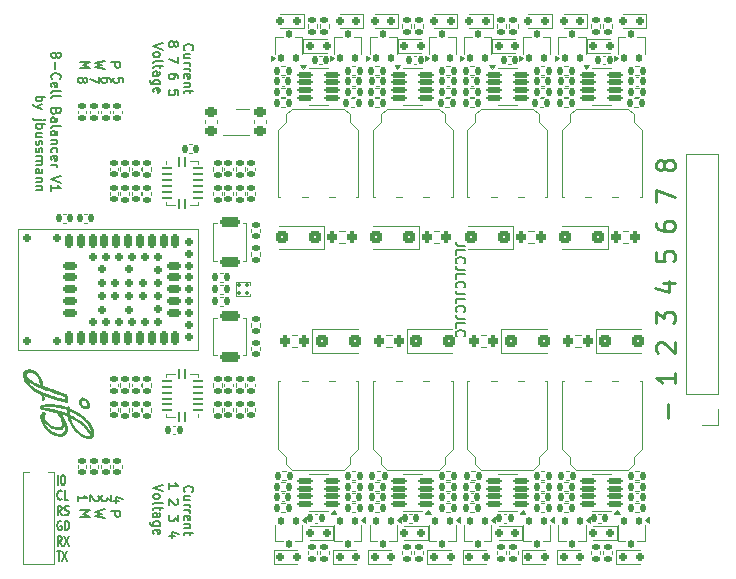
<source format=gto>
G04 #@! TF.GenerationSoftware,KiCad,Pcbnew,8.0.8*
G04 #@! TF.CreationDate,2025-03-06T21:47:20+01:00*
G04 #@! TF.ProjectId,8-Cell Balancer,382d4365-6c6c-4204-9261-6c616e636572,rev?*
G04 #@! TF.SameCoordinates,Original*
G04 #@! TF.FileFunction,Legend,Top*
G04 #@! TF.FilePolarity,Positive*
%FSLAX46Y46*%
G04 Gerber Fmt 4.6, Leading zero omitted, Abs format (unit mm)*
G04 Created by KiCad (PCBNEW 8.0.8) date 2025-03-06 21:47:20*
%MOMM*%
%LPD*%
G01*
G04 APERTURE LIST*
G04 Aperture macros list*
%AMRoundRect*
0 Rectangle with rounded corners*
0 $1 Rounding radius*
0 $2 $3 $4 $5 $6 $7 $8 $9 X,Y pos of 4 corners*
0 Add a 4 corners polygon primitive as box body*
4,1,4,$2,$3,$4,$5,$6,$7,$8,$9,$2,$3,0*
0 Add four circle primitives for the rounded corners*
1,1,$1+$1,$2,$3*
1,1,$1+$1,$4,$5*
1,1,$1+$1,$6,$7*
1,1,$1+$1,$8,$9*
0 Add four rect primitives between the rounded corners*
20,1,$1+$1,$2,$3,$4,$5,0*
20,1,$1+$1,$4,$5,$6,$7,0*
20,1,$1+$1,$6,$7,$8,$9,0*
20,1,$1+$1,$8,$9,$2,$3,0*%
G04 Aperture macros list end*
%ADD10C,0.150000*%
%ADD11C,0.240000*%
%ADD12C,0.120000*%
%ADD13C,0.010000*%
%ADD14C,2.000000*%
%ADD15RoundRect,0.060000X-0.060000X-0.390000X0.060000X-0.390000X0.060000X0.390000X-0.060000X0.390000X0*%
%ADD16RoundRect,0.060000X-0.390000X0.060000X-0.390000X-0.060000X0.390000X-0.060000X0.390000X0.060000X0*%
%ADD17RoundRect,0.060000X0.060000X0.390000X-0.060000X0.390000X-0.060000X-0.390000X0.060000X-0.390000X0*%
%ADD18RoundRect,0.060000X0.390000X-0.060000X0.390000X0.060000X-0.390000X0.060000X-0.390000X-0.060000X0*%
%ADD19R,0.900000X1.900000*%
%ADD20R,1.700000X1.700000*%
%ADD21O,1.700000X1.700000*%
%ADD22RoundRect,0.080000X-0.080000X-0.080000X0.080000X-0.080000X0.080000X0.080000X-0.080000X0.080000X0*%
%ADD23RoundRect,0.140000X-0.140000X-0.170000X0.140000X-0.170000X0.140000X0.170000X-0.140000X0.170000X0*%
%ADD24RoundRect,0.150000X0.150000X0.200000X-0.150000X0.200000X-0.150000X-0.200000X0.150000X-0.200000X0*%
%ADD25RoundRect,0.135000X-0.185000X0.135000X-0.185000X-0.135000X0.185000X-0.135000X0.185000X0.135000X0*%
%ADD26RoundRect,0.150000X-0.150000X-0.200000X0.150000X-0.200000X0.150000X0.200000X-0.150000X0.200000X0*%
%ADD27RoundRect,0.112500X-0.112500X-0.237500X0.112500X-0.237500X0.112500X0.237500X-0.112500X0.237500X0*%
%ADD28RoundRect,0.135000X0.185000X-0.135000X0.185000X0.135000X-0.185000X0.135000X-0.185000X-0.135000X0*%
%ADD29RoundRect,0.200000X0.200000X0.275000X-0.200000X0.275000X-0.200000X-0.275000X0.200000X-0.275000X0*%
%ADD30RoundRect,0.112500X0.112500X0.237500X-0.112500X0.237500X-0.112500X-0.237500X0.112500X-0.237500X0*%
%ADD31RoundRect,0.140000X-0.170000X0.140000X-0.170000X-0.140000X0.170000X-0.140000X0.170000X0.140000X0*%
%ADD32RoundRect,0.135000X-0.135000X-0.185000X0.135000X-0.185000X0.135000X0.185000X-0.135000X0.185000X0*%
%ADD33RoundRect,0.140000X0.170000X-0.140000X0.170000X0.140000X-0.170000X0.140000X-0.170000X-0.140000X0*%
%ADD34C,0.800000*%
%ADD35RoundRect,0.250000X-0.300000X-0.300000X0.300000X-0.300000X0.300000X0.300000X-0.300000X0.300000X0*%
%ADD36RoundRect,0.135000X0.135000X0.185000X-0.135000X0.185000X-0.135000X-0.185000X0.135000X-0.185000X0*%
%ADD37C,0.750000*%
%ADD38RoundRect,0.200000X0.650000X-0.200000X0.650000X0.200000X-0.650000X0.200000X-0.650000X-0.200000X0*%
%ADD39RoundRect,0.200000X-0.650000X0.200000X-0.650000X-0.200000X0.650000X-0.200000X0.650000X0.200000X0*%
%ADD40RoundRect,0.140000X0.140000X0.170000X-0.140000X0.170000X-0.140000X-0.170000X0.140000X-0.170000X0*%
%ADD41RoundRect,0.200000X-0.200000X-0.275000X0.200000X-0.275000X0.200000X0.275000X-0.200000X0.275000X0*%
%ADD42RoundRect,0.125000X0.537500X0.125000X-0.537500X0.125000X-0.537500X-0.125000X0.537500X-0.125000X0*%
%ADD43R,1.500000X0.910000*%
%ADD44O,1.500000X0.910000*%
%ADD45C,3.180000*%
%ADD46RoundRect,0.250000X0.300000X0.300000X-0.300000X0.300000X-0.300000X-0.300000X0.300000X-0.300000X0*%
%ADD47R,1.200000X2.000000*%
%ADD48RoundRect,0.125000X-0.537500X-0.125000X0.537500X-0.125000X0.537500X0.125000X-0.537500X0.125000X0*%
%ADD49RoundRect,0.225000X-0.250000X0.225000X-0.250000X-0.225000X0.250000X-0.225000X0.250000X0.225000X0*%
%ADD50R,0.525000X0.350000*%
%ADD51R,1.010000X1.700000*%
%ADD52RoundRect,0.175000X-0.175000X0.400000X-0.175000X-0.400000X0.175000X-0.400000X0.175000X0.400000X0*%
%ADD53RoundRect,0.175000X-0.400000X-0.175000X0.400000X-0.175000X0.400000X0.175000X-0.400000X0.175000X0*%
%ADD54RoundRect,0.175000X-0.175000X0.175000X-0.175000X-0.175000X0.175000X-0.175000X0.175000X0.175000X0*%
G04 APERTURE END LIST*
D10*
X-23062295Y17966666D02*
X-23062295Y17433332D01*
X-23062295Y17433332D02*
X-23862295Y17776190D01*
X-15798149Y-17157143D02*
X-15836245Y-17119047D01*
X-15836245Y-17119047D02*
X-15874340Y-17004762D01*
X-15874340Y-17004762D02*
X-15874340Y-16928571D01*
X-15874340Y-16928571D02*
X-15836245Y-16814285D01*
X-15836245Y-16814285D02*
X-15760054Y-16738095D01*
X-15760054Y-16738095D02*
X-15683864Y-16700000D01*
X-15683864Y-16700000D02*
X-15531483Y-16661904D01*
X-15531483Y-16661904D02*
X-15417197Y-16661904D01*
X-15417197Y-16661904D02*
X-15264816Y-16700000D01*
X-15264816Y-16700000D02*
X-15188625Y-16738095D01*
X-15188625Y-16738095D02*
X-15112435Y-16814285D01*
X-15112435Y-16814285D02*
X-15074340Y-16928571D01*
X-15074340Y-16928571D02*
X-15074340Y-17004762D01*
X-15074340Y-17004762D02*
X-15112435Y-17119047D01*
X-15112435Y-17119047D02*
X-15150530Y-17157143D01*
X-15341006Y-17842857D02*
X-15874340Y-17842857D01*
X-15341006Y-17500000D02*
X-15760054Y-17500000D01*
X-15760054Y-17500000D02*
X-15836245Y-17538095D01*
X-15836245Y-17538095D02*
X-15874340Y-17614285D01*
X-15874340Y-17614285D02*
X-15874340Y-17728571D01*
X-15874340Y-17728571D02*
X-15836245Y-17804762D01*
X-15836245Y-17804762D02*
X-15798149Y-17842857D01*
X-15874340Y-18223810D02*
X-15341006Y-18223810D01*
X-15493387Y-18223810D02*
X-15417197Y-18261905D01*
X-15417197Y-18261905D02*
X-15379102Y-18300000D01*
X-15379102Y-18300000D02*
X-15341006Y-18376191D01*
X-15341006Y-18376191D02*
X-15341006Y-18452381D01*
X-15874340Y-18719048D02*
X-15341006Y-18719048D01*
X-15493387Y-18719048D02*
X-15417197Y-18757143D01*
X-15417197Y-18757143D02*
X-15379102Y-18795238D01*
X-15379102Y-18795238D02*
X-15341006Y-18871429D01*
X-15341006Y-18871429D02*
X-15341006Y-18947619D01*
X-15836245Y-19519048D02*
X-15874340Y-19442857D01*
X-15874340Y-19442857D02*
X-15874340Y-19290476D01*
X-15874340Y-19290476D02*
X-15836245Y-19214286D01*
X-15836245Y-19214286D02*
X-15760054Y-19176190D01*
X-15760054Y-19176190D02*
X-15455292Y-19176190D01*
X-15455292Y-19176190D02*
X-15379102Y-19214286D01*
X-15379102Y-19214286D02*
X-15341006Y-19290476D01*
X-15341006Y-19290476D02*
X-15341006Y-19442857D01*
X-15341006Y-19442857D02*
X-15379102Y-19519048D01*
X-15379102Y-19519048D02*
X-15455292Y-19557143D01*
X-15455292Y-19557143D02*
X-15531483Y-19557143D01*
X-15531483Y-19557143D02*
X-15607673Y-19176190D01*
X-15341006Y-19900000D02*
X-15874340Y-19900000D01*
X-15417197Y-19900000D02*
X-15379102Y-19938095D01*
X-15379102Y-19938095D02*
X-15341006Y-20014285D01*
X-15341006Y-20014285D02*
X-15341006Y-20128571D01*
X-15341006Y-20128571D02*
X-15379102Y-20204762D01*
X-15379102Y-20204762D02*
X-15455292Y-20242857D01*
X-15455292Y-20242857D02*
X-15874340Y-20242857D01*
X-15341006Y-20509524D02*
X-15341006Y-20814286D01*
X-15074340Y-20623810D02*
X-15760054Y-20623810D01*
X-15760054Y-20623810D02*
X-15836245Y-20661905D01*
X-15836245Y-20661905D02*
X-15874340Y-20738095D01*
X-15874340Y-20738095D02*
X-15874340Y-20814286D01*
X-17162295Y-16871427D02*
X-17162295Y-16414284D01*
X-17162295Y-16642856D02*
X-16362295Y-16642856D01*
X-16362295Y-16642856D02*
X-16476580Y-16566665D01*
X-16476580Y-16566665D02*
X-16552771Y-16490475D01*
X-16552771Y-16490475D02*
X-16590866Y-16414284D01*
X-16438485Y-17785713D02*
X-16400390Y-17823809D01*
X-16400390Y-17823809D02*
X-16362295Y-17899999D01*
X-16362295Y-17899999D02*
X-16362295Y-18090475D01*
X-16362295Y-18090475D02*
X-16400390Y-18166666D01*
X-16400390Y-18166666D02*
X-16438485Y-18204761D01*
X-16438485Y-18204761D02*
X-16514676Y-18242856D01*
X-16514676Y-18242856D02*
X-16590866Y-18242856D01*
X-16590866Y-18242856D02*
X-16705152Y-18204761D01*
X-16705152Y-18204761D02*
X-17162295Y-17747618D01*
X-17162295Y-17747618D02*
X-17162295Y-18242856D01*
X-16362295Y-19119047D02*
X-16362295Y-19614285D01*
X-16362295Y-19614285D02*
X-16667057Y-19347619D01*
X-16667057Y-19347619D02*
X-16667057Y-19461904D01*
X-16667057Y-19461904D02*
X-16705152Y-19538095D01*
X-16705152Y-19538095D02*
X-16743247Y-19576190D01*
X-16743247Y-19576190D02*
X-16819438Y-19614285D01*
X-16819438Y-19614285D02*
X-17009914Y-19614285D01*
X-17009914Y-19614285D02*
X-17086104Y-19576190D01*
X-17086104Y-19576190D02*
X-17124200Y-19538095D01*
X-17124200Y-19538095D02*
X-17162295Y-19461904D01*
X-17162295Y-19461904D02*
X-17162295Y-19233333D01*
X-17162295Y-19233333D02*
X-17124200Y-19157142D01*
X-17124200Y-19157142D02*
X-17086104Y-19119047D01*
X-16628961Y-20909524D02*
X-17162295Y-20909524D01*
X-16324200Y-20719048D02*
X-16895628Y-20528571D01*
X-16895628Y-20528571D02*
X-16895628Y-21023810D01*
X-17650250Y-16566666D02*
X-18450250Y-16833333D01*
X-18450250Y-16833333D02*
X-17650250Y-17099999D01*
X-18450250Y-17480951D02*
X-18412155Y-17404761D01*
X-18412155Y-17404761D02*
X-18374059Y-17366666D01*
X-18374059Y-17366666D02*
X-18297869Y-17328570D01*
X-18297869Y-17328570D02*
X-18069297Y-17328570D01*
X-18069297Y-17328570D02*
X-17993107Y-17366666D01*
X-17993107Y-17366666D02*
X-17955012Y-17404761D01*
X-17955012Y-17404761D02*
X-17916916Y-17480951D01*
X-17916916Y-17480951D02*
X-17916916Y-17595237D01*
X-17916916Y-17595237D02*
X-17955012Y-17671428D01*
X-17955012Y-17671428D02*
X-17993107Y-17709523D01*
X-17993107Y-17709523D02*
X-18069297Y-17747618D01*
X-18069297Y-17747618D02*
X-18297869Y-17747618D01*
X-18297869Y-17747618D02*
X-18374059Y-17709523D01*
X-18374059Y-17709523D02*
X-18412155Y-17671428D01*
X-18412155Y-17671428D02*
X-18450250Y-17595237D01*
X-18450250Y-17595237D02*
X-18450250Y-17480951D01*
X-18450250Y-18204761D02*
X-18412155Y-18128571D01*
X-18412155Y-18128571D02*
X-18335964Y-18090476D01*
X-18335964Y-18090476D02*
X-17650250Y-18090476D01*
X-17916916Y-18395238D02*
X-17916916Y-18700000D01*
X-17650250Y-18509524D02*
X-18335964Y-18509524D01*
X-18335964Y-18509524D02*
X-18412155Y-18547619D01*
X-18412155Y-18547619D02*
X-18450250Y-18623809D01*
X-18450250Y-18623809D02*
X-18450250Y-18700000D01*
X-18450250Y-19309524D02*
X-18031202Y-19309524D01*
X-18031202Y-19309524D02*
X-17955012Y-19271429D01*
X-17955012Y-19271429D02*
X-17916916Y-19195238D01*
X-17916916Y-19195238D02*
X-17916916Y-19042857D01*
X-17916916Y-19042857D02*
X-17955012Y-18966667D01*
X-18412155Y-19309524D02*
X-18450250Y-19233333D01*
X-18450250Y-19233333D02*
X-18450250Y-19042857D01*
X-18450250Y-19042857D02*
X-18412155Y-18966667D01*
X-18412155Y-18966667D02*
X-18335964Y-18928571D01*
X-18335964Y-18928571D02*
X-18259774Y-18928571D01*
X-18259774Y-18928571D02*
X-18183583Y-18966667D01*
X-18183583Y-18966667D02*
X-18145488Y-19042857D01*
X-18145488Y-19042857D02*
X-18145488Y-19233333D01*
X-18145488Y-19233333D02*
X-18107393Y-19309524D01*
X-17916916Y-20033334D02*
X-18564535Y-20033334D01*
X-18564535Y-20033334D02*
X-18640726Y-19995239D01*
X-18640726Y-19995239D02*
X-18678821Y-19957143D01*
X-18678821Y-19957143D02*
X-18716916Y-19880953D01*
X-18716916Y-19880953D02*
X-18716916Y-19766667D01*
X-18716916Y-19766667D02*
X-18678821Y-19690477D01*
X-18412155Y-20033334D02*
X-18450250Y-19957143D01*
X-18450250Y-19957143D02*
X-18450250Y-19804762D01*
X-18450250Y-19804762D02*
X-18412155Y-19728572D01*
X-18412155Y-19728572D02*
X-18374059Y-19690477D01*
X-18374059Y-19690477D02*
X-18297869Y-19652381D01*
X-18297869Y-19652381D02*
X-18069297Y-19652381D01*
X-18069297Y-19652381D02*
X-17993107Y-19690477D01*
X-17993107Y-19690477D02*
X-17955012Y-19728572D01*
X-17955012Y-19728572D02*
X-17916916Y-19804762D01*
X-17916916Y-19804762D02*
X-17916916Y-19957143D01*
X-17916916Y-19957143D02*
X-17955012Y-20033334D01*
X-18412155Y-20719049D02*
X-18450250Y-20642858D01*
X-18450250Y-20642858D02*
X-18450250Y-20490477D01*
X-18450250Y-20490477D02*
X-18412155Y-20414287D01*
X-18412155Y-20414287D02*
X-18335964Y-20376191D01*
X-18335964Y-20376191D02*
X-18031202Y-20376191D01*
X-18031202Y-20376191D02*
X-17955012Y-20414287D01*
X-17955012Y-20414287D02*
X-17916916Y-20490477D01*
X-17916916Y-20490477D02*
X-17916916Y-20642858D01*
X-17916916Y-20642858D02*
X-17955012Y-20719049D01*
X-17955012Y-20719049D02*
X-18031202Y-20757144D01*
X-18031202Y-20757144D02*
X-18107393Y-20757144D01*
X-18107393Y-20757144D02*
X-18183583Y-20376191D01*
X-21062295Y17509523D02*
X-21062295Y17890475D01*
X-21062295Y17890475D02*
X-21443247Y17928571D01*
X-21443247Y17928571D02*
X-21405152Y17890475D01*
X-21405152Y17890475D02*
X-21367057Y17814285D01*
X-21367057Y17814285D02*
X-21367057Y17623809D01*
X-21367057Y17623809D02*
X-21405152Y17547618D01*
X-21405152Y17547618D02*
X-21443247Y17509523D01*
X-21443247Y17509523D02*
X-21519438Y17471428D01*
X-21519438Y17471428D02*
X-21709914Y17471428D01*
X-21709914Y17471428D02*
X-21786104Y17509523D01*
X-21786104Y17509523D02*
X-21824200Y17547618D01*
X-21824200Y17547618D02*
X-21862295Y17623809D01*
X-21862295Y17623809D02*
X-21862295Y17814285D01*
X-21862295Y17814285D02*
X-21824200Y17890475D01*
X-21824200Y17890475D02*
X-21786104Y17928571D01*
X-24862295Y-17928571D02*
X-24862295Y-17471428D01*
X-24862295Y-17700000D02*
X-24062295Y-17700000D01*
X-24062295Y-17700000D02*
X-24176580Y-17623809D01*
X-24176580Y-17623809D02*
X-24252771Y-17547619D01*
X-24252771Y-17547619D02*
X-24290866Y-17471428D01*
X-22062295Y17547618D02*
X-22062295Y17699999D01*
X-22062295Y17699999D02*
X-22100390Y17776190D01*
X-22100390Y17776190D02*
X-22138485Y17814285D01*
X-22138485Y17814285D02*
X-22252771Y17890475D01*
X-22252771Y17890475D02*
X-22405152Y17928571D01*
X-22405152Y17928571D02*
X-22709914Y17928571D01*
X-22709914Y17928571D02*
X-22786104Y17890475D01*
X-22786104Y17890475D02*
X-22824200Y17852380D01*
X-22824200Y17852380D02*
X-22862295Y17776190D01*
X-22862295Y17776190D02*
X-22862295Y17623809D01*
X-22862295Y17623809D02*
X-22824200Y17547618D01*
X-22824200Y17547618D02*
X-22786104Y17509523D01*
X-22786104Y17509523D02*
X-22709914Y17471428D01*
X-22709914Y17471428D02*
X-22519438Y17471428D01*
X-22519438Y17471428D02*
X-22443247Y17509523D01*
X-22443247Y17509523D02*
X-22405152Y17547618D01*
X-22405152Y17547618D02*
X-22367057Y17623809D01*
X-22367057Y17623809D02*
X-22367057Y17776190D01*
X-22367057Y17776190D02*
X-22405152Y17852380D01*
X-22405152Y17852380D02*
X-22443247Y17890475D01*
X-22443247Y17890475D02*
X-22519438Y17928571D01*
X-22074340Y-18764285D02*
X-21274340Y-18764285D01*
X-21274340Y-18764285D02*
X-21274340Y-19107142D01*
X-21274340Y-19107142D02*
X-21312435Y-19192857D01*
X-21312435Y-19192857D02*
X-21350530Y-19235714D01*
X-21350530Y-19235714D02*
X-21426721Y-19278571D01*
X-21426721Y-19278571D02*
X-21541006Y-19278571D01*
X-21541006Y-19278571D02*
X-21617197Y-19235714D01*
X-21617197Y-19235714D02*
X-21655292Y-19192857D01*
X-21655292Y-19192857D02*
X-21693387Y-19107142D01*
X-21693387Y-19107142D02*
X-21693387Y-18764285D01*
X-22562295Y-18614286D02*
X-23362295Y-18828572D01*
X-23362295Y-18828572D02*
X-22790866Y-19000000D01*
X-22790866Y-19000000D02*
X-23362295Y-19171429D01*
X-23362295Y-19171429D02*
X-22562295Y-19385715D01*
X-24650250Y-18700000D02*
X-23850250Y-18700000D01*
X-23850250Y-18700000D02*
X-24421678Y-19000000D01*
X-24421678Y-19000000D02*
X-23850250Y-19300000D01*
X-23850250Y-19300000D02*
X-24650250Y-19300000D01*
X-23138485Y-17471428D02*
X-23100390Y-17509524D01*
X-23100390Y-17509524D02*
X-23062295Y-17585714D01*
X-23062295Y-17585714D02*
X-23062295Y-17776190D01*
X-23062295Y-17776190D02*
X-23100390Y-17852381D01*
X-23100390Y-17852381D02*
X-23138485Y-17890476D01*
X-23138485Y-17890476D02*
X-23214676Y-17928571D01*
X-23214676Y-17928571D02*
X-23290866Y-17928571D01*
X-23290866Y-17928571D02*
X-23405152Y-17890476D01*
X-23405152Y-17890476D02*
X-23862295Y-17433333D01*
X-23862295Y-17433333D02*
X-23862295Y-17928571D01*
X-15798149Y20242856D02*
X-15836245Y20280952D01*
X-15836245Y20280952D02*
X-15874340Y20395237D01*
X-15874340Y20395237D02*
X-15874340Y20471428D01*
X-15874340Y20471428D02*
X-15836245Y20585714D01*
X-15836245Y20585714D02*
X-15760054Y20661904D01*
X-15760054Y20661904D02*
X-15683864Y20699999D01*
X-15683864Y20699999D02*
X-15531483Y20738095D01*
X-15531483Y20738095D02*
X-15417197Y20738095D01*
X-15417197Y20738095D02*
X-15264816Y20699999D01*
X-15264816Y20699999D02*
X-15188625Y20661904D01*
X-15188625Y20661904D02*
X-15112435Y20585714D01*
X-15112435Y20585714D02*
X-15074340Y20471428D01*
X-15074340Y20471428D02*
X-15074340Y20395237D01*
X-15074340Y20395237D02*
X-15112435Y20280952D01*
X-15112435Y20280952D02*
X-15150530Y20242856D01*
X-15341006Y19557142D02*
X-15874340Y19557142D01*
X-15341006Y19899999D02*
X-15760054Y19899999D01*
X-15760054Y19899999D02*
X-15836245Y19861904D01*
X-15836245Y19861904D02*
X-15874340Y19785714D01*
X-15874340Y19785714D02*
X-15874340Y19671428D01*
X-15874340Y19671428D02*
X-15836245Y19595237D01*
X-15836245Y19595237D02*
X-15798149Y19557142D01*
X-15874340Y19176189D02*
X-15341006Y19176189D01*
X-15493387Y19176189D02*
X-15417197Y19138094D01*
X-15417197Y19138094D02*
X-15379102Y19099999D01*
X-15379102Y19099999D02*
X-15341006Y19023808D01*
X-15341006Y19023808D02*
X-15341006Y18947618D01*
X-15874340Y18680951D02*
X-15341006Y18680951D01*
X-15493387Y18680951D02*
X-15417197Y18642856D01*
X-15417197Y18642856D02*
X-15379102Y18604761D01*
X-15379102Y18604761D02*
X-15341006Y18528570D01*
X-15341006Y18528570D02*
X-15341006Y18452380D01*
X-15836245Y17880951D02*
X-15874340Y17957142D01*
X-15874340Y17957142D02*
X-15874340Y18109523D01*
X-15874340Y18109523D02*
X-15836245Y18185713D01*
X-15836245Y18185713D02*
X-15760054Y18223809D01*
X-15760054Y18223809D02*
X-15455292Y18223809D01*
X-15455292Y18223809D02*
X-15379102Y18185713D01*
X-15379102Y18185713D02*
X-15341006Y18109523D01*
X-15341006Y18109523D02*
X-15341006Y17957142D01*
X-15341006Y17957142D02*
X-15379102Y17880951D01*
X-15379102Y17880951D02*
X-15455292Y17842856D01*
X-15455292Y17842856D02*
X-15531483Y17842856D01*
X-15531483Y17842856D02*
X-15607673Y18223809D01*
X-15341006Y17499999D02*
X-15874340Y17499999D01*
X-15417197Y17499999D02*
X-15379102Y17461904D01*
X-15379102Y17461904D02*
X-15341006Y17385714D01*
X-15341006Y17385714D02*
X-15341006Y17271428D01*
X-15341006Y17271428D02*
X-15379102Y17195237D01*
X-15379102Y17195237D02*
X-15455292Y17157142D01*
X-15455292Y17157142D02*
X-15874340Y17157142D01*
X-15341006Y16890475D02*
X-15341006Y16585713D01*
X-15074340Y16776189D02*
X-15760054Y16776189D01*
X-15760054Y16776189D02*
X-15836245Y16738094D01*
X-15836245Y16738094D02*
X-15874340Y16661904D01*
X-15874340Y16661904D02*
X-15874340Y16585713D01*
X-16705152Y20833334D02*
X-16667057Y20909524D01*
X-16667057Y20909524D02*
X-16628961Y20947619D01*
X-16628961Y20947619D02*
X-16552771Y20985715D01*
X-16552771Y20985715D02*
X-16514676Y20985715D01*
X-16514676Y20985715D02*
X-16438485Y20947619D01*
X-16438485Y20947619D02*
X-16400390Y20909524D01*
X-16400390Y20909524D02*
X-16362295Y20833334D01*
X-16362295Y20833334D02*
X-16362295Y20680953D01*
X-16362295Y20680953D02*
X-16400390Y20604762D01*
X-16400390Y20604762D02*
X-16438485Y20566667D01*
X-16438485Y20566667D02*
X-16514676Y20528572D01*
X-16514676Y20528572D02*
X-16552771Y20528572D01*
X-16552771Y20528572D02*
X-16628961Y20566667D01*
X-16628961Y20566667D02*
X-16667057Y20604762D01*
X-16667057Y20604762D02*
X-16705152Y20680953D01*
X-16705152Y20680953D02*
X-16705152Y20833334D01*
X-16705152Y20833334D02*
X-16743247Y20909524D01*
X-16743247Y20909524D02*
X-16781342Y20947619D01*
X-16781342Y20947619D02*
X-16857533Y20985715D01*
X-16857533Y20985715D02*
X-17009914Y20985715D01*
X-17009914Y20985715D02*
X-17086104Y20947619D01*
X-17086104Y20947619D02*
X-17124200Y20909524D01*
X-17124200Y20909524D02*
X-17162295Y20833334D01*
X-17162295Y20833334D02*
X-17162295Y20680953D01*
X-17162295Y20680953D02*
X-17124200Y20604762D01*
X-17124200Y20604762D02*
X-17086104Y20566667D01*
X-17086104Y20566667D02*
X-17009914Y20528572D01*
X-17009914Y20528572D02*
X-16857533Y20528572D01*
X-16857533Y20528572D02*
X-16781342Y20566667D01*
X-16781342Y20566667D02*
X-16743247Y20604762D01*
X-16743247Y20604762D02*
X-16705152Y20680953D01*
X-16362295Y19652381D02*
X-16362295Y19119047D01*
X-16362295Y19119047D02*
X-17162295Y19461905D01*
X-16362295Y17861904D02*
X-16362295Y18014285D01*
X-16362295Y18014285D02*
X-16400390Y18090476D01*
X-16400390Y18090476D02*
X-16438485Y18128571D01*
X-16438485Y18128571D02*
X-16552771Y18204761D01*
X-16552771Y18204761D02*
X-16705152Y18242857D01*
X-16705152Y18242857D02*
X-17009914Y18242857D01*
X-17009914Y18242857D02*
X-17086104Y18204761D01*
X-17086104Y18204761D02*
X-17124200Y18166666D01*
X-17124200Y18166666D02*
X-17162295Y18090476D01*
X-17162295Y18090476D02*
X-17162295Y17938095D01*
X-17162295Y17938095D02*
X-17124200Y17861904D01*
X-17124200Y17861904D02*
X-17086104Y17823809D01*
X-17086104Y17823809D02*
X-17009914Y17785714D01*
X-17009914Y17785714D02*
X-16819438Y17785714D01*
X-16819438Y17785714D02*
X-16743247Y17823809D01*
X-16743247Y17823809D02*
X-16705152Y17861904D01*
X-16705152Y17861904D02*
X-16667057Y17938095D01*
X-16667057Y17938095D02*
X-16667057Y18090476D01*
X-16667057Y18090476D02*
X-16705152Y18166666D01*
X-16705152Y18166666D02*
X-16743247Y18204761D01*
X-16743247Y18204761D02*
X-16819438Y18242857D01*
X-16362295Y16452380D02*
X-16362295Y16833332D01*
X-16362295Y16833332D02*
X-16743247Y16871428D01*
X-16743247Y16871428D02*
X-16705152Y16833332D01*
X-16705152Y16833332D02*
X-16667057Y16757142D01*
X-16667057Y16757142D02*
X-16667057Y16566666D01*
X-16667057Y16566666D02*
X-16705152Y16490475D01*
X-16705152Y16490475D02*
X-16743247Y16452380D01*
X-16743247Y16452380D02*
X-16819438Y16414285D01*
X-16819438Y16414285D02*
X-17009914Y16414285D01*
X-17009914Y16414285D02*
X-17086104Y16452380D01*
X-17086104Y16452380D02*
X-17124200Y16490475D01*
X-17124200Y16490475D02*
X-17162295Y16566666D01*
X-17162295Y16566666D02*
X-17162295Y16757142D01*
X-17162295Y16757142D02*
X-17124200Y16833332D01*
X-17124200Y16833332D02*
X-17086104Y16871428D01*
X-17650250Y20833333D02*
X-18450250Y20566666D01*
X-18450250Y20566666D02*
X-17650250Y20300000D01*
X-18450250Y19919048D02*
X-18412155Y19995238D01*
X-18412155Y19995238D02*
X-18374059Y20033333D01*
X-18374059Y20033333D02*
X-18297869Y20071429D01*
X-18297869Y20071429D02*
X-18069297Y20071429D01*
X-18069297Y20071429D02*
X-17993107Y20033333D01*
X-17993107Y20033333D02*
X-17955012Y19995238D01*
X-17955012Y19995238D02*
X-17916916Y19919048D01*
X-17916916Y19919048D02*
X-17916916Y19804762D01*
X-17916916Y19804762D02*
X-17955012Y19728571D01*
X-17955012Y19728571D02*
X-17993107Y19690476D01*
X-17993107Y19690476D02*
X-18069297Y19652381D01*
X-18069297Y19652381D02*
X-18297869Y19652381D01*
X-18297869Y19652381D02*
X-18374059Y19690476D01*
X-18374059Y19690476D02*
X-18412155Y19728571D01*
X-18412155Y19728571D02*
X-18450250Y19804762D01*
X-18450250Y19804762D02*
X-18450250Y19919048D01*
X-18450250Y19195238D02*
X-18412155Y19271428D01*
X-18412155Y19271428D02*
X-18335964Y19309523D01*
X-18335964Y19309523D02*
X-17650250Y19309523D01*
X-17916916Y19004761D02*
X-17916916Y18699999D01*
X-17650250Y18890475D02*
X-18335964Y18890475D01*
X-18335964Y18890475D02*
X-18412155Y18852380D01*
X-18412155Y18852380D02*
X-18450250Y18776190D01*
X-18450250Y18776190D02*
X-18450250Y18699999D01*
X-18450250Y18090475D02*
X-18031202Y18090475D01*
X-18031202Y18090475D02*
X-17955012Y18128570D01*
X-17955012Y18128570D02*
X-17916916Y18204761D01*
X-17916916Y18204761D02*
X-17916916Y18357142D01*
X-17916916Y18357142D02*
X-17955012Y18433332D01*
X-18412155Y18090475D02*
X-18450250Y18166666D01*
X-18450250Y18166666D02*
X-18450250Y18357142D01*
X-18450250Y18357142D02*
X-18412155Y18433332D01*
X-18412155Y18433332D02*
X-18335964Y18471428D01*
X-18335964Y18471428D02*
X-18259774Y18471428D01*
X-18259774Y18471428D02*
X-18183583Y18433332D01*
X-18183583Y18433332D02*
X-18145488Y18357142D01*
X-18145488Y18357142D02*
X-18145488Y18166666D01*
X-18145488Y18166666D02*
X-18107393Y18090475D01*
X-17916916Y17366665D02*
X-18564535Y17366665D01*
X-18564535Y17366665D02*
X-18640726Y17404760D01*
X-18640726Y17404760D02*
X-18678821Y17442856D01*
X-18678821Y17442856D02*
X-18716916Y17519046D01*
X-18716916Y17519046D02*
X-18716916Y17633332D01*
X-18716916Y17633332D02*
X-18678821Y17709522D01*
X-18412155Y17366665D02*
X-18450250Y17442856D01*
X-18450250Y17442856D02*
X-18450250Y17595237D01*
X-18450250Y17595237D02*
X-18412155Y17671427D01*
X-18412155Y17671427D02*
X-18374059Y17709522D01*
X-18374059Y17709522D02*
X-18297869Y17747618D01*
X-18297869Y17747618D02*
X-18069297Y17747618D01*
X-18069297Y17747618D02*
X-17993107Y17709522D01*
X-17993107Y17709522D02*
X-17955012Y17671427D01*
X-17955012Y17671427D02*
X-17916916Y17595237D01*
X-17916916Y17595237D02*
X-17916916Y17442856D01*
X-17916916Y17442856D02*
X-17955012Y17366665D01*
X-18412155Y16680950D02*
X-18450250Y16757141D01*
X-18450250Y16757141D02*
X-18450250Y16909522D01*
X-18450250Y16909522D02*
X-18412155Y16985712D01*
X-18412155Y16985712D02*
X-18335964Y17023808D01*
X-18335964Y17023808D02*
X-18031202Y17023808D01*
X-18031202Y17023808D02*
X-17955012Y16985712D01*
X-17955012Y16985712D02*
X-17916916Y16909522D01*
X-17916916Y16909522D02*
X-17916916Y16757141D01*
X-17916916Y16757141D02*
X-17955012Y16680950D01*
X-17955012Y16680950D02*
X-18031202Y16642855D01*
X-18031202Y16642855D02*
X-18107393Y16642855D01*
X-18107393Y16642855D02*
X-18183583Y17023808D01*
X-22074340Y19209523D02*
X-21274340Y19209523D01*
X-21274340Y19209523D02*
X-21274340Y18904761D01*
X-21274340Y18904761D02*
X-21312435Y18828571D01*
X-21312435Y18828571D02*
X-21350530Y18790476D01*
X-21350530Y18790476D02*
X-21426721Y18752380D01*
X-21426721Y18752380D02*
X-21541006Y18752380D01*
X-21541006Y18752380D02*
X-21617197Y18790476D01*
X-21617197Y18790476D02*
X-21655292Y18828571D01*
X-21655292Y18828571D02*
X-21693387Y18904761D01*
X-21693387Y18904761D02*
X-21693387Y19209523D01*
X-22562295Y19342857D02*
X-23362295Y19152381D01*
X-23362295Y19152381D02*
X-22790866Y19000000D01*
X-22790866Y19000000D02*
X-23362295Y18847619D01*
X-23362295Y18847619D02*
X-22562295Y18657143D01*
X-24650250Y19266666D02*
X-23850250Y19266666D01*
X-23850250Y19266666D02*
X-24421678Y19000000D01*
X-24421678Y19000000D02*
X-23850250Y18733333D01*
X-23850250Y18733333D02*
X-24650250Y18733333D01*
X-24405152Y17776190D02*
X-24367057Y17852380D01*
X-24367057Y17852380D02*
X-24328961Y17890475D01*
X-24328961Y17890475D02*
X-24252771Y17928571D01*
X-24252771Y17928571D02*
X-24214676Y17928571D01*
X-24214676Y17928571D02*
X-24138485Y17890475D01*
X-24138485Y17890475D02*
X-24100390Y17852380D01*
X-24100390Y17852380D02*
X-24062295Y17776190D01*
X-24062295Y17776190D02*
X-24062295Y17623809D01*
X-24062295Y17623809D02*
X-24100390Y17547618D01*
X-24100390Y17547618D02*
X-24138485Y17509523D01*
X-24138485Y17509523D02*
X-24214676Y17471428D01*
X-24214676Y17471428D02*
X-24252771Y17471428D01*
X-24252771Y17471428D02*
X-24328961Y17509523D01*
X-24328961Y17509523D02*
X-24367057Y17547618D01*
X-24367057Y17547618D02*
X-24405152Y17623809D01*
X-24405152Y17623809D02*
X-24405152Y17776190D01*
X-24405152Y17776190D02*
X-24443247Y17852380D01*
X-24443247Y17852380D02*
X-24481342Y17890475D01*
X-24481342Y17890475D02*
X-24557533Y17928571D01*
X-24557533Y17928571D02*
X-24709914Y17928571D01*
X-24709914Y17928571D02*
X-24786104Y17890475D01*
X-24786104Y17890475D02*
X-24824200Y17852380D01*
X-24824200Y17852380D02*
X-24862295Y17776190D01*
X-24862295Y17776190D02*
X-24862295Y17623809D01*
X-24862295Y17623809D02*
X-24824200Y17547618D01*
X-24824200Y17547618D02*
X-24786104Y17509523D01*
X-24786104Y17509523D02*
X-24709914Y17471428D01*
X-24709914Y17471428D02*
X-24557533Y17471428D01*
X-24557533Y17471428D02*
X-24481342Y17509523D01*
X-24481342Y17509523D02*
X-24443247Y17547618D01*
X-24443247Y17547618D02*
X-24405152Y17623809D01*
X-21328961Y-17952381D02*
X-21862295Y-17952381D01*
X-21024200Y-17761905D02*
X-21595628Y-17571428D01*
X-21595628Y-17571428D02*
X-21595628Y-18066667D01*
X-26558458Y-16542408D02*
X-26558458Y-15742408D01*
X-26158459Y-15742408D02*
X-26044173Y-15742408D01*
X-26044173Y-15742408D02*
X-25987030Y-15780503D01*
X-25987030Y-15780503D02*
X-25929887Y-15856693D01*
X-25929887Y-15856693D02*
X-25901316Y-16009074D01*
X-25901316Y-16009074D02*
X-25901316Y-16275741D01*
X-25901316Y-16275741D02*
X-25929887Y-16428122D01*
X-25929887Y-16428122D02*
X-25987030Y-16504313D01*
X-25987030Y-16504313D02*
X-26044173Y-16542408D01*
X-26044173Y-16542408D02*
X-26158459Y-16542408D01*
X-26158459Y-16542408D02*
X-26215602Y-16504313D01*
X-26215602Y-16504313D02*
X-26272744Y-16428122D01*
X-26272744Y-16428122D02*
X-26301316Y-16275741D01*
X-26301316Y-16275741D02*
X-26301316Y-16009074D01*
X-26301316Y-16009074D02*
X-26272744Y-15856693D01*
X-26272744Y-15856693D02*
X-26215602Y-15780503D01*
X-26215602Y-15780503D02*
X-26158459Y-15742408D01*
X-26215601Y-17754172D02*
X-26244173Y-17792268D01*
X-26244173Y-17792268D02*
X-26329887Y-17830363D01*
X-26329887Y-17830363D02*
X-26387030Y-17830363D01*
X-26387030Y-17830363D02*
X-26472744Y-17792268D01*
X-26472744Y-17792268D02*
X-26529887Y-17716077D01*
X-26529887Y-17716077D02*
X-26558458Y-17639887D01*
X-26558458Y-17639887D02*
X-26587030Y-17487506D01*
X-26587030Y-17487506D02*
X-26587030Y-17373220D01*
X-26587030Y-17373220D02*
X-26558458Y-17220839D01*
X-26558458Y-17220839D02*
X-26529887Y-17144648D01*
X-26529887Y-17144648D02*
X-26472744Y-17068458D01*
X-26472744Y-17068458D02*
X-26387030Y-17030363D01*
X-26387030Y-17030363D02*
X-26329887Y-17030363D01*
X-26329887Y-17030363D02*
X-26244173Y-17068458D01*
X-26244173Y-17068458D02*
X-26215601Y-17106553D01*
X-25672744Y-17830363D02*
X-25958458Y-17830363D01*
X-25958458Y-17830363D02*
X-25958458Y-17030363D01*
X-26215601Y-19118318D02*
X-26415601Y-18737365D01*
X-26558458Y-19118318D02*
X-26558458Y-18318318D01*
X-26558458Y-18318318D02*
X-26329887Y-18318318D01*
X-26329887Y-18318318D02*
X-26272744Y-18356413D01*
X-26272744Y-18356413D02*
X-26244173Y-18394508D01*
X-26244173Y-18394508D02*
X-26215601Y-18470699D01*
X-26215601Y-18470699D02*
X-26215601Y-18584984D01*
X-26215601Y-18584984D02*
X-26244173Y-18661175D01*
X-26244173Y-18661175D02*
X-26272744Y-18699270D01*
X-26272744Y-18699270D02*
X-26329887Y-18737365D01*
X-26329887Y-18737365D02*
X-26558458Y-18737365D01*
X-25987030Y-19080223D02*
X-25901316Y-19118318D01*
X-25901316Y-19118318D02*
X-25758458Y-19118318D01*
X-25758458Y-19118318D02*
X-25701316Y-19080223D01*
X-25701316Y-19080223D02*
X-25672744Y-19042127D01*
X-25672744Y-19042127D02*
X-25644173Y-18965937D01*
X-25644173Y-18965937D02*
X-25644173Y-18889746D01*
X-25644173Y-18889746D02*
X-25672744Y-18813556D01*
X-25672744Y-18813556D02*
X-25701316Y-18775461D01*
X-25701316Y-18775461D02*
X-25758458Y-18737365D01*
X-25758458Y-18737365D02*
X-25872744Y-18699270D01*
X-25872744Y-18699270D02*
X-25929887Y-18661175D01*
X-25929887Y-18661175D02*
X-25958458Y-18623080D01*
X-25958458Y-18623080D02*
X-25987030Y-18546889D01*
X-25987030Y-18546889D02*
X-25987030Y-18470699D01*
X-25987030Y-18470699D02*
X-25958458Y-18394508D01*
X-25958458Y-18394508D02*
X-25929887Y-18356413D01*
X-25929887Y-18356413D02*
X-25872744Y-18318318D01*
X-25872744Y-18318318D02*
X-25729887Y-18318318D01*
X-25729887Y-18318318D02*
X-25644173Y-18356413D01*
X-26244173Y-19644368D02*
X-26301316Y-19606273D01*
X-26301316Y-19606273D02*
X-26387030Y-19606273D01*
X-26387030Y-19606273D02*
X-26472744Y-19644368D01*
X-26472744Y-19644368D02*
X-26529887Y-19720558D01*
X-26529887Y-19720558D02*
X-26558458Y-19796749D01*
X-26558458Y-19796749D02*
X-26587030Y-19949130D01*
X-26587030Y-19949130D02*
X-26587030Y-20063416D01*
X-26587030Y-20063416D02*
X-26558458Y-20215797D01*
X-26558458Y-20215797D02*
X-26529887Y-20291987D01*
X-26529887Y-20291987D02*
X-26472744Y-20368178D01*
X-26472744Y-20368178D02*
X-26387030Y-20406273D01*
X-26387030Y-20406273D02*
X-26329887Y-20406273D01*
X-26329887Y-20406273D02*
X-26244173Y-20368178D01*
X-26244173Y-20368178D02*
X-26215601Y-20330082D01*
X-26215601Y-20330082D02*
X-26215601Y-20063416D01*
X-26215601Y-20063416D02*
X-26329887Y-20063416D01*
X-25958458Y-20406273D02*
X-25958458Y-19606273D01*
X-25958458Y-19606273D02*
X-25815601Y-19606273D01*
X-25815601Y-19606273D02*
X-25729887Y-19644368D01*
X-25729887Y-19644368D02*
X-25672744Y-19720558D01*
X-25672744Y-19720558D02*
X-25644173Y-19796749D01*
X-25644173Y-19796749D02*
X-25615601Y-19949130D01*
X-25615601Y-19949130D02*
X-25615601Y-20063416D01*
X-25615601Y-20063416D02*
X-25644173Y-20215797D01*
X-25644173Y-20215797D02*
X-25672744Y-20291987D01*
X-25672744Y-20291987D02*
X-25729887Y-20368178D01*
X-25729887Y-20368178D02*
X-25815601Y-20406273D01*
X-25815601Y-20406273D02*
X-25958458Y-20406273D01*
X-26215601Y-21694228D02*
X-26415601Y-21313275D01*
X-26558458Y-21694228D02*
X-26558458Y-20894228D01*
X-26558458Y-20894228D02*
X-26329887Y-20894228D01*
X-26329887Y-20894228D02*
X-26272744Y-20932323D01*
X-26272744Y-20932323D02*
X-26244173Y-20970418D01*
X-26244173Y-20970418D02*
X-26215601Y-21046609D01*
X-26215601Y-21046609D02*
X-26215601Y-21160894D01*
X-26215601Y-21160894D02*
X-26244173Y-21237085D01*
X-26244173Y-21237085D02*
X-26272744Y-21275180D01*
X-26272744Y-21275180D02*
X-26329887Y-21313275D01*
X-26329887Y-21313275D02*
X-26558458Y-21313275D01*
X-26015601Y-20894228D02*
X-25615601Y-21694228D01*
X-25615601Y-20894228D02*
X-26015601Y-21694228D01*
X-26644173Y-22182183D02*
X-26301316Y-22182183D01*
X-26472744Y-22982183D02*
X-26472744Y-22182183D01*
X-26158458Y-22182183D02*
X-25758458Y-22982183D01*
X-25758458Y-22182183D02*
X-26158458Y-22982183D01*
X-22062295Y-17433333D02*
X-22062295Y-17928571D01*
X-22062295Y-17928571D02*
X-22367057Y-17661905D01*
X-22367057Y-17661905D02*
X-22367057Y-17776190D01*
X-22367057Y-17776190D02*
X-22405152Y-17852381D01*
X-22405152Y-17852381D02*
X-22443247Y-17890476D01*
X-22443247Y-17890476D02*
X-22519438Y-17928571D01*
X-22519438Y-17928571D02*
X-22709914Y-17928571D01*
X-22709914Y-17928571D02*
X-22786104Y-17890476D01*
X-22786104Y-17890476D02*
X-22824200Y-17852381D01*
X-22824200Y-17852381D02*
X-22862295Y-17776190D01*
X-22862295Y-17776190D02*
X-22862295Y-17547619D01*
X-22862295Y-17547619D02*
X-22824200Y-17471428D01*
X-22824200Y-17471428D02*
X-22786104Y-17433333D01*
D11*
X25118186Y-10857140D02*
X25118186Y-9714283D01*
X25727710Y-7071425D02*
X25727710Y-7928568D01*
X25727710Y-7499997D02*
X24127710Y-7499997D01*
X24127710Y-7499997D02*
X24356281Y-7642854D01*
X24356281Y-7642854D02*
X24508662Y-7785711D01*
X24508662Y-7785711D02*
X24584853Y-7928568D01*
X24280091Y-5357140D02*
X24203900Y-5285712D01*
X24203900Y-5285712D02*
X24127710Y-5142855D01*
X24127710Y-5142855D02*
X24127710Y-4785712D01*
X24127710Y-4785712D02*
X24203900Y-4642855D01*
X24203900Y-4642855D02*
X24280091Y-4571426D01*
X24280091Y-4571426D02*
X24432472Y-4499997D01*
X24432472Y-4499997D02*
X24584853Y-4499997D01*
X24584853Y-4499997D02*
X24813424Y-4571426D01*
X24813424Y-4571426D02*
X25727710Y-5428569D01*
X25727710Y-5428569D02*
X25727710Y-4499997D01*
X24127710Y-2857141D02*
X24127710Y-1928569D01*
X24127710Y-1928569D02*
X24737234Y-2428569D01*
X24737234Y-2428569D02*
X24737234Y-2214284D01*
X24737234Y-2214284D02*
X24813424Y-2071427D01*
X24813424Y-2071427D02*
X24889615Y-1999998D01*
X24889615Y-1999998D02*
X25041996Y-1928569D01*
X25041996Y-1928569D02*
X25422948Y-1928569D01*
X25422948Y-1928569D02*
X25575329Y-1999998D01*
X25575329Y-1999998D02*
X25651520Y-2071427D01*
X25651520Y-2071427D02*
X25727710Y-2214284D01*
X25727710Y-2214284D02*
X25727710Y-2642855D01*
X25727710Y-2642855D02*
X25651520Y-2785712D01*
X25651520Y-2785712D02*
X25575329Y-2857141D01*
X24661043Y500001D02*
X25727710Y500001D01*
X24051520Y142858D02*
X25194377Y-214284D01*
X25194377Y-214284D02*
X25194377Y714286D01*
X24127710Y3142857D02*
X24127710Y2428571D01*
X24127710Y2428571D02*
X24889615Y2357143D01*
X24889615Y2357143D02*
X24813424Y2428571D01*
X24813424Y2428571D02*
X24737234Y2571429D01*
X24737234Y2571429D02*
X24737234Y2928571D01*
X24737234Y2928571D02*
X24813424Y3071429D01*
X24813424Y3071429D02*
X24889615Y3142857D01*
X24889615Y3142857D02*
X25041996Y3214286D01*
X25041996Y3214286D02*
X25422948Y3214286D01*
X25422948Y3214286D02*
X25575329Y3142857D01*
X25575329Y3142857D02*
X25651520Y3071429D01*
X25651520Y3071429D02*
X25727710Y2928571D01*
X25727710Y2928571D02*
X25727710Y2571429D01*
X25727710Y2571429D02*
X25651520Y2428571D01*
X25651520Y2428571D02*
X25575329Y2357143D01*
X24127710Y5642857D02*
X24127710Y5357142D01*
X24127710Y5357142D02*
X24203900Y5214285D01*
X24203900Y5214285D02*
X24280091Y5142857D01*
X24280091Y5142857D02*
X24508662Y4999999D01*
X24508662Y4999999D02*
X24813424Y4928571D01*
X24813424Y4928571D02*
X25422948Y4928571D01*
X25422948Y4928571D02*
X25575329Y4999999D01*
X25575329Y4999999D02*
X25651520Y5071428D01*
X25651520Y5071428D02*
X25727710Y5214285D01*
X25727710Y5214285D02*
X25727710Y5499999D01*
X25727710Y5499999D02*
X25651520Y5642857D01*
X25651520Y5642857D02*
X25575329Y5714285D01*
X25575329Y5714285D02*
X25422948Y5785714D01*
X25422948Y5785714D02*
X25041996Y5785714D01*
X25041996Y5785714D02*
X24889615Y5714285D01*
X24889615Y5714285D02*
X24813424Y5642857D01*
X24813424Y5642857D02*
X24737234Y5499999D01*
X24737234Y5499999D02*
X24737234Y5214285D01*
X24737234Y5214285D02*
X24813424Y5071428D01*
X24813424Y5071428D02*
X24889615Y4999999D01*
X24889615Y4999999D02*
X25041996Y4928571D01*
X24127710Y7428570D02*
X24127710Y8428570D01*
X24127710Y8428570D02*
X25727710Y7785713D01*
X24813424Y10357141D02*
X24737234Y10214284D01*
X24737234Y10214284D02*
X24661043Y10142855D01*
X24661043Y10142855D02*
X24508662Y10071427D01*
X24508662Y10071427D02*
X24432472Y10071427D01*
X24432472Y10071427D02*
X24280091Y10142855D01*
X24280091Y10142855D02*
X24203900Y10214284D01*
X24203900Y10214284D02*
X24127710Y10357141D01*
X24127710Y10357141D02*
X24127710Y10642855D01*
X24127710Y10642855D02*
X24203900Y10785713D01*
X24203900Y10785713D02*
X24280091Y10857141D01*
X24280091Y10857141D02*
X24432472Y10928570D01*
X24432472Y10928570D02*
X24508662Y10928570D01*
X24508662Y10928570D02*
X24661043Y10857141D01*
X24661043Y10857141D02*
X24737234Y10785713D01*
X24737234Y10785713D02*
X24813424Y10642855D01*
X24813424Y10642855D02*
X24813424Y10357141D01*
X24813424Y10357141D02*
X24889615Y10214284D01*
X24889615Y10214284D02*
X24965805Y10142855D01*
X24965805Y10142855D02*
X25118186Y10071427D01*
X25118186Y10071427D02*
X25422948Y10071427D01*
X25422948Y10071427D02*
X25575329Y10142855D01*
X25575329Y10142855D02*
X25651520Y10214284D01*
X25651520Y10214284D02*
X25727710Y10357141D01*
X25727710Y10357141D02*
X25727710Y10642855D01*
X25727710Y10642855D02*
X25651520Y10785713D01*
X25651520Y10785713D02*
X25575329Y10857141D01*
X25575329Y10857141D02*
X25422948Y10928570D01*
X25422948Y10928570D02*
X25118186Y10928570D01*
X25118186Y10928570D02*
X24965805Y10857141D01*
X24965805Y10857141D02*
X24889615Y10785713D01*
X24889615Y10785713D02*
X24813424Y10642855D01*
D10*
X-26661175Y19893924D02*
X-26623080Y19970114D01*
X-26623080Y19970114D02*
X-26584984Y20008209D01*
X-26584984Y20008209D02*
X-26508794Y20046305D01*
X-26508794Y20046305D02*
X-26470699Y20046305D01*
X-26470699Y20046305D02*
X-26394508Y20008209D01*
X-26394508Y20008209D02*
X-26356413Y19970114D01*
X-26356413Y19970114D02*
X-26318318Y19893924D01*
X-26318318Y19893924D02*
X-26318318Y19741543D01*
X-26318318Y19741543D02*
X-26356413Y19665352D01*
X-26356413Y19665352D02*
X-26394508Y19627257D01*
X-26394508Y19627257D02*
X-26470699Y19589162D01*
X-26470699Y19589162D02*
X-26508794Y19589162D01*
X-26508794Y19589162D02*
X-26584984Y19627257D01*
X-26584984Y19627257D02*
X-26623080Y19665352D01*
X-26623080Y19665352D02*
X-26661175Y19741543D01*
X-26661175Y19741543D02*
X-26661175Y19893924D01*
X-26661175Y19893924D02*
X-26699270Y19970114D01*
X-26699270Y19970114D02*
X-26737365Y20008209D01*
X-26737365Y20008209D02*
X-26813556Y20046305D01*
X-26813556Y20046305D02*
X-26965937Y20046305D01*
X-26965937Y20046305D02*
X-27042127Y20008209D01*
X-27042127Y20008209D02*
X-27080223Y19970114D01*
X-27080223Y19970114D02*
X-27118318Y19893924D01*
X-27118318Y19893924D02*
X-27118318Y19741543D01*
X-27118318Y19741543D02*
X-27080223Y19665352D01*
X-27080223Y19665352D02*
X-27042127Y19627257D01*
X-27042127Y19627257D02*
X-26965937Y19589162D01*
X-26965937Y19589162D02*
X-26813556Y19589162D01*
X-26813556Y19589162D02*
X-26737365Y19627257D01*
X-26737365Y19627257D02*
X-26699270Y19665352D01*
X-26699270Y19665352D02*
X-26661175Y19741543D01*
X-26813556Y19246304D02*
X-26813556Y18636781D01*
X-27042127Y17798685D02*
X-27080223Y17836781D01*
X-27080223Y17836781D02*
X-27118318Y17951066D01*
X-27118318Y17951066D02*
X-27118318Y18027257D01*
X-27118318Y18027257D02*
X-27080223Y18141543D01*
X-27080223Y18141543D02*
X-27004032Y18217733D01*
X-27004032Y18217733D02*
X-26927842Y18255828D01*
X-26927842Y18255828D02*
X-26775461Y18293924D01*
X-26775461Y18293924D02*
X-26661175Y18293924D01*
X-26661175Y18293924D02*
X-26508794Y18255828D01*
X-26508794Y18255828D02*
X-26432603Y18217733D01*
X-26432603Y18217733D02*
X-26356413Y18141543D01*
X-26356413Y18141543D02*
X-26318318Y18027257D01*
X-26318318Y18027257D02*
X-26318318Y17951066D01*
X-26318318Y17951066D02*
X-26356413Y17836781D01*
X-26356413Y17836781D02*
X-26394508Y17798685D01*
X-27080223Y17151066D02*
X-27118318Y17227257D01*
X-27118318Y17227257D02*
X-27118318Y17379638D01*
X-27118318Y17379638D02*
X-27080223Y17455828D01*
X-27080223Y17455828D02*
X-27004032Y17493924D01*
X-27004032Y17493924D02*
X-26699270Y17493924D01*
X-26699270Y17493924D02*
X-26623080Y17455828D01*
X-26623080Y17455828D02*
X-26584984Y17379638D01*
X-26584984Y17379638D02*
X-26584984Y17227257D01*
X-26584984Y17227257D02*
X-26623080Y17151066D01*
X-26623080Y17151066D02*
X-26699270Y17112971D01*
X-26699270Y17112971D02*
X-26775461Y17112971D01*
X-26775461Y17112971D02*
X-26851651Y17493924D01*
X-27118318Y16655829D02*
X-27080223Y16732019D01*
X-27080223Y16732019D02*
X-27004032Y16770114D01*
X-27004032Y16770114D02*
X-26318318Y16770114D01*
X-27118318Y16236781D02*
X-27080223Y16312971D01*
X-27080223Y16312971D02*
X-27004032Y16351066D01*
X-27004032Y16351066D02*
X-26318318Y16351066D01*
X-26699270Y15055828D02*
X-26737365Y14941542D01*
X-26737365Y14941542D02*
X-26775461Y14903447D01*
X-26775461Y14903447D02*
X-26851651Y14865351D01*
X-26851651Y14865351D02*
X-26965937Y14865351D01*
X-26965937Y14865351D02*
X-27042127Y14903447D01*
X-27042127Y14903447D02*
X-27080223Y14941542D01*
X-27080223Y14941542D02*
X-27118318Y15017732D01*
X-27118318Y15017732D02*
X-27118318Y15322494D01*
X-27118318Y15322494D02*
X-26318318Y15322494D01*
X-26318318Y15322494D02*
X-26318318Y15055828D01*
X-26318318Y15055828D02*
X-26356413Y14979637D01*
X-26356413Y14979637D02*
X-26394508Y14941542D01*
X-26394508Y14941542D02*
X-26470699Y14903447D01*
X-26470699Y14903447D02*
X-26546889Y14903447D01*
X-26546889Y14903447D02*
X-26623080Y14941542D01*
X-26623080Y14941542D02*
X-26661175Y14979637D01*
X-26661175Y14979637D02*
X-26699270Y15055828D01*
X-26699270Y15055828D02*
X-26699270Y15322494D01*
X-27118318Y14179637D02*
X-26699270Y14179637D01*
X-26699270Y14179637D02*
X-26623080Y14217732D01*
X-26623080Y14217732D02*
X-26584984Y14293923D01*
X-26584984Y14293923D02*
X-26584984Y14446304D01*
X-26584984Y14446304D02*
X-26623080Y14522494D01*
X-27080223Y14179637D02*
X-27118318Y14255828D01*
X-27118318Y14255828D02*
X-27118318Y14446304D01*
X-27118318Y14446304D02*
X-27080223Y14522494D01*
X-27080223Y14522494D02*
X-27004032Y14560590D01*
X-27004032Y14560590D02*
X-26927842Y14560590D01*
X-26927842Y14560590D02*
X-26851651Y14522494D01*
X-26851651Y14522494D02*
X-26813556Y14446304D01*
X-26813556Y14446304D02*
X-26813556Y14255828D01*
X-26813556Y14255828D02*
X-26775461Y14179637D01*
X-27118318Y13684399D02*
X-27080223Y13760589D01*
X-27080223Y13760589D02*
X-27004032Y13798684D01*
X-27004032Y13798684D02*
X-26318318Y13798684D01*
X-27118318Y13036779D02*
X-26699270Y13036779D01*
X-26699270Y13036779D02*
X-26623080Y13074874D01*
X-26623080Y13074874D02*
X-26584984Y13151065D01*
X-26584984Y13151065D02*
X-26584984Y13303446D01*
X-26584984Y13303446D02*
X-26623080Y13379636D01*
X-27080223Y13036779D02*
X-27118318Y13112970D01*
X-27118318Y13112970D02*
X-27118318Y13303446D01*
X-27118318Y13303446D02*
X-27080223Y13379636D01*
X-27080223Y13379636D02*
X-27004032Y13417732D01*
X-27004032Y13417732D02*
X-26927842Y13417732D01*
X-26927842Y13417732D02*
X-26851651Y13379636D01*
X-26851651Y13379636D02*
X-26813556Y13303446D01*
X-26813556Y13303446D02*
X-26813556Y13112970D01*
X-26813556Y13112970D02*
X-26775461Y13036779D01*
X-26584984Y12655826D02*
X-27118318Y12655826D01*
X-26661175Y12655826D02*
X-26623080Y12617731D01*
X-26623080Y12617731D02*
X-26584984Y12541541D01*
X-26584984Y12541541D02*
X-26584984Y12427255D01*
X-26584984Y12427255D02*
X-26623080Y12351064D01*
X-26623080Y12351064D02*
X-26699270Y12312969D01*
X-26699270Y12312969D02*
X-27118318Y12312969D01*
X-27080223Y11589159D02*
X-27118318Y11665350D01*
X-27118318Y11665350D02*
X-27118318Y11817731D01*
X-27118318Y11817731D02*
X-27080223Y11893921D01*
X-27080223Y11893921D02*
X-27042127Y11932016D01*
X-27042127Y11932016D02*
X-26965937Y11970112D01*
X-26965937Y11970112D02*
X-26737365Y11970112D01*
X-26737365Y11970112D02*
X-26661175Y11932016D01*
X-26661175Y11932016D02*
X-26623080Y11893921D01*
X-26623080Y11893921D02*
X-26584984Y11817731D01*
X-26584984Y11817731D02*
X-26584984Y11665350D01*
X-26584984Y11665350D02*
X-26623080Y11589159D01*
X-27080223Y10941540D02*
X-27118318Y11017731D01*
X-27118318Y11017731D02*
X-27118318Y11170112D01*
X-27118318Y11170112D02*
X-27080223Y11246302D01*
X-27080223Y11246302D02*
X-27004032Y11284398D01*
X-27004032Y11284398D02*
X-26699270Y11284398D01*
X-26699270Y11284398D02*
X-26623080Y11246302D01*
X-26623080Y11246302D02*
X-26584984Y11170112D01*
X-26584984Y11170112D02*
X-26584984Y11017731D01*
X-26584984Y11017731D02*
X-26623080Y10941540D01*
X-26623080Y10941540D02*
X-26699270Y10903445D01*
X-26699270Y10903445D02*
X-26775461Y10903445D01*
X-26775461Y10903445D02*
X-26851651Y11284398D01*
X-27118318Y10560588D02*
X-26584984Y10560588D01*
X-26737365Y10560588D02*
X-26661175Y10522493D01*
X-26661175Y10522493D02*
X-26623080Y10484398D01*
X-26623080Y10484398D02*
X-26584984Y10408207D01*
X-26584984Y10408207D02*
X-26584984Y10332017D01*
X-26318318Y9570112D02*
X-27118318Y9303445D01*
X-27118318Y9303445D02*
X-26318318Y9036779D01*
X-27118318Y8351065D02*
X-27118318Y8808208D01*
X-27118318Y8579636D02*
X-26318318Y8579636D01*
X-26318318Y8579636D02*
X-26432603Y8655827D01*
X-26432603Y8655827D02*
X-26508794Y8732017D01*
X-26508794Y8732017D02*
X-26546889Y8808208D01*
X-28406273Y16312972D02*
X-27606273Y16312972D01*
X-27911035Y16312972D02*
X-27872939Y16236782D01*
X-27872939Y16236782D02*
X-27872939Y16084401D01*
X-27872939Y16084401D02*
X-27911035Y16008210D01*
X-27911035Y16008210D02*
X-27949130Y15970115D01*
X-27949130Y15970115D02*
X-28025320Y15932020D01*
X-28025320Y15932020D02*
X-28253892Y15932020D01*
X-28253892Y15932020D02*
X-28330082Y15970115D01*
X-28330082Y15970115D02*
X-28368178Y16008210D01*
X-28368178Y16008210D02*
X-28406273Y16084401D01*
X-28406273Y16084401D02*
X-28406273Y16236782D01*
X-28406273Y16236782D02*
X-28368178Y16312972D01*
X-27872939Y15665353D02*
X-28406273Y15474877D01*
X-27872939Y15284400D02*
X-28406273Y15474877D01*
X-28406273Y15474877D02*
X-28596749Y15551067D01*
X-28596749Y15551067D02*
X-28634844Y15589162D01*
X-28634844Y15589162D02*
X-28672939Y15665353D01*
X-27872939Y14370114D02*
X-28558654Y14370114D01*
X-28558654Y14370114D02*
X-28634844Y14408210D01*
X-28634844Y14408210D02*
X-28672939Y14484400D01*
X-28672939Y14484400D02*
X-28672939Y14522495D01*
X-27606273Y14370114D02*
X-27644368Y14408210D01*
X-27644368Y14408210D02*
X-27682463Y14370114D01*
X-27682463Y14370114D02*
X-27644368Y14332019D01*
X-27644368Y14332019D02*
X-27606273Y14370114D01*
X-27606273Y14370114D02*
X-27682463Y14370114D01*
X-28406273Y13989162D02*
X-27606273Y13989162D01*
X-27911035Y13989162D02*
X-27872939Y13912972D01*
X-27872939Y13912972D02*
X-27872939Y13760591D01*
X-27872939Y13760591D02*
X-27911035Y13684400D01*
X-27911035Y13684400D02*
X-27949130Y13646305D01*
X-27949130Y13646305D02*
X-28025320Y13608210D01*
X-28025320Y13608210D02*
X-28253892Y13608210D01*
X-28253892Y13608210D02*
X-28330082Y13646305D01*
X-28330082Y13646305D02*
X-28368178Y13684400D01*
X-28368178Y13684400D02*
X-28406273Y13760591D01*
X-28406273Y13760591D02*
X-28406273Y13912972D01*
X-28406273Y13912972D02*
X-28368178Y13989162D01*
X-27872939Y12922495D02*
X-28406273Y12922495D01*
X-27872939Y13265352D02*
X-28291987Y13265352D01*
X-28291987Y13265352D02*
X-28368178Y13227257D01*
X-28368178Y13227257D02*
X-28406273Y13151067D01*
X-28406273Y13151067D02*
X-28406273Y13036781D01*
X-28406273Y13036781D02*
X-28368178Y12960590D01*
X-28368178Y12960590D02*
X-28330082Y12922495D01*
X-28368178Y12579638D02*
X-28406273Y12503447D01*
X-28406273Y12503447D02*
X-28406273Y12351066D01*
X-28406273Y12351066D02*
X-28368178Y12274876D01*
X-28368178Y12274876D02*
X-28291987Y12236780D01*
X-28291987Y12236780D02*
X-28253892Y12236780D01*
X-28253892Y12236780D02*
X-28177701Y12274876D01*
X-28177701Y12274876D02*
X-28139606Y12351066D01*
X-28139606Y12351066D02*
X-28139606Y12465352D01*
X-28139606Y12465352D02*
X-28101511Y12541542D01*
X-28101511Y12541542D02*
X-28025320Y12579638D01*
X-28025320Y12579638D02*
X-27987225Y12579638D01*
X-27987225Y12579638D02*
X-27911035Y12541542D01*
X-27911035Y12541542D02*
X-27872939Y12465352D01*
X-27872939Y12465352D02*
X-27872939Y12351066D01*
X-27872939Y12351066D02*
X-27911035Y12274876D01*
X-28368178Y11932019D02*
X-28406273Y11855828D01*
X-28406273Y11855828D02*
X-28406273Y11703447D01*
X-28406273Y11703447D02*
X-28368178Y11627257D01*
X-28368178Y11627257D02*
X-28291987Y11589161D01*
X-28291987Y11589161D02*
X-28253892Y11589161D01*
X-28253892Y11589161D02*
X-28177701Y11627257D01*
X-28177701Y11627257D02*
X-28139606Y11703447D01*
X-28139606Y11703447D02*
X-28139606Y11817733D01*
X-28139606Y11817733D02*
X-28101511Y11893923D01*
X-28101511Y11893923D02*
X-28025320Y11932019D01*
X-28025320Y11932019D02*
X-27987225Y11932019D01*
X-27987225Y11932019D02*
X-27911035Y11893923D01*
X-27911035Y11893923D02*
X-27872939Y11817733D01*
X-27872939Y11817733D02*
X-27872939Y11703447D01*
X-27872939Y11703447D02*
X-27911035Y11627257D01*
X-28406273Y11246304D02*
X-27872939Y11246304D01*
X-27949130Y11246304D02*
X-27911035Y11208209D01*
X-27911035Y11208209D02*
X-27872939Y11132019D01*
X-27872939Y11132019D02*
X-27872939Y11017733D01*
X-27872939Y11017733D02*
X-27911035Y10941542D01*
X-27911035Y10941542D02*
X-27987225Y10903447D01*
X-27987225Y10903447D02*
X-28406273Y10903447D01*
X-27987225Y10903447D02*
X-27911035Y10865352D01*
X-27911035Y10865352D02*
X-27872939Y10789161D01*
X-27872939Y10789161D02*
X-27872939Y10674876D01*
X-27872939Y10674876D02*
X-27911035Y10598685D01*
X-27911035Y10598685D02*
X-27987225Y10560590D01*
X-27987225Y10560590D02*
X-28406273Y10560590D01*
X-28406273Y9836780D02*
X-27987225Y9836780D01*
X-27987225Y9836780D02*
X-27911035Y9874875D01*
X-27911035Y9874875D02*
X-27872939Y9951066D01*
X-27872939Y9951066D02*
X-27872939Y10103447D01*
X-27872939Y10103447D02*
X-27911035Y10179637D01*
X-28368178Y9836780D02*
X-28406273Y9912971D01*
X-28406273Y9912971D02*
X-28406273Y10103447D01*
X-28406273Y10103447D02*
X-28368178Y10179637D01*
X-28368178Y10179637D02*
X-28291987Y10217733D01*
X-28291987Y10217733D02*
X-28215797Y10217733D01*
X-28215797Y10217733D02*
X-28139606Y10179637D01*
X-28139606Y10179637D02*
X-28101511Y10103447D01*
X-28101511Y10103447D02*
X-28101511Y9912971D01*
X-28101511Y9912971D02*
X-28063416Y9836780D01*
X-27872939Y9455827D02*
X-28406273Y9455827D01*
X-27949130Y9455827D02*
X-27911035Y9417732D01*
X-27911035Y9417732D02*
X-27872939Y9341542D01*
X-27872939Y9341542D02*
X-27872939Y9227256D01*
X-27872939Y9227256D02*
X-27911035Y9151065D01*
X-27911035Y9151065D02*
X-27987225Y9112970D01*
X-27987225Y9112970D02*
X-28406273Y9112970D01*
X-27872939Y8732017D02*
X-28406273Y8732017D01*
X-27949130Y8732017D02*
X-27911035Y8693922D01*
X-27911035Y8693922D02*
X-27872939Y8617732D01*
X-27872939Y8617732D02*
X-27872939Y8503446D01*
X-27872939Y8503446D02*
X-27911035Y8427255D01*
X-27911035Y8427255D02*
X-27987225Y8389160D01*
X-27987225Y8389160D02*
X-28406273Y8389160D01*
X7937704Y3695238D02*
X7366276Y3695238D01*
X7366276Y3695238D02*
X7251990Y3733333D01*
X7251990Y3733333D02*
X7175800Y3809524D01*
X7175800Y3809524D02*
X7137704Y3923809D01*
X7137704Y3923809D02*
X7137704Y4000000D01*
X7137704Y2933333D02*
X7137704Y3314285D01*
X7137704Y3314285D02*
X7937704Y3314285D01*
X7213895Y2209523D02*
X7175800Y2247619D01*
X7175800Y2247619D02*
X7137704Y2361904D01*
X7137704Y2361904D02*
X7137704Y2438095D01*
X7137704Y2438095D02*
X7175800Y2552381D01*
X7175800Y2552381D02*
X7251990Y2628571D01*
X7251990Y2628571D02*
X7328180Y2666666D01*
X7328180Y2666666D02*
X7480561Y2704762D01*
X7480561Y2704762D02*
X7594847Y2704762D01*
X7594847Y2704762D02*
X7747228Y2666666D01*
X7747228Y2666666D02*
X7823419Y2628571D01*
X7823419Y2628571D02*
X7899609Y2552381D01*
X7899609Y2552381D02*
X7937704Y2438095D01*
X7937704Y2438095D02*
X7937704Y2361904D01*
X7937704Y2361904D02*
X7899609Y2247619D01*
X7899609Y2247619D02*
X7861514Y2209523D01*
X7937704Y1638095D02*
X7366276Y1638095D01*
X7366276Y1638095D02*
X7251990Y1676190D01*
X7251990Y1676190D02*
X7175800Y1752381D01*
X7175800Y1752381D02*
X7137704Y1866666D01*
X7137704Y1866666D02*
X7137704Y1942857D01*
X7137704Y876190D02*
X7137704Y1257142D01*
X7137704Y1257142D02*
X7937704Y1257142D01*
X7213895Y152380D02*
X7175800Y190476D01*
X7175800Y190476D02*
X7137704Y304761D01*
X7137704Y304761D02*
X7137704Y380952D01*
X7137704Y380952D02*
X7175800Y495238D01*
X7175800Y495238D02*
X7251990Y571428D01*
X7251990Y571428D02*
X7328180Y609523D01*
X7328180Y609523D02*
X7480561Y647619D01*
X7480561Y647619D02*
X7594847Y647619D01*
X7594847Y647619D02*
X7747228Y609523D01*
X7747228Y609523D02*
X7823419Y571428D01*
X7823419Y571428D02*
X7899609Y495238D01*
X7899609Y495238D02*
X7937704Y380952D01*
X7937704Y380952D02*
X7937704Y304761D01*
X7937704Y304761D02*
X7899609Y190476D01*
X7899609Y190476D02*
X7861514Y152380D01*
X7937704Y-419047D02*
X7366276Y-419047D01*
X7366276Y-419047D02*
X7251990Y-380952D01*
X7251990Y-380952D02*
X7175800Y-304761D01*
X7175800Y-304761D02*
X7137704Y-190476D01*
X7137704Y-190476D02*
X7137704Y-114285D01*
X7137704Y-1180952D02*
X7137704Y-800000D01*
X7137704Y-800000D02*
X7937704Y-800000D01*
X7213895Y-1904762D02*
X7175800Y-1866666D01*
X7175800Y-1866666D02*
X7137704Y-1752381D01*
X7137704Y-1752381D02*
X7137704Y-1676190D01*
X7137704Y-1676190D02*
X7175800Y-1561904D01*
X7175800Y-1561904D02*
X7251990Y-1485714D01*
X7251990Y-1485714D02*
X7328180Y-1447619D01*
X7328180Y-1447619D02*
X7480561Y-1409523D01*
X7480561Y-1409523D02*
X7594847Y-1409523D01*
X7594847Y-1409523D02*
X7747228Y-1447619D01*
X7747228Y-1447619D02*
X7823419Y-1485714D01*
X7823419Y-1485714D02*
X7899609Y-1561904D01*
X7899609Y-1561904D02*
X7937704Y-1676190D01*
X7937704Y-1676190D02*
X7937704Y-1752381D01*
X7937704Y-1752381D02*
X7899609Y-1866666D01*
X7899609Y-1866666D02*
X7861514Y-1904762D01*
X7937704Y-2476190D02*
X7366276Y-2476190D01*
X7366276Y-2476190D02*
X7251990Y-2438095D01*
X7251990Y-2438095D02*
X7175800Y-2361904D01*
X7175800Y-2361904D02*
X7137704Y-2247619D01*
X7137704Y-2247619D02*
X7137704Y-2171428D01*
X7137704Y-3238095D02*
X7137704Y-2857143D01*
X7137704Y-2857143D02*
X7937704Y-2857143D01*
X7213895Y-3961905D02*
X7175800Y-3923809D01*
X7175800Y-3923809D02*
X7137704Y-3809524D01*
X7137704Y-3809524D02*
X7137704Y-3733333D01*
X7137704Y-3733333D02*
X7175800Y-3619047D01*
X7175800Y-3619047D02*
X7251990Y-3542857D01*
X7251990Y-3542857D02*
X7328180Y-3504762D01*
X7328180Y-3504762D02*
X7480561Y-3466666D01*
X7480561Y-3466666D02*
X7594847Y-3466666D01*
X7594847Y-3466666D02*
X7747228Y-3504762D01*
X7747228Y-3504762D02*
X7823419Y-3542857D01*
X7823419Y-3542857D02*
X7899609Y-3619047D01*
X7899609Y-3619047D02*
X7937704Y-3733333D01*
X7937704Y-3733333D02*
X7937704Y-3809524D01*
X7937704Y-3809524D02*
X7899609Y-3923809D01*
X7899609Y-3923809D02*
X7861514Y-3961905D01*
D12*
X-17350000Y10600000D02*
X-17350000Y10850000D01*
X-17350000Y7150000D02*
X-17350000Y7400000D01*
X-16600000Y7150000D02*
X-17350000Y7150000D01*
X-15400000Y10850000D02*
X-14650000Y10850000D01*
X-14650000Y10850000D02*
X-14650000Y10600000D01*
X-14650000Y7400000D02*
X-14650000Y7150000D01*
X-14650000Y7150000D02*
X-15400000Y7150000D01*
X-17350000Y-7150000D02*
X-16600000Y-7150000D01*
X-17350000Y-7400000D02*
X-17350000Y-7150000D01*
X-17350000Y-10850000D02*
X-17350000Y-10600000D01*
X-16600000Y-10850000D02*
X-17350000Y-10850000D01*
X-15400000Y-7150000D02*
X-14650000Y-7150000D01*
X-14650000Y-7150000D02*
X-14650000Y-7400000D01*
X-14650000Y-10600000D02*
X-14650000Y-10850000D01*
X26670000Y-8890000D02*
X26670000Y11490000D01*
X29330000Y11490000D02*
X26670000Y11490000D01*
X29330000Y-8890000D02*
X26670000Y-8890000D01*
X29330000Y-8890000D02*
X29330000Y11490000D01*
X29330000Y-10160000D02*
X29330000Y-11490000D01*
X29330000Y-11490000D02*
X28000000Y-11490000D01*
X-11500000Y600000D02*
X-11500000Y-600000D01*
X-11500000Y-600000D02*
X-10300000Y-600000D01*
X-10300000Y600000D02*
X-11500000Y600000D01*
X-10300000Y400000D02*
X-10300000Y600000D01*
X-10300000Y-600000D02*
X-10300000Y-400000D01*
X16392164Y-17240000D02*
X16607836Y-17240000D01*
X16392164Y-17960000D02*
X16607836Y-17960000D01*
X15740000Y-22100000D02*
X15740000Y-23300000D01*
X17700000Y-22100000D02*
X15740000Y-22100000D01*
X17700000Y-23300000D02*
X15740000Y-23300000D01*
X19192164Y-19040000D02*
X19407836Y-19040000D01*
X19192164Y-19760000D02*
X19407836Y-19760000D01*
X-11480000Y10353641D02*
X-11480000Y10046359D01*
X-10720000Y10353641D02*
X-10720000Y10046359D01*
X16300000Y23300000D02*
X18260000Y23300000D01*
X16300000Y22100000D02*
X18260000Y22100000D01*
X18260000Y22100000D02*
X18260000Y23300000D01*
X-3160000Y21330000D02*
X-2500000Y21330000D01*
X-3160000Y19920000D02*
X-3160000Y21330000D01*
X-1500000Y21330000D02*
X-840000Y21330000D01*
X-840000Y19920000D02*
X-840000Y21330000D01*
X-3140000Y19550000D02*
X-3470000Y19310000D01*
X-3470000Y19790000D01*
X-3140000Y19550000D01*
G36*
X-3140000Y19550000D02*
G01*
X-3470000Y19310000D01*
X-3470000Y19790000D01*
X-3140000Y19550000D01*
G37*
X-13380000Y-8253641D02*
X-13380000Y-7946359D01*
X-12620000Y-8253641D02*
X-12620000Y-7946359D01*
X21737258Y4922500D02*
X21262742Y4922500D01*
X21737258Y3877500D02*
X21262742Y3877500D01*
X-13380000Y-10353641D02*
X-13380000Y-10046359D01*
X-12620000Y-10353641D02*
X-12620000Y-10046359D01*
X12839999Y-19920000D02*
X12839999Y-21330000D01*
X13499999Y-21330000D02*
X12839999Y-21330000D01*
X15159999Y-19920000D02*
X15159999Y-21330000D01*
X15159999Y-21330000D02*
X14499999Y-21330000D01*
X15469999Y-19790000D02*
X15139999Y-19550000D01*
X15469999Y-19310000D01*
X15469999Y-19790000D01*
G36*
X15469999Y-19790000D02*
G01*
X15139999Y-19550000D01*
X15469999Y-19310000D01*
X15469999Y-19790000D01*
G37*
X-10160000Y-4892164D02*
X-10160000Y-5107836D01*
X-9440000Y-4892164D02*
X-9440000Y-5107836D01*
X8346359Y18880000D02*
X8653641Y18880000D01*
X8346359Y18120000D02*
X8653641Y18120000D01*
X10620000Y-22453641D02*
X10620000Y-22146359D01*
X11380000Y-22453641D02*
X11380000Y-22146359D01*
X5737258Y4922500D02*
X5262742Y4922500D01*
X5737258Y3877500D02*
X5262742Y3877500D01*
X19620000Y22453641D02*
X19620000Y22146359D01*
X20380000Y22453641D02*
X20380000Y22146359D01*
X-23860000Y14892164D02*
X-23860000Y15107836D01*
X-23140000Y14892164D02*
X-23140000Y15107836D01*
X18240000Y21200000D02*
X18240000Y20000000D01*
X20200000Y21200000D02*
X18240000Y21200000D01*
X20200000Y20000000D02*
X18240000Y20000000D01*
X-11480000Y-8253641D02*
X-11480000Y-7946359D01*
X-10720000Y-8253641D02*
X-10720000Y-7946359D01*
X19619999Y-22146359D02*
X19619999Y-22453641D01*
X20379999Y-22146359D02*
X20379999Y-22453641D01*
X-20260000Y-8207836D02*
X-20260000Y-7992164D01*
X-19540000Y-8207836D02*
X-19540000Y-7992164D01*
X8392164Y-17240000D02*
X8607836Y-17240000D01*
X8392164Y-17960000D02*
X8607836Y-17960000D01*
X-8160000Y-19920000D02*
X-8160000Y-21330000D01*
X-7500000Y-21330000D02*
X-8160000Y-21330000D01*
X-5840000Y-19920000D02*
X-5840000Y-21330000D01*
X-5840000Y-21330000D02*
X-6500000Y-21330000D01*
X-5530000Y-19790000D02*
X-5860000Y-19550000D01*
X-5530000Y-19310000D01*
X-5530000Y-19790000D01*
G36*
X-5530000Y-19790000D02*
G01*
X-5860000Y-19550000D01*
X-5530000Y-19310000D01*
X-5530000Y-19790000D01*
G37*
X-19380000Y10353641D02*
X-19380000Y10046359D01*
X-18620000Y10353641D02*
X-18620000Y10046359D01*
X18990000Y-3400000D02*
X18990000Y-5400000D01*
X18990000Y-3400000D02*
X22850000Y-3400000D01*
X18990000Y-5400000D02*
X22850000Y-5400000D01*
X-3260001Y-22100000D02*
X-3260001Y-23300000D01*
X-1300001Y-22100000D02*
X-3260001Y-22100000D01*
X-1300001Y-23300000D02*
X-3260001Y-23300000D01*
X5300000Y23300000D02*
X7260000Y23300000D01*
X5300000Y22100000D02*
X7260000Y22100000D01*
X7260000Y22100000D02*
X7260000Y23300000D01*
X-7346359Y17080000D02*
X-7653641Y17080000D01*
X-7346359Y16320000D02*
X-7653641Y16320000D01*
X-4380001Y-22146359D02*
X-4380001Y-22453641D01*
X-3620001Y-22146359D02*
X-3620001Y-22453641D01*
X15840000Y-19920000D02*
X15840000Y-21330000D01*
X16500000Y-21330000D02*
X15840000Y-21330000D01*
X18160000Y-19920000D02*
X18160000Y-21330000D01*
X18160000Y-21330000D02*
X17500000Y-21330000D01*
X18470000Y-19790000D02*
X18140000Y-19550000D01*
X18470000Y-19310000D01*
X18470000Y-19790000D01*
G36*
X18470000Y-19790000D02*
G01*
X18140000Y-19550000D01*
X18470000Y-19310000D01*
X18470000Y-19790000D01*
G37*
X-21860000Y14892164D02*
X-21860000Y15107836D01*
X-21140000Y14892164D02*
X-21140000Y15107836D01*
X14553641Y16180000D02*
X14246359Y16180000D01*
X14553641Y15420000D02*
X14246359Y15420000D01*
X22653640Y-18120000D02*
X22346358Y-18120000D01*
X22653640Y-18880000D02*
X22346358Y-18880000D01*
X-13400000Y-2400000D02*
X-13100000Y-2400000D01*
X-13400000Y-5600000D02*
X-13400000Y-2400000D01*
X-13100000Y-5600000D02*
X-13400000Y-5600000D01*
X-10900000Y-2400000D02*
X-10600000Y-2400000D01*
X-10600000Y-2400000D02*
X-10600000Y-5600000D01*
X-10600000Y-5600000D02*
X-10900000Y-5600000D01*
X-1392164Y17960000D02*
X-1607836Y17960000D01*
X-1392164Y17240000D02*
X-1607836Y17240000D01*
X-12460000Y10307836D02*
X-12460000Y10092164D01*
X-11740000Y10307836D02*
X-11740000Y10092164D01*
X16392164Y17960000D02*
X16607836Y17960000D01*
X16392164Y17240000D02*
X16607836Y17240000D01*
X3620000Y22453641D02*
X3620000Y22146359D01*
X4380000Y22453641D02*
X4380000Y22146359D01*
X9262743Y-3877500D02*
X9737259Y-3877500D01*
X9262743Y-4922500D02*
X9737259Y-4922500D01*
X14653640Y-15420000D02*
X14346358Y-15420000D01*
X14653640Y-16180000D02*
X14346358Y-16180000D01*
X-22860000Y-14892164D02*
X-22860000Y-15107836D01*
X-22140000Y-14892164D02*
X-22140000Y-15107836D01*
X-10160000Y4892164D02*
X-10160000Y5107836D01*
X-9440000Y4892164D02*
X-9440000Y5107836D01*
X-6737257Y-3877500D02*
X-6262741Y-3877500D01*
X-6737257Y-4922500D02*
X-6262741Y-4922500D01*
X-5760000Y21200000D02*
X-5760000Y20000000D01*
X-3800000Y21200000D02*
X-5760000Y21200000D01*
X-3800000Y20000000D02*
X-5760000Y20000000D01*
X10800000Y-20000000D02*
X12760000Y-20000000D01*
X10800000Y-21200000D02*
X12760000Y-21200000D01*
X12760000Y-21200000D02*
X12760000Y-20000000D01*
X-10560000Y-10307836D02*
X-10560000Y-10092164D01*
X-9840000Y-10307836D02*
X-9840000Y-10092164D01*
X6607835Y-17240000D02*
X6392163Y-17240000D01*
X6607835Y-17960000D02*
X6392163Y-17960000D01*
X19500000Y-15640000D02*
X18700000Y-15640000D01*
X19500000Y-15640000D02*
X20300000Y-15640000D01*
X19500000Y-18760000D02*
X18700000Y-18760000D01*
X19500000Y-18760000D02*
X20300000Y-18760000D01*
X21040000Y-19015000D02*
X20560000Y-19015000D01*
X20800000Y-18685000D01*
X21040000Y-19015000D01*
G36*
X21040000Y-19015000D02*
G01*
X20560000Y-19015000D01*
X20800000Y-18685000D01*
X21040000Y-19015000D01*
G37*
X-12460000Y8207836D02*
X-12460000Y7992164D01*
X-11740000Y8207836D02*
X-11740000Y7992164D01*
X-1392165Y-17240000D02*
X-1607837Y-17240000D01*
X-1392165Y-17960000D02*
X-1607837Y-17960000D01*
X4739999Y-22100000D02*
X4739999Y-23300000D01*
X6699999Y-22100000D02*
X4739999Y-22100000D01*
X6699999Y-23300000D02*
X4739999Y-23300000D01*
X3500000Y-15640000D02*
X2700000Y-15640000D01*
X3500000Y-15640000D02*
X4300000Y-15640000D01*
X3500000Y-18760000D02*
X2700000Y-18760000D01*
X3500000Y-18760000D02*
X4300000Y-18760000D01*
X5040000Y-19015000D02*
X4560000Y-19015000D01*
X4800000Y-18685000D01*
X5040000Y-19015000D01*
G36*
X5040000Y-19015000D02*
G01*
X4560000Y-19015000D01*
X4800000Y-18685000D01*
X5040000Y-19015000D01*
G37*
X-5200000Y-20000000D02*
X-3240000Y-20000000D01*
X-5200000Y-21200000D02*
X-3240000Y-21200000D01*
X-3240000Y-21200000D02*
X-3240000Y-20000000D01*
X-21860000Y-14892164D02*
X-21860000Y-15107836D01*
X-21140000Y-14892164D02*
X-21140000Y-15107836D01*
X-7653641Y-18120000D02*
X-7346359Y-18120000D01*
X-7653641Y-18880000D02*
X-7346359Y-18880000D01*
X12739999Y-22100000D02*
X12739999Y-23300000D01*
X14699999Y-22100000D02*
X12739999Y-22100000D01*
X14699999Y-23300000D02*
X12739999Y-23300000D01*
X8300000Y23300000D02*
X10260000Y23300000D01*
X8300000Y22100000D02*
X10260000Y22100000D01*
X10260000Y22100000D02*
X10260000Y23300000D01*
X-29500000Y-15500000D02*
X-29500000Y-23300000D01*
X-29500000Y-23300000D02*
X-26900000Y-23300000D01*
X-29000000Y-15500000D02*
X-29500000Y-15500000D01*
X-26900000Y-15500000D02*
X-27400000Y-15500000D01*
X-26900000Y-23300000D02*
X-26900000Y-15500000D01*
X-1346360Y-15420000D02*
X-1653642Y-15420000D01*
X-1346360Y-16180000D02*
X-1653642Y-16180000D01*
X2800000Y-20000000D02*
X4760000Y-20000000D01*
X2800000Y-21200000D02*
X4760000Y-21200000D01*
X4760000Y-21200000D02*
X4760000Y-20000000D01*
X-1346359Y17080000D02*
X-1653641Y17080000D01*
X-1346359Y16320000D02*
X-1653641Y16320000D01*
X-7607836Y-17240000D02*
X-7392164Y-17240000D01*
X-7607836Y-17960000D02*
X-7392164Y-17960000D01*
X10620000Y22146359D02*
X10620000Y22453641D01*
X11380000Y22146359D02*
X11380000Y22453641D01*
X-7653641Y16180000D02*
X-7346359Y16180000D01*
X-7653641Y15420000D02*
X-7346359Y15420000D01*
X6653641Y18880000D02*
X6346359Y18880000D01*
X6653641Y18120000D02*
X6346359Y18120000D01*
X11192164Y-19040000D02*
X11407836Y-19040000D01*
X11192164Y-19760000D02*
X11407836Y-19760000D01*
X346359Y-16320000D02*
X653641Y-16320000D01*
X346359Y-17080000D02*
X653641Y-17080000D01*
X11619999Y-22146359D02*
X11619999Y-22453641D01*
X12379999Y-22146359D02*
X12379999Y-22453641D01*
X-5380000Y-22453641D02*
X-5380000Y-22146359D01*
X-4620000Y-22453641D02*
X-4620000Y-22146359D01*
X-10560000Y10307836D02*
X-10560000Y10092164D01*
X-9840000Y10307836D02*
X-9840000Y10092164D01*
X-160000Y-19920000D02*
X-160000Y-21330000D01*
X500000Y-21330000D02*
X-160000Y-21330000D01*
X2160000Y-19920000D02*
X2160000Y-21330000D01*
X2160000Y-21330000D02*
X1500000Y-21330000D01*
X2470000Y-19790000D02*
X2140000Y-19550000D01*
X2470000Y-19310000D01*
X2470000Y-19790000D01*
G36*
X2470000Y-19790000D02*
G01*
X2140000Y-19550000D01*
X2470000Y-19310000D01*
X2470000Y-19790000D01*
G37*
X-19380000Y-10353641D02*
X-19380000Y-10046359D01*
X-18620000Y-10353641D02*
X-18620000Y-10046359D01*
X4840000Y21330000D02*
X5500000Y21330000D01*
X4840000Y19920000D02*
X4840000Y21330000D01*
X6500000Y21330000D02*
X7160000Y21330000D01*
X7160000Y19920000D02*
X7160000Y21330000D01*
X4860000Y19550000D02*
X4530000Y19310000D01*
X4530000Y19790000D01*
X4860000Y19550000D01*
G36*
X4860000Y19550000D02*
G01*
X4530000Y19310000D01*
X4530000Y19790000D01*
X4860000Y19550000D01*
G37*
X-1346360Y-18120000D02*
X-1653642Y-18120000D01*
X-1346360Y-18880000D02*
X-1653642Y-18880000D01*
X-4380000Y22453641D02*
X-4380000Y22146359D01*
X-3620000Y22453641D02*
X-3620000Y22146359D01*
X16653641Y17080000D02*
X16346359Y17080000D01*
X16653641Y16320000D02*
X16346359Y16320000D01*
X4010000Y5400000D02*
X150000Y5400000D01*
X4010000Y3400000D02*
X150000Y3400000D01*
X4010000Y3400000D02*
X4010000Y5400000D01*
X14653641Y17080000D02*
X14346359Y17080000D01*
X14653641Y16320000D02*
X14346359Y16320000D01*
X-11480000Y-10353641D02*
X-11480000Y-10046359D01*
X-10720000Y-10353641D02*
X-10720000Y-10046359D01*
X12010000Y5400000D02*
X8150000Y5400000D01*
X12010000Y3400000D02*
X8150000Y3400000D01*
X12010000Y3400000D02*
X12010000Y5400000D01*
X100000Y-7800000D02*
X300000Y-7800000D01*
X100000Y-13500000D02*
X100000Y-7800000D01*
X800000Y-14200000D02*
X100000Y-13500000D01*
X800000Y-14800000D02*
X800000Y-14200000D01*
X1300000Y-15300000D02*
X800000Y-14800000D01*
X2600000Y-7800000D02*
X2100000Y-7800000D01*
X4900000Y-7800000D02*
X4400000Y-7800000D01*
X5700000Y-15300000D02*
X1300000Y-15300000D01*
X6200000Y-14200000D02*
X6200000Y-14800000D01*
X6200000Y-14800000D02*
X5700000Y-15300000D01*
X6700000Y-7800000D02*
X6900000Y-7800000D01*
X6900000Y-7800000D02*
X6900000Y-13500000D01*
X6900000Y-13500000D02*
X6200000Y-14200000D01*
X19500000Y18760000D02*
X18700000Y18760000D01*
X19500000Y18760000D02*
X20300000Y18760000D01*
X19500000Y15640000D02*
X18700000Y15640000D01*
X19500000Y15640000D02*
X20300000Y15640000D01*
X18200000Y18685000D02*
X17960000Y19015000D01*
X18440000Y19015000D01*
X18200000Y18685000D01*
G36*
X18200000Y18685000D02*
G01*
X17960000Y19015000D01*
X18440000Y19015000D01*
X18200000Y18685000D01*
G37*
X6346358Y-16320000D02*
X6653640Y-16320000D01*
X6346358Y-17080000D02*
X6653640Y-17080000D01*
X20839999Y-19920000D02*
X20839999Y-21330000D01*
X21499999Y-21330000D02*
X20839999Y-21330000D01*
X23159999Y-19920000D02*
X23159999Y-21330000D01*
X23159999Y-21330000D02*
X22499999Y-21330000D01*
X23469999Y-19790000D02*
X23139999Y-19550000D01*
X23469999Y-19310000D01*
X23469999Y-19790000D01*
G36*
X23469999Y-19790000D02*
G01*
X23139999Y-19550000D01*
X23469999Y-19310000D01*
X23469999Y-19790000D01*
G37*
X8346359Y-16320000D02*
X8653641Y-16320000D01*
X8346359Y-17080000D02*
X8653641Y-17080000D01*
X10990000Y-3400000D02*
X10990000Y-5400000D01*
X10990000Y-3400000D02*
X14850000Y-3400000D01*
X10990000Y-5400000D02*
X14850000Y-5400000D01*
X22653641Y18880000D02*
X22346359Y18880000D01*
X22653641Y18120000D02*
X22346359Y18120000D01*
X-20260000Y8207836D02*
X-20260000Y7992164D01*
X-19540000Y8207836D02*
X-19540000Y7992164D01*
X-10180000Y-2846359D02*
X-10180000Y-3153641D01*
X-9420000Y-2846359D02*
X-9420000Y-3153641D01*
X-2262742Y4922500D02*
X-2737258Y4922500D01*
X-2262742Y3877500D02*
X-2737258Y3877500D01*
X16346359Y-16320000D02*
X16653641Y-16320000D01*
X16346359Y-17080000D02*
X16653641Y-17080000D01*
X3619999Y-22146359D02*
X3619999Y-22453641D01*
X4379999Y-22146359D02*
X4379999Y-22453641D01*
X22346358Y-16320000D02*
X22653640Y-16320000D01*
X22346358Y-17080000D02*
X22653640Y-17080000D01*
X-160000Y21330000D02*
X500000Y21330000D01*
X-160000Y19920000D02*
X-160000Y21330000D01*
X1500000Y21330000D02*
X2160000Y21330000D01*
X2160000Y19920000D02*
X2160000Y21330000D01*
X-140000Y19550000D02*
X-470000Y19310000D01*
X-470000Y19790000D01*
X-140000Y19550000D01*
G36*
X-140000Y19550000D02*
G01*
X-470000Y19310000D01*
X-470000Y19790000D01*
X-140000Y19550000D01*
G37*
X-22160000Y-10307836D02*
X-22160000Y-10092164D01*
X-21440000Y-10307836D02*
X-21440000Y-10092164D01*
X6653640Y-15420000D02*
X6346358Y-15420000D01*
X6653640Y-16180000D02*
X6346358Y-16180000D01*
X-2700000Y23300000D02*
X-740000Y23300000D01*
X-2700000Y22100000D02*
X-740000Y22100000D01*
X-740000Y22100000D02*
X-740000Y23300000D01*
X392164Y-17240000D02*
X607836Y-17240000D01*
X392164Y-17960000D02*
X607836Y-17960000D01*
X-12546359Y1380000D02*
X-12853641Y1380000D01*
X-12546359Y620000D02*
X-12853641Y620000D01*
X22607836Y17960000D02*
X22392164Y17960000D01*
X22607836Y17240000D02*
X22392164Y17240000D01*
X-260000Y-22100000D02*
X-260000Y-23300000D01*
X1700000Y-22100000D02*
X-260000Y-22100000D01*
X1700000Y-23300000D02*
X-260000Y-23300000D01*
X8446359Y-15420000D02*
X8753641Y-15420000D01*
X8446359Y-16180000D02*
X8753641Y-16180000D01*
X-20260000Y10307836D02*
X-20260000Y10092164D01*
X-19540000Y10307836D02*
X-19540000Y10092164D01*
X446359Y-15420000D02*
X753641Y-15420000D01*
X446359Y-16180000D02*
X753641Y-16180000D01*
X16346359Y16180000D02*
X16653641Y16180000D01*
X16346359Y15420000D02*
X16653641Y15420000D01*
X346359Y-18120000D02*
X653641Y-18120000D01*
X346359Y-18880000D02*
X653641Y-18880000D01*
X-24860000Y-14892164D02*
X-24860000Y-15107836D01*
X-24140000Y-14892164D02*
X-24140000Y-15107836D01*
X-7700000Y23300000D02*
X-5740000Y23300000D01*
X-7700000Y22100000D02*
X-5740000Y22100000D01*
X-5740000Y22100000D02*
X-5740000Y23300000D01*
X20840000Y21330000D02*
X21500000Y21330000D01*
X20840000Y19920000D02*
X20840000Y21330000D01*
X22500000Y21330000D02*
X23160000Y21330000D01*
X23160000Y19920000D02*
X23160000Y21330000D01*
X20860000Y19550000D02*
X20530000Y19310000D01*
X20530000Y19790000D01*
X20860000Y19550000D01*
G36*
X20860000Y19550000D02*
G01*
X20530000Y19310000D01*
X20530000Y19790000D01*
X20860000Y19550000D01*
G37*
X-4500000Y18760000D02*
X-5300000Y18760000D01*
X-4500000Y18760000D02*
X-3700000Y18760000D01*
X-4500000Y15640000D02*
X-5300000Y15640000D01*
X-4500000Y15640000D02*
X-3700000Y15640000D01*
X-5800000Y18685000D02*
X-6040000Y19015000D01*
X-5560000Y19015000D01*
X-5800000Y18685000D01*
G36*
X-5800000Y18685000D02*
G01*
X-6040000Y19015000D01*
X-5560000Y19015000D01*
X-5800000Y18685000D01*
G37*
X-23860000Y-14892164D02*
X-23860000Y-15107836D01*
X-23140000Y-14892164D02*
X-23140000Y-15107836D01*
X3192164Y-19040000D02*
X3407836Y-19040000D01*
X3192164Y-19760000D02*
X3407836Y-19760000D01*
X-7553641Y-15420000D02*
X-7246359Y-15420000D01*
X-7553641Y-16180000D02*
X-7246359Y-16180000D01*
X13300000Y23300000D02*
X15260000Y23300000D01*
X13300000Y22100000D02*
X15260000Y22100000D01*
X15260000Y22100000D02*
X15260000Y23300000D01*
X14346358Y-16320000D02*
X14653640Y-16320000D01*
X14346358Y-17080000D02*
X14653640Y-17080000D01*
X-21280000Y-8253641D02*
X-21280000Y-7946359D01*
X-20520000Y-8253641D02*
X-20520000Y-7946359D01*
X-10180000Y2846359D02*
X-10180000Y3153641D01*
X-9420000Y2846359D02*
X-9420000Y3153641D01*
X-21280000Y10353641D02*
X-21280000Y10046359D01*
X-20520000Y10353641D02*
X-20520000Y10046359D01*
X22653640Y-15420000D02*
X22346358Y-15420000D01*
X22653640Y-16180000D02*
X22346358Y-16180000D01*
X8346359Y-18120000D02*
X8653641Y-18120000D01*
X8346359Y-18880000D02*
X8653641Y-18880000D01*
X653641Y17080000D02*
X346359Y17080000D01*
X653641Y16320000D02*
X346359Y16320000D01*
X3807836Y19760000D02*
X3592164Y19760000D01*
X3807836Y19040000D02*
X3592164Y19040000D01*
X-3160001Y-19920000D02*
X-3160001Y-21330000D01*
X-2500001Y-21330000D02*
X-3160001Y-21330000D01*
X-840001Y-19920000D02*
X-840001Y-21330000D01*
X-840001Y-21330000D02*
X-1500001Y-21330000D01*
X-530001Y-19790000D02*
X-860001Y-19550000D01*
X-530001Y-19310000D01*
X-530001Y-19790000D01*
G36*
X-530001Y-19790000D02*
G01*
X-860001Y-19550000D01*
X-530001Y-19310000D01*
X-530001Y-19790000D01*
G37*
X-19380000Y8253641D02*
X-19380000Y7946359D01*
X-18620000Y8253641D02*
X-18620000Y7946359D01*
X10240000Y21200000D02*
X10240000Y20000000D01*
X12200000Y21200000D02*
X10240000Y21200000D01*
X12200000Y20000000D02*
X10240000Y20000000D01*
X2620000Y-22453641D02*
X2620000Y-22146359D01*
X3380000Y-22453641D02*
X3380000Y-22146359D01*
X16346359Y18880000D02*
X16653641Y18880000D01*
X16346359Y18120000D02*
X16653641Y18120000D01*
X16346359Y-18120000D02*
X16653641Y-18120000D01*
X16346359Y-18880000D02*
X16653641Y-18880000D01*
X-20260000Y-10307836D02*
X-20260000Y-10092164D01*
X-19540000Y-10307836D02*
X-19540000Y-10092164D01*
X6653640Y-18120000D02*
X6346358Y-18120000D01*
X6653640Y-18880000D02*
X6346358Y-18880000D01*
X16446359Y-15420000D02*
X16753641Y-15420000D01*
X16446359Y-16180000D02*
X16753641Y-16180000D01*
D13*
X-24415853Y-9170352D02*
X-24392410Y-9178444D01*
X-24367162Y-9190536D01*
X-24220461Y-9260798D01*
X-24087031Y-9376148D01*
X-23983427Y-9532379D01*
X-23968379Y-9563093D01*
X-23929403Y-9676083D01*
X-23912398Y-9792767D01*
X-23916707Y-9899973D01*
X-23941672Y-9984534D01*
X-23986637Y-10033280D01*
X-23991948Y-10035579D01*
X-24076056Y-10056309D01*
X-24177173Y-10064734D01*
X-24281756Y-10062045D01*
X-24376265Y-10049432D01*
X-24447158Y-10028087D01*
X-24480894Y-9999201D01*
X-24481991Y-9992478D01*
X-24502996Y-9970237D01*
X-24512494Y-9969068D01*
X-24552324Y-9947921D01*
X-24609398Y-9892112D01*
X-24673214Y-9813086D01*
X-24722361Y-9740360D01*
X-24772175Y-9619739D01*
X-24609086Y-9619739D01*
X-24585970Y-9681589D01*
X-24506919Y-9780973D01*
X-24397615Y-9848966D01*
X-24273501Y-9879487D01*
X-24150017Y-9866456D01*
X-24132203Y-9860254D01*
X-24098570Y-9858254D01*
X-24084290Y-9837768D01*
X-24079013Y-9782480D01*
X-24082429Y-9710587D01*
X-24094226Y-9640289D01*
X-24102759Y-9612501D01*
X-24139754Y-9548333D01*
X-24199395Y-9475731D01*
X-24267710Y-9408722D01*
X-24330726Y-9361335D01*
X-24367162Y-9347024D01*
X-24453150Y-9350052D01*
X-24515257Y-9380526D01*
X-24555985Y-9420362D01*
X-24608020Y-9514748D01*
X-24609086Y-9619739D01*
X-24772175Y-9619739D01*
X-24776672Y-9608851D01*
X-24789360Y-9468250D01*
X-24761568Y-9345214D01*
X-24697663Y-9250878D01*
X-24611763Y-9192602D01*
X-24538640Y-9160563D01*
X-24483002Y-9153770D01*
X-24415853Y-9170352D01*
G36*
X-24415853Y-9170352D02*
G01*
X-24392410Y-9178444D01*
X-24367162Y-9190536D01*
X-24220461Y-9260798D01*
X-24087031Y-9376148D01*
X-23983427Y-9532379D01*
X-23968379Y-9563093D01*
X-23929403Y-9676083D01*
X-23912398Y-9792767D01*
X-23916707Y-9899973D01*
X-23941672Y-9984534D01*
X-23986637Y-10033280D01*
X-23991948Y-10035579D01*
X-24076056Y-10056309D01*
X-24177173Y-10064734D01*
X-24281756Y-10062045D01*
X-24376265Y-10049432D01*
X-24447158Y-10028087D01*
X-24480894Y-9999201D01*
X-24481991Y-9992478D01*
X-24502996Y-9970237D01*
X-24512494Y-9969068D01*
X-24552324Y-9947921D01*
X-24609398Y-9892112D01*
X-24673214Y-9813086D01*
X-24722361Y-9740360D01*
X-24772175Y-9619739D01*
X-24609086Y-9619739D01*
X-24585970Y-9681589D01*
X-24506919Y-9780973D01*
X-24397615Y-9848966D01*
X-24273501Y-9879487D01*
X-24150017Y-9866456D01*
X-24132203Y-9860254D01*
X-24098570Y-9858254D01*
X-24084290Y-9837768D01*
X-24079013Y-9782480D01*
X-24082429Y-9710587D01*
X-24094226Y-9640289D01*
X-24102759Y-9612501D01*
X-24139754Y-9548333D01*
X-24199395Y-9475731D01*
X-24267710Y-9408722D01*
X-24330726Y-9361335D01*
X-24367162Y-9347024D01*
X-24453150Y-9350052D01*
X-24515257Y-9380526D01*
X-24555985Y-9420362D01*
X-24608020Y-9514748D01*
X-24609086Y-9619739D01*
X-24772175Y-9619739D01*
X-24776672Y-9608851D01*
X-24789360Y-9468250D01*
X-24761568Y-9345214D01*
X-24697663Y-9250878D01*
X-24611763Y-9192602D01*
X-24538640Y-9160563D01*
X-24483002Y-9153770D01*
X-24415853Y-9170352D01*
G37*
X-28925769Y-6782319D02*
X-28908204Y-6783095D01*
X-28808055Y-6800409D01*
X-28706762Y-6826942D01*
X-28619760Y-6858289D01*
X-28562487Y-6890041D01*
X-28549400Y-6905690D01*
X-28518539Y-6927834D01*
X-28510591Y-6928602D01*
X-28474766Y-6948200D01*
X-28415794Y-7000047D01*
X-28343314Y-7073721D01*
X-28266966Y-7158798D01*
X-28196392Y-7244858D01*
X-28141231Y-7321477D01*
X-28129234Y-7340885D01*
X-28056708Y-7485435D01*
X-27984994Y-7665891D01*
X-27920636Y-7864653D01*
X-27885560Y-7996511D01*
X-27852178Y-8111330D01*
X-27818456Y-8184139D01*
X-27795011Y-8207031D01*
X-27760163Y-8219945D01*
X-27680820Y-8248976D01*
X-27563082Y-8291902D01*
X-27413046Y-8346504D01*
X-27236812Y-8410563D01*
X-27040479Y-8481858D01*
X-26863241Y-8546167D01*
X-26652362Y-8622847D01*
X-26454458Y-8695174D01*
X-26276010Y-8760753D01*
X-26123500Y-8817186D01*
X-26003408Y-8862078D01*
X-25922217Y-8893032D01*
X-25889466Y-8906221D01*
X-25823783Y-8954214D01*
X-25779625Y-9034234D01*
X-25754712Y-9152854D01*
X-25746761Y-9316647D01*
X-25746760Y-9317445D01*
X-25748772Y-9411620D01*
X-25757969Y-9466096D01*
X-25778776Y-9494916D01*
X-25807150Y-9509085D01*
X-25881380Y-9517557D01*
X-25931767Y-9507539D01*
X-26005745Y-9484232D01*
X-26107981Y-9457293D01*
X-26213804Y-9432819D01*
X-26298199Y-9416960D01*
X-26362969Y-9401391D01*
X-26429738Y-9378903D01*
X-26487855Y-9361557D01*
X-26520308Y-9361575D01*
X-26520602Y-9361846D01*
X-26551238Y-9360784D01*
X-26611257Y-9341916D01*
X-26631225Y-9333883D01*
X-26713934Y-9303953D01*
X-26788236Y-9284730D01*
X-26795974Y-9283505D01*
X-26842551Y-9271541D01*
X-26929957Y-9244121D01*
X-27048549Y-9204456D01*
X-27188685Y-9155760D01*
X-27315459Y-9110420D01*
X-27461045Y-9057834D01*
X-27588039Y-9012253D01*
X-27688248Y-8976591D01*
X-27753482Y-8953766D01*
X-27775528Y-8946610D01*
X-27775960Y-8970683D01*
X-27769028Y-9033058D01*
X-27759297Y-9100179D01*
X-27743349Y-9237334D01*
X-27746620Y-9328725D01*
X-27769744Y-9379095D01*
X-27798556Y-9392554D01*
X-27841459Y-9383955D01*
X-27873515Y-9340205D01*
X-27897016Y-9255499D01*
X-27914252Y-9124036D01*
X-27917091Y-9092305D01*
X-27928474Y-8983781D01*
X-27942271Y-8918076D01*
X-27961834Y-8884201D01*
X-27984128Y-8872573D01*
X-28025404Y-8852060D01*
X-28033686Y-8837932D01*
X-28056651Y-8816604D01*
X-28113818Y-8790258D01*
X-28134303Y-8783043D01*
X-28218226Y-8748407D01*
X-28315955Y-8698568D01*
X-28359260Y-8673329D01*
X-28434278Y-8630436D01*
X-28493018Y-8602674D01*
X-28514257Y-8596822D01*
X-28543327Y-8578444D01*
X-28544915Y-8569915D01*
X-28566708Y-8546044D01*
X-28585275Y-8543009D01*
X-28621124Y-8531570D01*
X-28625635Y-8521903D01*
X-28646697Y-8496051D01*
X-28698774Y-8458883D01*
X-28713082Y-8450342D01*
X-28790746Y-8393930D01*
X-28889440Y-8305653D01*
X-28998299Y-8196992D01*
X-29106461Y-8079426D01*
X-29203061Y-7964437D01*
X-29277236Y-7863502D01*
X-29294545Y-7835905D01*
X-29379752Y-7674830D01*
X-29214033Y-7674830D01*
X-29183493Y-7735504D01*
X-29152004Y-7786948D01*
X-29095673Y-7869159D01*
X-29037320Y-7944154D01*
X-29024196Y-7959152D01*
X-28967446Y-8022528D01*
X-28920374Y-8076712D01*
X-28874012Y-8123048D01*
X-28805769Y-8182283D01*
X-28775374Y-8206674D01*
X-28706622Y-8261652D01*
X-28652143Y-8307486D01*
X-28637272Y-8321028D01*
X-28599789Y-8349856D01*
X-28586662Y-8354661D01*
X-28556649Y-8367962D01*
X-28497663Y-8401906D01*
X-28456933Y-8427235D01*
X-28155445Y-8596154D01*
X-27858792Y-8723044D01*
X-27763063Y-8759446D01*
X-27686052Y-8791757D01*
X-27643000Y-8813544D01*
X-27641031Y-8814990D01*
X-27603202Y-8835112D01*
X-27531274Y-8865868D01*
X-27438039Y-8902557D01*
X-27336287Y-8940480D01*
X-27238811Y-8974936D01*
X-27158401Y-9001225D01*
X-27107848Y-9014647D01*
X-27097324Y-9014768D01*
X-27068964Y-9018564D01*
X-27002547Y-9038046D01*
X-26910213Y-9069502D01*
X-26867186Y-9085182D01*
X-26758577Y-9123695D01*
X-26661914Y-9154792D01*
X-26593700Y-9173262D01*
X-26580720Y-9175635D01*
X-26502958Y-9192661D01*
X-26439460Y-9212994D01*
X-26387312Y-9229521D01*
X-26365467Y-9229711D01*
X-26365466Y-9229659D01*
X-26343039Y-9230437D01*
X-26286752Y-9246211D01*
X-26260271Y-9255180D01*
X-26192390Y-9275670D01*
X-26149134Y-9282267D01*
X-26143322Y-9280540D01*
X-26113563Y-9282394D01*
X-26054024Y-9301528D01*
X-26034127Y-9309499D01*
X-25968558Y-9335506D01*
X-25926907Y-9349460D01*
X-25922368Y-9350212D01*
X-25910360Y-9326810D01*
X-25906732Y-9268893D01*
X-25910253Y-9194893D01*
X-25919692Y-9123245D01*
X-25933819Y-9072380D01*
X-25941684Y-9060931D01*
X-25982138Y-9039757D01*
X-26060656Y-9006616D01*
X-26164163Y-8966288D01*
X-26279582Y-8923555D01*
X-26393838Y-8883195D01*
X-26493854Y-8849991D01*
X-26566553Y-8828722D01*
X-26590209Y-8823837D01*
X-26632549Y-8812414D01*
X-26717731Y-8784526D01*
X-26838324Y-8742911D01*
X-26986898Y-8690308D01*
X-27156023Y-8629454D01*
X-27338270Y-8563086D01*
X-27526209Y-8493943D01*
X-27712409Y-8424762D01*
X-27889441Y-8358281D01*
X-28049875Y-8297238D01*
X-28186281Y-8244371D01*
X-28291229Y-8202416D01*
X-28357290Y-8174113D01*
X-28368984Y-8168396D01*
X-28441622Y-8134143D01*
X-28497661Y-8114403D01*
X-28510244Y-8112500D01*
X-28542235Y-8095938D01*
X-28544915Y-8085593D01*
X-28565794Y-8059988D01*
X-28575029Y-8058686D01*
X-28611667Y-8045248D01*
X-28678591Y-8010651D01*
X-28761235Y-7963473D01*
X-28845036Y-7912294D01*
X-28915426Y-7865691D01*
X-28955310Y-7834717D01*
X-28996828Y-7799684D01*
X-29061295Y-7749227D01*
X-29087982Y-7729078D01*
X-29167838Y-7673027D01*
X-29209335Y-7654474D01*
X-29214033Y-7674830D01*
X-29379752Y-7674830D01*
X-29382778Y-7669109D01*
X-29438430Y-7514738D01*
X-29468882Y-7349174D01*
X-29477167Y-7251483D01*
X-29480518Y-7195997D01*
X-29264256Y-7195997D01*
X-29264030Y-7282988D01*
X-29216744Y-7379537D01*
X-29209335Y-7388914D01*
X-29161345Y-7449654D01*
X-29094443Y-7514406D01*
X-28997257Y-7594471D01*
X-28881536Y-7681623D01*
X-28759031Y-7767634D01*
X-28641492Y-7844276D01*
X-28540669Y-7903321D01*
X-28468311Y-7936542D01*
X-28464195Y-7937812D01*
X-28395799Y-7966084D01*
X-28356568Y-7990885D01*
X-28311918Y-8016635D01*
X-28241478Y-8046726D01*
X-28162405Y-8075173D01*
X-28091856Y-8095991D01*
X-28046989Y-8103193D01*
X-28040331Y-8101207D01*
X-28040438Y-8069744D01*
X-28054734Y-8000395D01*
X-28079472Y-7906013D01*
X-28110906Y-7799447D01*
X-28145289Y-7693548D01*
X-28178874Y-7601169D01*
X-28201775Y-7547458D01*
X-28260876Y-7438466D01*
X-28332909Y-7327616D01*
X-28409952Y-7224786D01*
X-28484085Y-7139856D01*
X-28547386Y-7082704D01*
X-28590088Y-7063136D01*
X-28621781Y-7047025D01*
X-28655618Y-7019992D01*
X-28719919Y-6989231D01*
X-28816561Y-6972635D01*
X-28925769Y-6970956D01*
X-29027768Y-6984946D01*
X-29082818Y-7003744D01*
X-29158905Y-7053350D01*
X-29218700Y-7111026D01*
X-29264256Y-7195997D01*
X-29480518Y-7195997D01*
X-29489354Y-7049682D01*
X-29387103Y-6950296D01*
X-29275065Y-6859184D01*
X-29157404Y-6805790D01*
X-29012958Y-6780969D01*
X-28991772Y-6779407D01*
X-28925769Y-6782319D01*
G36*
X-28925769Y-6782319D02*
G01*
X-28908204Y-6783095D01*
X-28808055Y-6800409D01*
X-28706762Y-6826942D01*
X-28619760Y-6858289D01*
X-28562487Y-6890041D01*
X-28549400Y-6905690D01*
X-28518539Y-6927834D01*
X-28510591Y-6928602D01*
X-28474766Y-6948200D01*
X-28415794Y-7000047D01*
X-28343314Y-7073721D01*
X-28266966Y-7158798D01*
X-28196392Y-7244858D01*
X-28141231Y-7321477D01*
X-28129234Y-7340885D01*
X-28056708Y-7485435D01*
X-27984994Y-7665891D01*
X-27920636Y-7864653D01*
X-27885560Y-7996511D01*
X-27852178Y-8111330D01*
X-27818456Y-8184139D01*
X-27795011Y-8207031D01*
X-27760163Y-8219945D01*
X-27680820Y-8248976D01*
X-27563082Y-8291902D01*
X-27413046Y-8346504D01*
X-27236812Y-8410563D01*
X-27040479Y-8481858D01*
X-26863241Y-8546167D01*
X-26652362Y-8622847D01*
X-26454458Y-8695174D01*
X-26276010Y-8760753D01*
X-26123500Y-8817186D01*
X-26003408Y-8862078D01*
X-25922217Y-8893032D01*
X-25889466Y-8906221D01*
X-25823783Y-8954214D01*
X-25779625Y-9034234D01*
X-25754712Y-9152854D01*
X-25746761Y-9316647D01*
X-25746760Y-9317445D01*
X-25748772Y-9411620D01*
X-25757969Y-9466096D01*
X-25778776Y-9494916D01*
X-25807150Y-9509085D01*
X-25881380Y-9517557D01*
X-25931767Y-9507539D01*
X-26005745Y-9484232D01*
X-26107981Y-9457293D01*
X-26213804Y-9432819D01*
X-26298199Y-9416960D01*
X-26362969Y-9401391D01*
X-26429738Y-9378903D01*
X-26487855Y-9361557D01*
X-26520308Y-9361575D01*
X-26520602Y-9361846D01*
X-26551238Y-9360784D01*
X-26611257Y-9341916D01*
X-26631225Y-9333883D01*
X-26713934Y-9303953D01*
X-26788236Y-9284730D01*
X-26795974Y-9283505D01*
X-26842551Y-9271541D01*
X-26929957Y-9244121D01*
X-27048549Y-9204456D01*
X-27188685Y-9155760D01*
X-27315459Y-9110420D01*
X-27461045Y-9057834D01*
X-27588039Y-9012253D01*
X-27688248Y-8976591D01*
X-27753482Y-8953766D01*
X-27775528Y-8946610D01*
X-27775960Y-8970683D01*
X-27769028Y-9033058D01*
X-27759297Y-9100179D01*
X-27743349Y-9237334D01*
X-27746620Y-9328725D01*
X-27769744Y-9379095D01*
X-27798556Y-9392554D01*
X-27841459Y-9383955D01*
X-27873515Y-9340205D01*
X-27897016Y-9255499D01*
X-27914252Y-9124036D01*
X-27917091Y-9092305D01*
X-27928474Y-8983781D01*
X-27942271Y-8918076D01*
X-27961834Y-8884201D01*
X-27984128Y-8872573D01*
X-28025404Y-8852060D01*
X-28033686Y-8837932D01*
X-28056651Y-8816604D01*
X-28113818Y-8790258D01*
X-28134303Y-8783043D01*
X-28218226Y-8748407D01*
X-28315955Y-8698568D01*
X-28359260Y-8673329D01*
X-28434278Y-8630436D01*
X-28493018Y-8602674D01*
X-28514257Y-8596822D01*
X-28543327Y-8578444D01*
X-28544915Y-8569915D01*
X-28566708Y-8546044D01*
X-28585275Y-8543009D01*
X-28621124Y-8531570D01*
X-28625635Y-8521903D01*
X-28646697Y-8496051D01*
X-28698774Y-8458883D01*
X-28713082Y-8450342D01*
X-28790746Y-8393930D01*
X-28889440Y-8305653D01*
X-28998299Y-8196992D01*
X-29106461Y-8079426D01*
X-29203061Y-7964437D01*
X-29277236Y-7863502D01*
X-29294545Y-7835905D01*
X-29379752Y-7674830D01*
X-29214033Y-7674830D01*
X-29183493Y-7735504D01*
X-29152004Y-7786948D01*
X-29095673Y-7869159D01*
X-29037320Y-7944154D01*
X-29024196Y-7959152D01*
X-28967446Y-8022528D01*
X-28920374Y-8076712D01*
X-28874012Y-8123048D01*
X-28805769Y-8182283D01*
X-28775374Y-8206674D01*
X-28706622Y-8261652D01*
X-28652143Y-8307486D01*
X-28637272Y-8321028D01*
X-28599789Y-8349856D01*
X-28586662Y-8354661D01*
X-28556649Y-8367962D01*
X-28497663Y-8401906D01*
X-28456933Y-8427235D01*
X-28155445Y-8596154D01*
X-27858792Y-8723044D01*
X-27763063Y-8759446D01*
X-27686052Y-8791757D01*
X-27643000Y-8813544D01*
X-27641031Y-8814990D01*
X-27603202Y-8835112D01*
X-27531274Y-8865868D01*
X-27438039Y-8902557D01*
X-27336287Y-8940480D01*
X-27238811Y-8974936D01*
X-27158401Y-9001225D01*
X-27107848Y-9014647D01*
X-27097324Y-9014768D01*
X-27068964Y-9018564D01*
X-27002547Y-9038046D01*
X-26910213Y-9069502D01*
X-26867186Y-9085182D01*
X-26758577Y-9123695D01*
X-26661914Y-9154792D01*
X-26593700Y-9173262D01*
X-26580720Y-9175635D01*
X-26502958Y-9192661D01*
X-26439460Y-9212994D01*
X-26387312Y-9229521D01*
X-26365467Y-9229711D01*
X-26365466Y-9229659D01*
X-26343039Y-9230437D01*
X-26286752Y-9246211D01*
X-26260271Y-9255180D01*
X-26192390Y-9275670D01*
X-26149134Y-9282267D01*
X-26143322Y-9280540D01*
X-26113563Y-9282394D01*
X-26054024Y-9301528D01*
X-26034127Y-9309499D01*
X-25968558Y-9335506D01*
X-25926907Y-9349460D01*
X-25922368Y-9350212D01*
X-25910360Y-9326810D01*
X-25906732Y-9268893D01*
X-25910253Y-9194893D01*
X-25919692Y-9123245D01*
X-25933819Y-9072380D01*
X-25941684Y-9060931D01*
X-25982138Y-9039757D01*
X-26060656Y-9006616D01*
X-26164163Y-8966288D01*
X-26279582Y-8923555D01*
X-26393838Y-8883195D01*
X-26493854Y-8849991D01*
X-26566553Y-8828722D01*
X-26590209Y-8823837D01*
X-26632549Y-8812414D01*
X-26717731Y-8784526D01*
X-26838324Y-8742911D01*
X-26986898Y-8690308D01*
X-27156023Y-8629454D01*
X-27338270Y-8563086D01*
X-27526209Y-8493943D01*
X-27712409Y-8424762D01*
X-27889441Y-8358281D01*
X-28049875Y-8297238D01*
X-28186281Y-8244371D01*
X-28291229Y-8202416D01*
X-28357290Y-8174113D01*
X-28368984Y-8168396D01*
X-28441622Y-8134143D01*
X-28497661Y-8114403D01*
X-28510244Y-8112500D01*
X-28542235Y-8095938D01*
X-28544915Y-8085593D01*
X-28565794Y-8059988D01*
X-28575029Y-8058686D01*
X-28611667Y-8045248D01*
X-28678591Y-8010651D01*
X-28761235Y-7963473D01*
X-28845036Y-7912294D01*
X-28915426Y-7865691D01*
X-28955310Y-7834717D01*
X-28996828Y-7799684D01*
X-29061295Y-7749227D01*
X-29087982Y-7729078D01*
X-29167838Y-7673027D01*
X-29209335Y-7654474D01*
X-29214033Y-7674830D01*
X-29379752Y-7674830D01*
X-29382778Y-7669109D01*
X-29438430Y-7514738D01*
X-29468882Y-7349174D01*
X-29477167Y-7251483D01*
X-29480518Y-7195997D01*
X-29264256Y-7195997D01*
X-29264030Y-7282988D01*
X-29216744Y-7379537D01*
X-29209335Y-7388914D01*
X-29161345Y-7449654D01*
X-29094443Y-7514406D01*
X-28997257Y-7594471D01*
X-28881536Y-7681623D01*
X-28759031Y-7767634D01*
X-28641492Y-7844276D01*
X-28540669Y-7903321D01*
X-28468311Y-7936542D01*
X-28464195Y-7937812D01*
X-28395799Y-7966084D01*
X-28356568Y-7990885D01*
X-28311918Y-8016635D01*
X-28241478Y-8046726D01*
X-28162405Y-8075173D01*
X-28091856Y-8095991D01*
X-28046989Y-8103193D01*
X-28040331Y-8101207D01*
X-28040438Y-8069744D01*
X-28054734Y-8000395D01*
X-28079472Y-7906013D01*
X-28110906Y-7799447D01*
X-28145289Y-7693548D01*
X-28178874Y-7601169D01*
X-28201775Y-7547458D01*
X-28260876Y-7438466D01*
X-28332909Y-7327616D01*
X-28409952Y-7224786D01*
X-28484085Y-7139856D01*
X-28547386Y-7082704D01*
X-28590088Y-7063136D01*
X-28621781Y-7047025D01*
X-28655618Y-7019992D01*
X-28719919Y-6989231D01*
X-28816561Y-6972635D01*
X-28925769Y-6970956D01*
X-29027768Y-6984946D01*
X-29082818Y-7003744D01*
X-29158905Y-7053350D01*
X-29218700Y-7111026D01*
X-29264256Y-7195997D01*
X-29480518Y-7195997D01*
X-29489354Y-7049682D01*
X-29387103Y-6950296D01*
X-29275065Y-6859184D01*
X-29157404Y-6805790D01*
X-29012958Y-6780969D01*
X-28991772Y-6779407D01*
X-28925769Y-6782319D01*
G37*
X-27054736Y-9745379D02*
X-26917725Y-9749687D01*
X-26802592Y-9756864D01*
X-26742161Y-9763390D01*
X-26645515Y-9776709D01*
X-26560936Y-9788327D01*
X-26526907Y-9792979D01*
X-26450066Y-9807119D01*
X-26338524Y-9832038D01*
X-26209248Y-9863479D01*
X-26079207Y-9897186D01*
X-25965369Y-9928900D01*
X-25887269Y-9953453D01*
X-25817301Y-9975690D01*
X-25778300Y-9975901D01*
X-25751075Y-9951558D01*
X-25738864Y-9933899D01*
X-25705232Y-9894849D01*
X-25673498Y-9899123D01*
X-25656126Y-9912192D01*
X-25621031Y-9967007D01*
X-25612076Y-10013389D01*
X-25590627Y-10074542D01*
X-25543493Y-10104102D01*
X-25461976Y-10137683D01*
X-25368772Y-10179864D01*
X-25277959Y-10223763D01*
X-25203617Y-10262498D01*
X-25159826Y-10289187D01*
X-25154391Y-10294303D01*
X-25120541Y-10315160D01*
X-25066944Y-10333093D01*
X-25013619Y-10353943D01*
X-24993220Y-10375586D01*
X-24972838Y-10399069D01*
X-24967602Y-10399576D01*
X-24934580Y-10414242D01*
X-24871650Y-10452235D01*
X-24791923Y-10504554D01*
X-24708511Y-10562193D01*
X-24634524Y-10616150D01*
X-24583073Y-10657421D01*
X-24567196Y-10674548D01*
X-24536531Y-10695422D01*
X-24533767Y-10695551D01*
X-24494375Y-10714549D01*
X-24427074Y-10766593D01*
X-24339425Y-10844261D01*
X-24238987Y-10940130D01*
X-24133322Y-11046775D01*
X-24029991Y-11156774D01*
X-23936553Y-11262705D01*
X-23862356Y-11354767D01*
X-23723259Y-11558406D01*
X-23624856Y-11749446D01*
X-23560560Y-11940976D01*
X-23554369Y-11966568D01*
X-23529409Y-12118614D01*
X-23535379Y-12247818D01*
X-23574553Y-12376890D01*
X-23601443Y-12436499D01*
X-23679146Y-12541822D01*
X-23788597Y-12605375D01*
X-23927409Y-12626989D01*
X-24093193Y-12606495D01*
X-24283560Y-12543722D01*
X-24394544Y-12492783D01*
X-24491615Y-12441978D01*
X-24567142Y-12398115D01*
X-24610375Y-12367658D01*
X-24616525Y-12359337D01*
X-24637100Y-12337465D01*
X-24643227Y-12336864D01*
X-24690230Y-12316779D01*
X-24762985Y-12261518D01*
X-24854451Y-12178572D01*
X-24957589Y-12075433D01*
X-25065358Y-11959595D01*
X-25170716Y-11838547D01*
X-25266625Y-11719782D01*
X-25346044Y-11610793D01*
X-25388138Y-11544185D01*
X-25457088Y-11416553D01*
X-25530202Y-11267803D01*
X-25599564Y-11115275D01*
X-25657262Y-10976310D01*
X-25692947Y-10876293D01*
X-25708507Y-10825914D01*
X-25567443Y-10825914D01*
X-25549239Y-10887583D01*
X-25515561Y-10978372D01*
X-25470072Y-11088472D01*
X-25416437Y-11208070D01*
X-25410739Y-11220233D01*
X-25361119Y-11318076D01*
X-25307427Y-11412843D01*
X-25284690Y-11448941D01*
X-25234829Y-11527611D01*
X-25192468Y-11600672D01*
X-25186690Y-11611609D01*
X-25141135Y-11679694D01*
X-25067070Y-11767764D01*
X-24972621Y-11868273D01*
X-24865916Y-11973673D01*
X-24755081Y-12076417D01*
X-24648244Y-12168958D01*
X-24553530Y-12243749D01*
X-24479066Y-12293243D01*
X-24434702Y-12309958D01*
X-24399720Y-12327466D01*
X-24396787Y-12332870D01*
X-24368462Y-12353645D01*
X-24304410Y-12383773D01*
X-24239830Y-12408870D01*
X-24122006Y-12441070D01*
X-24009124Y-12454564D01*
X-23916133Y-12448794D01*
X-23857986Y-12423198D01*
X-23857961Y-12423173D01*
X-23843636Y-12372634D01*
X-23862728Y-12290422D01*
X-23911076Y-12183388D01*
X-23984521Y-12058378D01*
X-24078900Y-11922240D01*
X-24190052Y-11781822D01*
X-24313817Y-11643973D01*
X-24360021Y-11596928D01*
X-24454106Y-11508522D01*
X-24563593Y-11413532D01*
X-24679723Y-11318657D01*
X-24793737Y-11230594D01*
X-24896877Y-11156041D01*
X-24980383Y-11101696D01*
X-25035496Y-11074256D01*
X-25046170Y-11072246D01*
X-25073015Y-11054388D01*
X-25073941Y-11048256D01*
X-25096744Y-11024569D01*
X-25141207Y-11007383D01*
X-25191580Y-10986517D01*
X-25208474Y-10966244D01*
X-25231665Y-10944177D01*
X-25287611Y-10924611D01*
X-25289195Y-10924259D01*
X-25345632Y-10906310D01*
X-25369897Y-10887582D01*
X-25369915Y-10887166D01*
X-25392112Y-10868106D01*
X-25444768Y-10841916D01*
X-25506981Y-10817528D01*
X-25557849Y-10803870D01*
X-25566507Y-10803178D01*
X-25567443Y-10825914D01*
X-25708507Y-10825914D01*
X-25746591Y-10702614D01*
X-26060097Y-10591040D01*
X-26180358Y-10549189D01*
X-26280816Y-10516027D01*
X-26351483Y-10494722D01*
X-26382370Y-10488443D01*
X-26382817Y-10488679D01*
X-26372000Y-10511957D01*
X-26334079Y-10560535D01*
X-26308145Y-10589995D01*
X-26172481Y-10763743D01*
X-26046372Y-10971480D01*
X-25936931Y-11197725D01*
X-25851270Y-11426993D01*
X-25796503Y-11643802D01*
X-25784073Y-11730785D01*
X-25786447Y-11918240D01*
X-25831555Y-12083799D01*
X-25916025Y-12221326D01*
X-26036482Y-12324690D01*
X-26136859Y-12372205D01*
X-26224689Y-12390994D01*
X-26338919Y-12399747D01*
X-26460618Y-12398764D01*
X-26570854Y-12388347D01*
X-26650695Y-12368799D01*
X-26661301Y-12363846D01*
X-26729282Y-12342022D01*
X-26777458Y-12336864D01*
X-26842306Y-12321228D01*
X-26876695Y-12296504D01*
X-26917457Y-12262575D01*
X-26937582Y-12256144D01*
X-26980691Y-12244498D01*
X-27045756Y-12215709D01*
X-27115429Y-12179003D01*
X-27172360Y-12143603D01*
X-27199201Y-12118734D01*
X-27199576Y-12116841D01*
X-27221437Y-12097182D01*
X-27239936Y-12094703D01*
X-27275743Y-12080175D01*
X-27280296Y-12067797D01*
X-27301424Y-12042586D01*
X-27312730Y-12040890D01*
X-27341998Y-12022541D01*
X-27397520Y-11974103D01*
X-27469550Y-11905484D01*
X-27548344Y-11826595D01*
X-27624156Y-11747346D01*
X-27687241Y-11677647D01*
X-27727854Y-11627408D01*
X-27737712Y-11608711D01*
X-27750634Y-11577717D01*
X-27784443Y-11514830D01*
X-27829750Y-11437150D01*
X-27913361Y-11272914D01*
X-27976965Y-11096651D01*
X-28009736Y-10956149D01*
X-27868270Y-10956149D01*
X-27857216Y-11013144D01*
X-27828334Y-11107948D01*
X-27807056Y-11168673D01*
X-27706922Y-11382474D01*
X-27565679Y-11595651D01*
X-27394194Y-11793640D01*
X-27231281Y-11940290D01*
X-27167333Y-11984707D01*
X-27088823Y-12031247D01*
X-27013294Y-12070400D01*
X-26958286Y-12092655D01*
X-26946479Y-12094703D01*
X-26908183Y-12111063D01*
X-26876709Y-12135051D01*
X-26816926Y-12168677D01*
X-26753510Y-12185760D01*
X-26681809Y-12198799D01*
X-26634534Y-12212273D01*
X-26557046Y-12230348D01*
X-26455375Y-12238149D01*
X-26351863Y-12235604D01*
X-26268857Y-12222641D01*
X-26244401Y-12213522D01*
X-26196389Y-12193712D01*
X-26177118Y-12195546D01*
X-26161641Y-12190691D01*
X-26124200Y-12155666D01*
X-26122257Y-12153591D01*
X-26076459Y-12111499D01*
X-26045623Y-12094703D01*
X-26022353Y-12072453D01*
X-25989369Y-12016431D01*
X-25975473Y-11987420D01*
X-25947689Y-11881609D01*
X-25939820Y-11745292D01*
X-25951252Y-11597710D01*
X-25981374Y-11458102D01*
X-25993452Y-11422034D01*
X-26028177Y-11327860D01*
X-26044408Y-11492401D01*
X-26064633Y-11612306D01*
X-26104690Y-11698107D01*
X-26176060Y-11768863D01*
X-26235865Y-11810224D01*
X-26305095Y-11834516D01*
X-26408333Y-11848371D01*
X-26526713Y-11851353D01*
X-26641368Y-11843028D01*
X-26733431Y-11822963D01*
X-26736817Y-11821749D01*
X-26811007Y-11799781D01*
X-26879322Y-11784813D01*
X-27019036Y-11740666D01*
X-27175197Y-11659205D01*
X-27336724Y-11549359D01*
X-27492537Y-11420054D01*
X-27631556Y-11280217D01*
X-27742702Y-11138776D01*
X-27797141Y-11045339D01*
X-27837965Y-10968914D01*
X-27861764Y-10940295D01*
X-27868270Y-10956149D01*
X-28009736Y-10956149D01*
X-28017928Y-10921025D01*
X-28033611Y-10758698D01*
X-28021379Y-10622334D01*
X-28008451Y-10578866D01*
X-27971544Y-10521554D01*
X-27909327Y-10457552D01*
X-27884596Y-10437271D01*
X-27861764Y-10421073D01*
X-27821420Y-10392450D01*
X-27779358Y-10377926D01*
X-27738227Y-10389493D01*
X-27714948Y-10401919D01*
X-27651347Y-10455263D01*
X-27639935Y-10516758D01*
X-27680389Y-10589815D01*
X-27695538Y-10607047D01*
X-27742007Y-10669385D01*
X-27752929Y-10731031D01*
X-27746967Y-10775732D01*
X-27684751Y-10967154D01*
X-27574262Y-11150164D01*
X-27421035Y-11317345D01*
X-27239936Y-11455380D01*
X-27090671Y-11544665D01*
X-26961380Y-11605194D01*
X-26832283Y-11643288D01*
X-26683601Y-11665268D01*
X-26553813Y-11674638D01*
X-26409875Y-11671604D01*
X-26307326Y-11642137D01*
X-26238782Y-11582552D01*
X-26199293Y-11497569D01*
X-26186322Y-11377487D01*
X-26205599Y-11229758D01*
X-26252303Y-11065745D01*
X-26321612Y-10896813D01*
X-26408708Y-10734325D01*
X-26508769Y-10589646D01*
X-26616975Y-10474138D01*
X-26642393Y-10452983D01*
X-26731650Y-10401432D01*
X-26859233Y-10352711D01*
X-27009726Y-10312438D01*
X-27051589Y-10303875D01*
X-27130548Y-10288365D01*
X-27190824Y-10275805D01*
X-27199576Y-10273821D01*
X-27253566Y-10263397D01*
X-27328064Y-10251357D01*
X-27330288Y-10251028D01*
X-27399475Y-10237533D01*
X-27444565Y-10222872D01*
X-27446075Y-10222001D01*
X-27487085Y-10209337D01*
X-27558569Y-10196832D01*
X-27584432Y-10193602D01*
X-27742384Y-10169885D01*
X-27871104Y-10138541D01*
X-27960627Y-10102279D01*
X-27986165Y-10084454D01*
X-28021013Y-10022762D01*
X-28026889Y-9980038D01*
X-27851034Y-9980038D01*
X-27830294Y-9991221D01*
X-27795465Y-10010348D01*
X-27791525Y-10020046D01*
X-27767256Y-10032457D01*
X-27704989Y-10042599D01*
X-27651893Y-10046542D01*
X-27568747Y-10052411D01*
X-27508906Y-10060448D01*
X-27492037Y-10065413D01*
X-27455661Y-10074703D01*
X-27384264Y-10085003D01*
X-27328968Y-10090771D01*
X-27184544Y-10105494D01*
X-27080573Y-10120579D01*
X-27003722Y-10138067D01*
X-26987231Y-10143039D01*
X-26915538Y-10162063D01*
X-26859720Y-10173815D01*
X-26786124Y-10193294D01*
X-26700777Y-10223755D01*
X-26691322Y-10227662D01*
X-26595840Y-10261535D01*
X-26494295Y-10288858D01*
X-26486546Y-10290486D01*
X-26418015Y-10308511D01*
X-26313989Y-10340753D01*
X-26189327Y-10382431D01*
X-26075047Y-10422865D01*
X-25771175Y-10533347D01*
X-25777598Y-10377960D01*
X-25638100Y-10377960D01*
X-25636832Y-10463410D01*
X-25630147Y-10536152D01*
X-25617996Y-10579267D01*
X-25586477Y-10604850D01*
X-25566507Y-10617335D01*
X-25518531Y-10647330D01*
X-25425901Y-10699606D01*
X-25369520Y-10729528D01*
X-25195483Y-10820935D01*
X-25064354Y-10892327D01*
X-24970505Y-10946923D01*
X-24908308Y-10987947D01*
X-24883474Y-11007709D01*
X-24834673Y-11038753D01*
X-24809481Y-11045339D01*
X-24779725Y-11059508D01*
X-24777966Y-11066445D01*
X-24757234Y-11093452D01*
X-24707033Y-11129935D01*
X-24703972Y-11131782D01*
X-24532883Y-11253010D01*
X-24353330Y-11413756D01*
X-24175184Y-11602946D01*
X-24008317Y-11809505D01*
X-23862601Y-12022358D01*
X-23777349Y-12171320D01*
X-23716442Y-12288298D01*
X-23692970Y-12198227D01*
X-23683610Y-12065273D01*
X-23715911Y-11905163D01*
X-23788436Y-11722965D01*
X-23871256Y-11570021D01*
X-23958513Y-11444979D01*
X-24078619Y-11301461D01*
X-24221266Y-11149386D01*
X-24376146Y-10998674D01*
X-24532952Y-10859246D01*
X-24681374Y-10741021D01*
X-24811106Y-10653919D01*
X-24839743Y-10637994D01*
X-24890457Y-10607974D01*
X-24912500Y-10590622D01*
X-24948056Y-10564380D01*
X-25019954Y-10521939D01*
X-25116345Y-10469334D01*
X-25225378Y-10412601D01*
X-25335204Y-10357778D01*
X-25433972Y-10310899D01*
X-25509833Y-10278002D01*
X-25550936Y-10265122D01*
X-25551536Y-10265108D01*
X-25582794Y-10248046D01*
X-25585169Y-10238136D01*
X-25605645Y-10212011D01*
X-25612076Y-10211229D01*
X-25625455Y-10235283D01*
X-25634219Y-10296389D01*
X-25638100Y-10377960D01*
X-25777598Y-10377960D01*
X-25779072Y-10342301D01*
X-25786970Y-10151255D01*
X-25960917Y-10088363D01*
X-26049038Y-10058407D01*
X-26115041Y-10039548D01*
X-26145074Y-10035724D01*
X-26145304Y-10035912D01*
X-26175134Y-10035306D01*
X-26221628Y-10021304D01*
X-26326627Y-9990832D01*
X-26476921Y-9962742D01*
X-26540360Y-9953369D01*
X-26622512Y-9941299D01*
X-26717151Y-9926669D01*
X-26728707Y-9924827D01*
X-26790362Y-9919085D01*
X-26894790Y-9913818D01*
X-27030954Y-9909398D01*
X-27187814Y-9906194D01*
X-27329797Y-9904698D01*
X-27508737Y-9904285D01*
X-27641001Y-9905791D01*
X-27733708Y-9909735D01*
X-27793979Y-9916632D01*
X-27828931Y-9926998D01*
X-27845686Y-9941351D01*
X-27846161Y-9942161D01*
X-27851034Y-9980038D01*
X-28026889Y-9980038D01*
X-28032653Y-9938126D01*
X-28018757Y-9857203D01*
X-28007915Y-9835450D01*
X-27964453Y-9804843D01*
X-27907427Y-9791863D01*
X-27852981Y-9787105D01*
X-27831885Y-9781978D01*
X-27806567Y-9770726D01*
X-27736916Y-9761214D01*
X-27632392Y-9753601D01*
X-27508737Y-9748319D01*
X-27502454Y-9748050D01*
X-27356559Y-9744721D01*
X-27204167Y-9743777D01*
X-27054736Y-9745379D01*
G36*
X-27054736Y-9745379D02*
G01*
X-26917725Y-9749687D01*
X-26802592Y-9756864D01*
X-26742161Y-9763390D01*
X-26645515Y-9776709D01*
X-26560936Y-9788327D01*
X-26526907Y-9792979D01*
X-26450066Y-9807119D01*
X-26338524Y-9832038D01*
X-26209248Y-9863479D01*
X-26079207Y-9897186D01*
X-25965369Y-9928900D01*
X-25887269Y-9953453D01*
X-25817301Y-9975690D01*
X-25778300Y-9975901D01*
X-25751075Y-9951558D01*
X-25738864Y-9933899D01*
X-25705232Y-9894849D01*
X-25673498Y-9899123D01*
X-25656126Y-9912192D01*
X-25621031Y-9967007D01*
X-25612076Y-10013389D01*
X-25590627Y-10074542D01*
X-25543493Y-10104102D01*
X-25461976Y-10137683D01*
X-25368772Y-10179864D01*
X-25277959Y-10223763D01*
X-25203617Y-10262498D01*
X-25159826Y-10289187D01*
X-25154391Y-10294303D01*
X-25120541Y-10315160D01*
X-25066944Y-10333093D01*
X-25013619Y-10353943D01*
X-24993220Y-10375586D01*
X-24972838Y-10399069D01*
X-24967602Y-10399576D01*
X-24934580Y-10414242D01*
X-24871650Y-10452235D01*
X-24791923Y-10504554D01*
X-24708511Y-10562193D01*
X-24634524Y-10616150D01*
X-24583073Y-10657421D01*
X-24567196Y-10674548D01*
X-24536531Y-10695422D01*
X-24533767Y-10695551D01*
X-24494375Y-10714549D01*
X-24427074Y-10766593D01*
X-24339425Y-10844261D01*
X-24238987Y-10940130D01*
X-24133322Y-11046775D01*
X-24029991Y-11156774D01*
X-23936553Y-11262705D01*
X-23862356Y-11354767D01*
X-23723259Y-11558406D01*
X-23624856Y-11749446D01*
X-23560560Y-11940976D01*
X-23554369Y-11966568D01*
X-23529409Y-12118614D01*
X-23535379Y-12247818D01*
X-23574553Y-12376890D01*
X-23601443Y-12436499D01*
X-23679146Y-12541822D01*
X-23788597Y-12605375D01*
X-23927409Y-12626989D01*
X-24093193Y-12606495D01*
X-24283560Y-12543722D01*
X-24394544Y-12492783D01*
X-24491615Y-12441978D01*
X-24567142Y-12398115D01*
X-24610375Y-12367658D01*
X-24616525Y-12359337D01*
X-24637100Y-12337465D01*
X-24643227Y-12336864D01*
X-24690230Y-12316779D01*
X-24762985Y-12261518D01*
X-24854451Y-12178572D01*
X-24957589Y-12075433D01*
X-25065358Y-11959595D01*
X-25170716Y-11838547D01*
X-25266625Y-11719782D01*
X-25346044Y-11610793D01*
X-25388138Y-11544185D01*
X-25457088Y-11416553D01*
X-25530202Y-11267803D01*
X-25599564Y-11115275D01*
X-25657262Y-10976310D01*
X-25692947Y-10876293D01*
X-25708507Y-10825914D01*
X-25567443Y-10825914D01*
X-25549239Y-10887583D01*
X-25515561Y-10978372D01*
X-25470072Y-11088472D01*
X-25416437Y-11208070D01*
X-25410739Y-11220233D01*
X-25361119Y-11318076D01*
X-25307427Y-11412843D01*
X-25284690Y-11448941D01*
X-25234829Y-11527611D01*
X-25192468Y-11600672D01*
X-25186690Y-11611609D01*
X-25141135Y-11679694D01*
X-25067070Y-11767764D01*
X-24972621Y-11868273D01*
X-24865916Y-11973673D01*
X-24755081Y-12076417D01*
X-24648244Y-12168958D01*
X-24553530Y-12243749D01*
X-24479066Y-12293243D01*
X-24434702Y-12309958D01*
X-24399720Y-12327466D01*
X-24396787Y-12332870D01*
X-24368462Y-12353645D01*
X-24304410Y-12383773D01*
X-24239830Y-12408870D01*
X-24122006Y-12441070D01*
X-24009124Y-12454564D01*
X-23916133Y-12448794D01*
X-23857986Y-12423198D01*
X-23857961Y-12423173D01*
X-23843636Y-12372634D01*
X-23862728Y-12290422D01*
X-23911076Y-12183388D01*
X-23984521Y-12058378D01*
X-24078900Y-11922240D01*
X-24190052Y-11781822D01*
X-24313817Y-11643973D01*
X-24360021Y-11596928D01*
X-24454106Y-11508522D01*
X-24563593Y-11413532D01*
X-24679723Y-11318657D01*
X-24793737Y-11230594D01*
X-24896877Y-11156041D01*
X-24980383Y-11101696D01*
X-25035496Y-11074256D01*
X-25046170Y-11072246D01*
X-25073015Y-11054388D01*
X-25073941Y-11048256D01*
X-25096744Y-11024569D01*
X-25141207Y-11007383D01*
X-25191580Y-10986517D01*
X-25208474Y-10966244D01*
X-25231665Y-10944177D01*
X-25287611Y-10924611D01*
X-25289195Y-10924259D01*
X-25345632Y-10906310D01*
X-25369897Y-10887582D01*
X-25369915Y-10887166D01*
X-25392112Y-10868106D01*
X-25444768Y-10841916D01*
X-25506981Y-10817528D01*
X-25557849Y-10803870D01*
X-25566507Y-10803178D01*
X-25567443Y-10825914D01*
X-25708507Y-10825914D01*
X-25746591Y-10702614D01*
X-26060097Y-10591040D01*
X-26180358Y-10549189D01*
X-26280816Y-10516027D01*
X-26351483Y-10494722D01*
X-26382370Y-10488443D01*
X-26382817Y-10488679D01*
X-26372000Y-10511957D01*
X-26334079Y-10560535D01*
X-26308145Y-10589995D01*
X-26172481Y-10763743D01*
X-26046372Y-10971480D01*
X-25936931Y-11197725D01*
X-25851270Y-11426993D01*
X-25796503Y-11643802D01*
X-25784073Y-11730785D01*
X-25786447Y-11918240D01*
X-25831555Y-12083799D01*
X-25916025Y-12221326D01*
X-26036482Y-12324690D01*
X-26136859Y-12372205D01*
X-26224689Y-12390994D01*
X-26338919Y-12399747D01*
X-26460618Y-12398764D01*
X-26570854Y-12388347D01*
X-26650695Y-12368799D01*
X-26661301Y-12363846D01*
X-26729282Y-12342022D01*
X-26777458Y-12336864D01*
X-26842306Y-12321228D01*
X-26876695Y-12296504D01*
X-26917457Y-12262575D01*
X-26937582Y-12256144D01*
X-26980691Y-12244498D01*
X-27045756Y-12215709D01*
X-27115429Y-12179003D01*
X-27172360Y-12143603D01*
X-27199201Y-12118734D01*
X-27199576Y-12116841D01*
X-27221437Y-12097182D01*
X-27239936Y-12094703D01*
X-27275743Y-12080175D01*
X-27280296Y-12067797D01*
X-27301424Y-12042586D01*
X-27312730Y-12040890D01*
X-27341998Y-12022541D01*
X-27397520Y-11974103D01*
X-27469550Y-11905484D01*
X-27548344Y-11826595D01*
X-27624156Y-11747346D01*
X-27687241Y-11677647D01*
X-27727854Y-11627408D01*
X-27737712Y-11608711D01*
X-27750634Y-11577717D01*
X-27784443Y-11514830D01*
X-27829750Y-11437150D01*
X-27913361Y-11272914D01*
X-27976965Y-11096651D01*
X-28009736Y-10956149D01*
X-27868270Y-10956149D01*
X-27857216Y-11013144D01*
X-27828334Y-11107948D01*
X-27807056Y-11168673D01*
X-27706922Y-11382474D01*
X-27565679Y-11595651D01*
X-27394194Y-11793640D01*
X-27231281Y-11940290D01*
X-27167333Y-11984707D01*
X-27088823Y-12031247D01*
X-27013294Y-12070400D01*
X-26958286Y-12092655D01*
X-26946479Y-12094703D01*
X-26908183Y-12111063D01*
X-26876709Y-12135051D01*
X-26816926Y-12168677D01*
X-26753510Y-12185760D01*
X-26681809Y-12198799D01*
X-26634534Y-12212273D01*
X-26557046Y-12230348D01*
X-26455375Y-12238149D01*
X-26351863Y-12235604D01*
X-26268857Y-12222641D01*
X-26244401Y-12213522D01*
X-26196389Y-12193712D01*
X-26177118Y-12195546D01*
X-26161641Y-12190691D01*
X-26124200Y-12155666D01*
X-26122257Y-12153591D01*
X-26076459Y-12111499D01*
X-26045623Y-12094703D01*
X-26022353Y-12072453D01*
X-25989369Y-12016431D01*
X-25975473Y-11987420D01*
X-25947689Y-11881609D01*
X-25939820Y-11745292D01*
X-25951252Y-11597710D01*
X-25981374Y-11458102D01*
X-25993452Y-11422034D01*
X-26028177Y-11327860D01*
X-26044408Y-11492401D01*
X-26064633Y-11612306D01*
X-26104690Y-11698107D01*
X-26176060Y-11768863D01*
X-26235865Y-11810224D01*
X-26305095Y-11834516D01*
X-26408333Y-11848371D01*
X-26526713Y-11851353D01*
X-26641368Y-11843028D01*
X-26733431Y-11822963D01*
X-26736817Y-11821749D01*
X-26811007Y-11799781D01*
X-26879322Y-11784813D01*
X-27019036Y-11740666D01*
X-27175197Y-11659205D01*
X-27336724Y-11549359D01*
X-27492537Y-11420054D01*
X-27631556Y-11280217D01*
X-27742702Y-11138776D01*
X-27797141Y-11045339D01*
X-27837965Y-10968914D01*
X-27861764Y-10940295D01*
X-27868270Y-10956149D01*
X-28009736Y-10956149D01*
X-28017928Y-10921025D01*
X-28033611Y-10758698D01*
X-28021379Y-10622334D01*
X-28008451Y-10578866D01*
X-27971544Y-10521554D01*
X-27909327Y-10457552D01*
X-27884596Y-10437271D01*
X-27861764Y-10421073D01*
X-27821420Y-10392450D01*
X-27779358Y-10377926D01*
X-27738227Y-10389493D01*
X-27714948Y-10401919D01*
X-27651347Y-10455263D01*
X-27639935Y-10516758D01*
X-27680389Y-10589815D01*
X-27695538Y-10607047D01*
X-27742007Y-10669385D01*
X-27752929Y-10731031D01*
X-27746967Y-10775732D01*
X-27684751Y-10967154D01*
X-27574262Y-11150164D01*
X-27421035Y-11317345D01*
X-27239936Y-11455380D01*
X-27090671Y-11544665D01*
X-26961380Y-11605194D01*
X-26832283Y-11643288D01*
X-26683601Y-11665268D01*
X-26553813Y-11674638D01*
X-26409875Y-11671604D01*
X-26307326Y-11642137D01*
X-26238782Y-11582552D01*
X-26199293Y-11497569D01*
X-26186322Y-11377487D01*
X-26205599Y-11229758D01*
X-26252303Y-11065745D01*
X-26321612Y-10896813D01*
X-26408708Y-10734325D01*
X-26508769Y-10589646D01*
X-26616975Y-10474138D01*
X-26642393Y-10452983D01*
X-26731650Y-10401432D01*
X-26859233Y-10352711D01*
X-27009726Y-10312438D01*
X-27051589Y-10303875D01*
X-27130548Y-10288365D01*
X-27190824Y-10275805D01*
X-27199576Y-10273821D01*
X-27253566Y-10263397D01*
X-27328064Y-10251357D01*
X-27330288Y-10251028D01*
X-27399475Y-10237533D01*
X-27444565Y-10222872D01*
X-27446075Y-10222001D01*
X-27487085Y-10209337D01*
X-27558569Y-10196832D01*
X-27584432Y-10193602D01*
X-27742384Y-10169885D01*
X-27871104Y-10138541D01*
X-27960627Y-10102279D01*
X-27986165Y-10084454D01*
X-28021013Y-10022762D01*
X-28026889Y-9980038D01*
X-27851034Y-9980038D01*
X-27830294Y-9991221D01*
X-27795465Y-10010348D01*
X-27791525Y-10020046D01*
X-27767256Y-10032457D01*
X-27704989Y-10042599D01*
X-27651893Y-10046542D01*
X-27568747Y-10052411D01*
X-27508906Y-10060448D01*
X-27492037Y-10065413D01*
X-27455661Y-10074703D01*
X-27384264Y-10085003D01*
X-27328968Y-10090771D01*
X-27184544Y-10105494D01*
X-27080573Y-10120579D01*
X-27003722Y-10138067D01*
X-26987231Y-10143039D01*
X-26915538Y-10162063D01*
X-26859720Y-10173815D01*
X-26786124Y-10193294D01*
X-26700777Y-10223755D01*
X-26691322Y-10227662D01*
X-26595840Y-10261535D01*
X-26494295Y-10288858D01*
X-26486546Y-10290486D01*
X-26418015Y-10308511D01*
X-26313989Y-10340753D01*
X-26189327Y-10382431D01*
X-26075047Y-10422865D01*
X-25771175Y-10533347D01*
X-25777598Y-10377960D01*
X-25638100Y-10377960D01*
X-25636832Y-10463410D01*
X-25630147Y-10536152D01*
X-25617996Y-10579267D01*
X-25586477Y-10604850D01*
X-25566507Y-10617335D01*
X-25518531Y-10647330D01*
X-25425901Y-10699606D01*
X-25369520Y-10729528D01*
X-25195483Y-10820935D01*
X-25064354Y-10892327D01*
X-24970505Y-10946923D01*
X-24908308Y-10987947D01*
X-24883474Y-11007709D01*
X-24834673Y-11038753D01*
X-24809481Y-11045339D01*
X-24779725Y-11059508D01*
X-24777966Y-11066445D01*
X-24757234Y-11093452D01*
X-24707033Y-11129935D01*
X-24703972Y-11131782D01*
X-24532883Y-11253010D01*
X-24353330Y-11413756D01*
X-24175184Y-11602946D01*
X-24008317Y-11809505D01*
X-23862601Y-12022358D01*
X-23777349Y-12171320D01*
X-23716442Y-12288298D01*
X-23692970Y-12198227D01*
X-23683610Y-12065273D01*
X-23715911Y-11905163D01*
X-23788436Y-11722965D01*
X-23871256Y-11570021D01*
X-23958513Y-11444979D01*
X-24078619Y-11301461D01*
X-24221266Y-11149386D01*
X-24376146Y-10998674D01*
X-24532952Y-10859246D01*
X-24681374Y-10741021D01*
X-24811106Y-10653919D01*
X-24839743Y-10637994D01*
X-24890457Y-10607974D01*
X-24912500Y-10590622D01*
X-24948056Y-10564380D01*
X-25019954Y-10521939D01*
X-25116345Y-10469334D01*
X-25225378Y-10412601D01*
X-25335204Y-10357778D01*
X-25433972Y-10310899D01*
X-25509833Y-10278002D01*
X-25550936Y-10265122D01*
X-25551536Y-10265108D01*
X-25582794Y-10248046D01*
X-25585169Y-10238136D01*
X-25605645Y-10212011D01*
X-25612076Y-10211229D01*
X-25625455Y-10235283D01*
X-25634219Y-10296389D01*
X-25638100Y-10377960D01*
X-25777598Y-10377960D01*
X-25779072Y-10342301D01*
X-25786970Y-10151255D01*
X-25960917Y-10088363D01*
X-26049038Y-10058407D01*
X-26115041Y-10039548D01*
X-26145074Y-10035724D01*
X-26145304Y-10035912D01*
X-26175134Y-10035306D01*
X-26221628Y-10021304D01*
X-26326627Y-9990832D01*
X-26476921Y-9962742D01*
X-26540360Y-9953369D01*
X-26622512Y-9941299D01*
X-26717151Y-9926669D01*
X-26728707Y-9924827D01*
X-26790362Y-9919085D01*
X-26894790Y-9913818D01*
X-27030954Y-9909398D01*
X-27187814Y-9906194D01*
X-27329797Y-9904698D01*
X-27508737Y-9904285D01*
X-27641001Y-9905791D01*
X-27733708Y-9909735D01*
X-27793979Y-9916632D01*
X-27828931Y-9926998D01*
X-27845686Y-9941351D01*
X-27846161Y-9942161D01*
X-27851034Y-9980038D01*
X-28026889Y-9980038D01*
X-28032653Y-9938126D01*
X-28018757Y-9857203D01*
X-28007915Y-9835450D01*
X-27964453Y-9804843D01*
X-27907427Y-9791863D01*
X-27852981Y-9787105D01*
X-27831885Y-9781978D01*
X-27806567Y-9770726D01*
X-27736916Y-9761214D01*
X-27632392Y-9753601D01*
X-27508737Y-9748319D01*
X-27502454Y-9748050D01*
X-27356559Y-9744721D01*
X-27204167Y-9743777D01*
X-27054736Y-9745379D01*
G37*
D12*
X100000Y13500000D02*
X800000Y14200000D01*
X100000Y7800000D02*
X100000Y13500000D01*
X300000Y7800000D02*
X100000Y7800000D01*
X800000Y14800000D02*
X1300000Y15300000D01*
X800000Y14200000D02*
X800000Y14800000D01*
X1300000Y15300000D02*
X5700000Y15300000D01*
X2100000Y7800000D02*
X2600000Y7800000D01*
X4400000Y7800000D02*
X4900000Y7800000D01*
X5700000Y15300000D02*
X6200000Y14800000D01*
X6200000Y14800000D02*
X6200000Y14200000D01*
X6200000Y14200000D02*
X6900000Y13500000D01*
X6900000Y13500000D02*
X6900000Y7800000D01*
X6900000Y7800000D02*
X6700000Y7800000D01*
X6607836Y17960000D02*
X6392164Y17960000D01*
X6607836Y17240000D02*
X6392164Y17240000D01*
X-12546359Y-620000D02*
X-12853641Y-620000D01*
X-12546359Y-1380000D02*
X-12853641Y-1380000D01*
X-14110000Y14340580D02*
X-14110000Y14059420D01*
X-13090000Y14340580D02*
X-13090000Y14059420D01*
X346359Y18880000D02*
X653641Y18880000D01*
X346359Y18120000D02*
X653641Y18120000D01*
X-7900000Y-7800000D02*
X-7700000Y-7800000D01*
X-7900000Y-13500000D02*
X-7900000Y-7800000D01*
X-7200000Y-14200000D02*
X-7900000Y-13500000D01*
X-7200000Y-14800000D02*
X-7200000Y-14200000D01*
X-6700000Y-15300000D02*
X-7200000Y-14800000D01*
X-5400000Y-7800000D02*
X-5900000Y-7800000D01*
X-3100000Y-7800000D02*
X-3600000Y-7800000D01*
X-2300000Y-15300000D02*
X-6700000Y-15300000D01*
X-1800000Y-14200000D02*
X-1800000Y-14800000D01*
X-1800000Y-14800000D02*
X-2300000Y-15300000D01*
X-1300000Y-7800000D02*
X-1100000Y-7800000D01*
X-1100000Y-7800000D02*
X-1100000Y-13500000D01*
X-1100000Y-13500000D02*
X-1800000Y-14200000D01*
X11500000Y18760000D02*
X10700000Y18760000D01*
X11500000Y18760000D02*
X12300000Y18760000D01*
X11500000Y15640000D02*
X10700000Y15640000D01*
X11500000Y15640000D02*
X12300000Y15640000D01*
X10200000Y18685000D02*
X9960000Y19015000D01*
X10440000Y19015000D01*
X10200000Y18685000D01*
G36*
X10200000Y18685000D02*
G01*
X9960000Y19015000D01*
X10440000Y19015000D01*
X10200000Y18685000D01*
G37*
X2620000Y22146359D02*
X2620000Y22453641D01*
X3380000Y22146359D02*
X3380000Y22453641D01*
X-13380000Y8253641D02*
X-13380000Y7946359D01*
X-12620000Y8253641D02*
X-12620000Y7946359D01*
X22653641Y17080000D02*
X22346359Y17080000D01*
X22653641Y16320000D02*
X22346359Y16320000D01*
X22607835Y-17240000D02*
X22392163Y-17240000D01*
X22607835Y-17960000D02*
X22392163Y-17960000D01*
X-24307836Y6360000D02*
X-24092164Y6360000D01*
X-24307836Y5640000D02*
X-24092164Y5640000D01*
X8392164Y17960000D02*
X8607836Y17960000D01*
X8392164Y17240000D02*
X8607836Y17240000D01*
X-10560000Y8207836D02*
X-10560000Y7992164D01*
X-9840000Y8207836D02*
X-9840000Y7992164D01*
X-12546359Y380000D02*
X-12853641Y380000D01*
X-12546359Y-380000D02*
X-12853641Y-380000D01*
X3500000Y18760000D02*
X2700000Y18760000D01*
X3500000Y18760000D02*
X4300000Y18760000D01*
X3500000Y15640000D02*
X2700000Y15640000D01*
X3500000Y15640000D02*
X4300000Y15640000D01*
X2200000Y18685000D02*
X1960000Y19015000D01*
X2440000Y19015000D01*
X2200000Y18685000D01*
G36*
X2200000Y18685000D02*
G01*
X1960000Y19015000D01*
X2440000Y19015000D01*
X2200000Y18685000D01*
G37*
X-1653642Y-16320000D02*
X-1346360Y-16320000D01*
X-1653642Y-17080000D02*
X-1346360Y-17080000D01*
X-15407836Y12260000D02*
X-15192164Y12260000D01*
X-15407836Y11540000D02*
X-15192164Y11540000D01*
X-4500000Y-15640000D02*
X-5300000Y-15640000D01*
X-4500000Y-15640000D02*
X-3700000Y-15640000D01*
X-4500000Y-18760000D02*
X-5300000Y-18760000D01*
X-4500000Y-18760000D02*
X-3700000Y-18760000D01*
X-2960000Y-19015000D02*
X-3440000Y-19015000D01*
X-3200000Y-18685000D01*
X-2960000Y-19015000D01*
G36*
X-2960000Y-19015000D02*
G01*
X-3440000Y-19015000D01*
X-3200000Y-18685000D01*
X-2960000Y-19015000D01*
G37*
X-7653641Y-16320000D02*
X-7346359Y-16320000D01*
X-7653641Y-17080000D02*
X-7346359Y-17080000D01*
X8100000Y13500000D02*
X8800000Y14200000D01*
X8100000Y7800000D02*
X8100000Y13500000D01*
X8300000Y7800000D02*
X8100000Y7800000D01*
X8800000Y14800000D02*
X9300000Y15300000D01*
X8800000Y14200000D02*
X8800000Y14800000D01*
X9300000Y15300000D02*
X13700000Y15300000D01*
X10100000Y7800000D02*
X10600000Y7800000D01*
X12400000Y7800000D02*
X12900000Y7800000D01*
X13700000Y15300000D02*
X14200000Y14800000D01*
X14200000Y14800000D02*
X14200000Y14200000D01*
X14200000Y14200000D02*
X14900000Y13500000D01*
X14900000Y13500000D02*
X14900000Y7800000D01*
X14900000Y7800000D02*
X14700000Y7800000D01*
X7740000Y-22100000D02*
X7740000Y-23300000D01*
X9700000Y-22100000D02*
X7740000Y-22100000D01*
X9700000Y-23300000D02*
X7740000Y-23300000D01*
X-13380000Y10353641D02*
X-13380000Y10046359D01*
X-12620000Y10353641D02*
X-12620000Y10046359D01*
X4839999Y-19920000D02*
X4839999Y-21330000D01*
X5499999Y-21330000D02*
X4839999Y-21330000D01*
X7159999Y-19920000D02*
X7159999Y-21330000D01*
X7159999Y-21330000D02*
X6499999Y-21330000D01*
X7469999Y-19790000D02*
X7139999Y-19550000D01*
X7469999Y-19310000D01*
X7469999Y-19790000D01*
G36*
X7469999Y-19790000D02*
G01*
X7139999Y-19550000D01*
X7469999Y-19310000D01*
X7469999Y-19790000D01*
G37*
X-1446359Y16180000D02*
X-1753641Y16180000D01*
X-1446359Y15420000D02*
X-1753641Y15420000D01*
X-10560000Y-8207836D02*
X-10560000Y-7992164D01*
X-9840000Y-8207836D02*
X-9840000Y-7992164D01*
X-8260000Y-22100000D02*
X-8260000Y-23300000D01*
X-6300000Y-22100000D02*
X-8260000Y-22100000D01*
X-6300000Y-23300000D02*
X-8260000Y-23300000D01*
X-22160000Y10307836D02*
X-22160000Y10092164D01*
X-21440000Y10307836D02*
X-21440000Y10092164D01*
X14607835Y-17240000D02*
X14392163Y-17240000D01*
X14607835Y-17960000D02*
X14392163Y-17960000D01*
X14653640Y-18120000D02*
X14346358Y-18120000D01*
X14653640Y-18880000D02*
X14346358Y-18880000D01*
X14607836Y17960000D02*
X14392164Y17960000D01*
X14607836Y17240000D02*
X14392164Y17240000D01*
X-7653641Y18880000D02*
X-7346359Y18880000D01*
X-7653641Y18120000D02*
X-7346359Y18120000D01*
X-4807836Y-19040000D02*
X-4592164Y-19040000D01*
X-4807836Y-19760000D02*
X-4592164Y-19760000D01*
X12840000Y21330000D02*
X13500000Y21330000D01*
X12840000Y19920000D02*
X12840000Y21330000D01*
X14500000Y21330000D02*
X15160000Y21330000D01*
X15160000Y19920000D02*
X15160000Y21330000D01*
X12860000Y19550000D02*
X12530000Y19310000D01*
X12530000Y19790000D01*
X12860000Y19550000D01*
G36*
X12860000Y19550000D02*
G01*
X12530000Y19310000D01*
X12530000Y19790000D01*
X12860000Y19550000D01*
G37*
X22553641Y16180000D02*
X22246359Y16180000D01*
X22553641Y15420000D02*
X22246359Y15420000D01*
X-7607836Y17960000D02*
X-7392164Y17960000D01*
X-7607836Y17240000D02*
X-7392164Y17240000D01*
X-19380000Y-8253641D02*
X-19380000Y-7946359D01*
X-18620000Y-8253641D02*
X-18620000Y-7946359D01*
X13737258Y4922500D02*
X13262742Y4922500D01*
X13737258Y3877500D02*
X13262742Y3877500D01*
X-21280000Y-10353641D02*
X-21280000Y-10046359D01*
X-20520000Y-10353641D02*
X-20520000Y-10046359D01*
X19807836Y19760000D02*
X19592164Y19760000D01*
X19807836Y19040000D02*
X19592164Y19040000D01*
X392164Y17960000D02*
X607836Y17960000D01*
X392164Y17240000D02*
X607836Y17240000D01*
X-24860000Y14892164D02*
X-24860000Y15107836D01*
X-24140000Y14892164D02*
X-24140000Y15107836D01*
X-12460000Y-8207836D02*
X-12460000Y-7992164D01*
X-11740000Y-8207836D02*
X-11740000Y-7992164D01*
X7840000Y21330000D02*
X8500000Y21330000D01*
X7840000Y19920000D02*
X7840000Y21330000D01*
X9500000Y21330000D02*
X10160000Y21330000D01*
X10160000Y19920000D02*
X10160000Y21330000D01*
X7860000Y19550000D02*
X7530000Y19310000D01*
X7530000Y19790000D01*
X7860000Y19550000D01*
G36*
X7860000Y19550000D02*
G01*
X7530000Y19310000D01*
X7530000Y19790000D01*
X7860000Y19550000D01*
G37*
X6553641Y16180000D02*
X6246359Y16180000D01*
X6553641Y15420000D02*
X6246359Y15420000D01*
X-21280000Y8253641D02*
X-21280000Y7946359D01*
X-20520000Y8253641D02*
X-20520000Y7946359D01*
X11620000Y22453641D02*
X11620000Y22146359D01*
X12380000Y22453641D02*
X12380000Y22146359D01*
X11807836Y19760000D02*
X11592164Y19760000D01*
X11807836Y19040000D02*
X11592164Y19040000D01*
X18620000Y22146359D02*
X18620000Y22453641D01*
X19380000Y22146359D02*
X19380000Y22453641D01*
X14653641Y18880000D02*
X14346359Y18880000D01*
X14653641Y18120000D02*
X14346359Y18120000D01*
X18800000Y-20000000D02*
X20760000Y-20000000D01*
X18800000Y-21200000D02*
X20760000Y-21200000D01*
X20760000Y-21200000D02*
X20760000Y-20000000D01*
X-9910000Y14340580D02*
X-9910000Y14059420D01*
X-8890000Y14340580D02*
X-8890000Y14059420D01*
X346359Y16180000D02*
X653641Y16180000D01*
X346359Y15420000D02*
X653641Y15420000D01*
X-16592164Y-11540000D02*
X-16807836Y-11540000D01*
X-16592164Y-12260000D02*
X-16807836Y-12260000D01*
X-22860000Y14892164D02*
X-22860000Y15107836D01*
X-22140000Y14892164D02*
X-22140000Y15107836D01*
X8346359Y16180000D02*
X8653641Y16180000D01*
X8346359Y15420000D02*
X8653641Y15420000D01*
X-11480000Y8253641D02*
X-11480000Y7946359D01*
X-10720000Y8253641D02*
X-10720000Y7946359D01*
X1262743Y-3877500D02*
X1737259Y-3877500D01*
X1262743Y-4922500D02*
X1737259Y-4922500D01*
X8653641Y17080000D02*
X8346359Y17080000D01*
X8653641Y16320000D02*
X8346359Y16320000D01*
X17262743Y-3877500D02*
X17737259Y-3877500D01*
X17262743Y-4922500D02*
X17737259Y-4922500D01*
X15840000Y21330000D02*
X16500000Y21330000D01*
X15840000Y19920000D02*
X15840000Y21330000D01*
X17500000Y21330000D02*
X18160000Y21330000D01*
X18160000Y19920000D02*
X18160000Y21330000D01*
X15860000Y19550000D02*
X15530000Y19310000D01*
X15530000Y19790000D01*
X15860000Y19550000D01*
G36*
X15860000Y19550000D02*
G01*
X15530000Y19310000D01*
X15530000Y19790000D01*
X15860000Y19550000D01*
G37*
X16100000Y-7800000D02*
X16300000Y-7800000D01*
X16100000Y-13500000D02*
X16100000Y-7800000D01*
X16800000Y-14200000D02*
X16100000Y-13500000D01*
X16800000Y-14800000D02*
X16800000Y-14200000D01*
X17300000Y-15300000D02*
X16800000Y-14800000D01*
X18600000Y-7800000D02*
X18100000Y-7800000D01*
X20900000Y-7800000D02*
X20400000Y-7800000D01*
X21700000Y-15300000D02*
X17300000Y-15300000D01*
X22200000Y-14200000D02*
X22200000Y-14800000D01*
X22200000Y-14800000D02*
X21700000Y-15300000D01*
X22700000Y-7800000D02*
X22900000Y-7800000D01*
X22900000Y-7800000D02*
X22900000Y-13500000D01*
X22900000Y-13500000D02*
X22200000Y-14200000D01*
X-25892164Y6360000D02*
X-26107836Y6360000D01*
X-25892164Y5640000D02*
X-26107836Y5640000D01*
X-10400000Y15300000D02*
X-11500000Y15300000D01*
X-10400000Y13100000D02*
X-12600000Y13100000D01*
X-29900000Y5100000D02*
X-14700000Y5100000D01*
X-29900000Y-5100000D02*
X-29900000Y5100000D01*
X-14700000Y5100000D02*
X-14700000Y-5100000D01*
X-14700000Y-5100000D02*
X-29900000Y-5100000D01*
X-13400000Y5600000D02*
X-13100000Y5600000D01*
X-13400000Y2400000D02*
X-13400000Y5600000D01*
X-13100000Y2400000D02*
X-13400000Y2400000D01*
X-10900000Y5600000D02*
X-10600000Y5600000D01*
X-10600000Y5600000D02*
X-10600000Y2400000D01*
X-10600000Y2400000D02*
X-10900000Y2400000D01*
X7840000Y-19920000D02*
X7840000Y-21330000D01*
X8500000Y-21330000D02*
X7840000Y-21330000D01*
X10160000Y-19920000D02*
X10160000Y-21330000D01*
X10160000Y-21330000D02*
X9500000Y-21330000D01*
X10470000Y-19790000D02*
X10140000Y-19550000D01*
X10470000Y-19310000D01*
X10470000Y-19790000D01*
G36*
X10470000Y-19790000D02*
G01*
X10140000Y-19550000D01*
X10470000Y-19310000D01*
X10470000Y-19790000D01*
G37*
X-22160000Y8207836D02*
X-22160000Y7992164D01*
X-21440000Y8207836D02*
X-21440000Y7992164D01*
X300000Y23300000D02*
X2260000Y23300000D01*
X300000Y22100000D02*
X2260000Y22100000D01*
X2260000Y22100000D02*
X2260000Y23300000D01*
X20010000Y5400000D02*
X16150000Y5400000D01*
X20010000Y3400000D02*
X16150000Y3400000D01*
X20010000Y3400000D02*
X20010000Y5400000D01*
X2990000Y-3400000D02*
X2990000Y-5400000D01*
X2990000Y-3400000D02*
X6850000Y-3400000D01*
X2990000Y-5400000D02*
X6850000Y-5400000D01*
X21300000Y23300000D02*
X23260000Y23300000D01*
X21300000Y22100000D02*
X23260000Y22100000D01*
X23260000Y22100000D02*
X23260000Y23300000D01*
X-3990000Y5400000D02*
X-7850000Y5400000D01*
X-3990000Y3400000D02*
X-7850000Y3400000D01*
X-3990000Y3400000D02*
X-3990000Y5400000D01*
X-5380000Y22146359D02*
X-5380000Y22453641D01*
X-4620000Y22146359D02*
X-4620000Y22453641D01*
X2240000Y21200000D02*
X2240000Y20000000D01*
X4200000Y21200000D02*
X2240000Y21200000D01*
X4200000Y20000000D02*
X2240000Y20000000D01*
X-12460000Y-10307836D02*
X-12460000Y-10092164D01*
X-11740000Y-10307836D02*
X-11740000Y-10092164D01*
X-7900000Y13500000D02*
X-7200000Y14200000D01*
X-7900000Y7800000D02*
X-7900000Y13500000D01*
X-7700000Y7800000D02*
X-7900000Y7800000D01*
X-7200000Y14800000D02*
X-6700000Y15300000D01*
X-7200000Y14200000D02*
X-7200000Y14800000D01*
X-6700000Y15300000D02*
X-2300000Y15300000D01*
X-5900000Y7800000D02*
X-5400000Y7800000D01*
X-3600000Y7800000D02*
X-3100000Y7800000D01*
X-2300000Y15300000D02*
X-1800000Y14800000D01*
X-1800000Y14800000D02*
X-1800000Y14200000D01*
X-1800000Y14200000D02*
X-1100000Y13500000D01*
X-1100000Y13500000D02*
X-1100000Y7800000D01*
X-1100000Y7800000D02*
X-1300000Y7800000D01*
X6653641Y17080000D02*
X6346359Y17080000D01*
X6653641Y16320000D02*
X6346359Y16320000D01*
X16100000Y13500000D02*
X16800000Y14200000D01*
X16100000Y7800000D02*
X16100000Y13500000D01*
X16300000Y7800000D02*
X16100000Y7800000D01*
X16800000Y14800000D02*
X17300000Y15300000D01*
X16800000Y14200000D02*
X16800000Y14800000D01*
X17300000Y15300000D02*
X21700000Y15300000D01*
X18100000Y7800000D02*
X18600000Y7800000D01*
X20400000Y7800000D02*
X20900000Y7800000D01*
X21700000Y15300000D02*
X22200000Y14800000D01*
X22200000Y14800000D02*
X22200000Y14200000D01*
X22200000Y14200000D02*
X22900000Y13500000D01*
X22900000Y13500000D02*
X22900000Y7800000D01*
X22900000Y7800000D02*
X22700000Y7800000D01*
X-5010000Y-3400000D02*
X-5010000Y-5400000D01*
X-5010000Y-3400000D02*
X-1150000Y-3400000D01*
X-5010000Y-5400000D02*
X-1150000Y-5400000D01*
X11500000Y-15640000D02*
X10700000Y-15640000D01*
X11500000Y-15640000D02*
X12300000Y-15640000D01*
X11500000Y-18760000D02*
X10700000Y-18760000D01*
X11500000Y-18760000D02*
X12300000Y-18760000D01*
X13040000Y-19015000D02*
X12560000Y-19015000D01*
X12800000Y-18685000D01*
X13040000Y-19015000D01*
G36*
X13040000Y-19015000D02*
G01*
X12560000Y-19015000D01*
X12800000Y-18685000D01*
X13040000Y-19015000D01*
G37*
X-8160000Y21330000D02*
X-7500000Y21330000D01*
X-8160000Y19920000D02*
X-8160000Y21330000D01*
X-6500000Y21330000D02*
X-5840000Y21330000D01*
X-5840000Y19920000D02*
X-5840000Y21330000D01*
X-8140000Y19550000D02*
X-8470000Y19310000D01*
X-8470000Y19790000D01*
X-8140000Y19550000D01*
G36*
X-8140000Y19550000D02*
G01*
X-8470000Y19310000D01*
X-8470000Y19790000D01*
X-8140000Y19550000D01*
G37*
X-4192164Y19760000D02*
X-4407836Y19760000D01*
X-4192164Y19040000D02*
X-4407836Y19040000D01*
X-22160000Y-8207836D02*
X-22160000Y-7992164D01*
X-21440000Y-8207836D02*
X-21440000Y-7992164D01*
X-1346359Y18880000D02*
X-1653641Y18880000D01*
X-1346359Y18120000D02*
X-1653641Y18120000D01*
X8100000Y-7800000D02*
X8300000Y-7800000D01*
X8100000Y-13500000D02*
X8100000Y-7800000D01*
X8800000Y-14200000D02*
X8100000Y-13500000D01*
X8800000Y-14800000D02*
X8800000Y-14200000D01*
X9300000Y-15300000D02*
X8800000Y-14800000D01*
X10600000Y-7800000D02*
X10100000Y-7800000D01*
X12900000Y-7800000D02*
X12400000Y-7800000D01*
X13700000Y-15300000D02*
X9300000Y-15300000D01*
X14200000Y-14200000D02*
X14200000Y-14800000D01*
X14200000Y-14800000D02*
X13700000Y-15300000D01*
X14700000Y-7800000D02*
X14900000Y-7800000D01*
X14900000Y-7800000D02*
X14900000Y-13500000D01*
X14900000Y-13500000D02*
X14200000Y-14200000D01*
X18620000Y-22453641D02*
X18620000Y-22146359D01*
X19380000Y-22453641D02*
X19380000Y-22146359D01*
X20739999Y-22100000D02*
X20739999Y-23300000D01*
X22699999Y-22100000D02*
X20739999Y-22100000D01*
X22699999Y-23300000D02*
X20739999Y-23300000D01*
%LPC*%
D14*
X-24000000Y-23000000D03*
X28000000Y-23000000D03*
X28000000Y23000000D03*
X-24000000Y23000000D03*
D15*
X-16250000Y10800000D03*
D16*
X-17300000Y10250000D03*
X-17300000Y9750000D03*
X-17300000Y9250000D03*
X-17300000Y8750000D03*
X-17300000Y8250000D03*
X-17300000Y7750000D03*
D17*
X-16250000Y7200000D03*
X-15750000Y7200000D03*
D18*
X-14700000Y7750000D03*
X-14700000Y8250000D03*
X-14700000Y8750000D03*
X-14700000Y9250000D03*
X-14700000Y9750000D03*
X-14700000Y10250000D03*
D15*
X-15750000Y10800000D03*
D19*
X-16000000Y9000000D03*
D17*
X-15750000Y-10800000D03*
D18*
X-14700000Y-10250000D03*
X-14700000Y-9750000D03*
X-14700000Y-9250000D03*
X-14700000Y-8750000D03*
X-14700000Y-8250000D03*
X-14700000Y-7750000D03*
D15*
X-15750000Y-7200000D03*
X-16250000Y-7200000D03*
D16*
X-17300000Y-7750000D03*
X-17300000Y-8250000D03*
X-17300000Y-8750000D03*
X-17300000Y-9250000D03*
X-17300000Y-9750000D03*
X-17300000Y-10250000D03*
D17*
X-16250000Y-10800000D03*
D19*
X-16000000Y-9000000D03*
D20*
X28000000Y-10160000D03*
D21*
X28000000Y-7620000D03*
X28000000Y-5080000D03*
X28000000Y-2540000D03*
X28000000Y0D03*
X28000000Y2540000D03*
X28000000Y5080000D03*
X28000000Y7620000D03*
X28000000Y10160000D03*
D22*
X-11230000Y330000D03*
X-11230000Y-330000D03*
X-10570000Y-330000D03*
X-10570000Y330000D03*
D23*
X16020000Y-17600000D03*
X16980000Y-17600000D03*
D24*
X16300000Y-22700000D03*
X17700000Y-22700000D03*
D23*
X18820000Y-19400000D03*
X19780000Y-19400000D03*
D25*
X-11100000Y10710000D03*
X-11100000Y9690000D03*
D26*
X17700000Y22700000D03*
X16300000Y22700000D03*
D27*
X-2650000Y19600000D03*
X-1350000Y19600000D03*
X-2000000Y21600000D03*
D28*
X-13000000Y-8610000D03*
X-13000000Y-7590000D03*
D29*
X22325000Y4400000D03*
X20675000Y4400000D03*
D28*
X-13000000Y-10710000D03*
X-13000000Y-9690000D03*
D30*
X14649999Y-19600000D03*
X13349999Y-19600000D03*
X13999999Y-21600000D03*
D31*
X-9800000Y-4520000D03*
X-9800000Y-5480000D03*
D32*
X7990000Y18500000D03*
X9010000Y18500000D03*
D28*
X11000000Y-22810000D03*
X11000000Y-21790000D03*
D29*
X6325000Y4400000D03*
X4675000Y4400000D03*
D25*
X20000000Y22810000D03*
X20000000Y21790000D03*
D33*
X-23500000Y14520000D03*
X-23500000Y15480000D03*
D34*
X-9200000Y10700000D03*
D24*
X18800000Y20600000D03*
X20200000Y20600000D03*
D28*
X-11100000Y-8610000D03*
X-11100000Y-7590000D03*
D25*
X19999999Y-21790000D03*
X19999999Y-22810000D03*
D34*
X-19000000Y6300000D03*
D33*
X-19900000Y-8580000D03*
X-19900000Y-7620000D03*
D23*
X8020000Y-17600000D03*
X8980000Y-17600000D03*
D30*
X-6350000Y-19600000D03*
X-7650000Y-19600000D03*
X-7000000Y-21600000D03*
D25*
X-19000000Y10710000D03*
X-19000000Y9690000D03*
D35*
X19800000Y-4400000D03*
X22600000Y-4400000D03*
D24*
X-2700001Y-22700000D03*
X-1300001Y-22700000D03*
D26*
X6700000Y22700000D03*
X5300000Y22700000D03*
D36*
X-6990000Y16700000D03*
X-8010000Y16700000D03*
D25*
X-4000001Y-21790000D03*
X-4000001Y-22810000D03*
D30*
X17650000Y-19600000D03*
X16350000Y-19600000D03*
X17000000Y-21600000D03*
D33*
X-21500000Y14520000D03*
X-21500000Y15480000D03*
D36*
X14910000Y15800000D03*
X13890000Y15800000D03*
X23009999Y-18500000D03*
X21989999Y-18500000D03*
D37*
X-12000000Y-4000000D03*
D38*
X-12000000Y-5700000D03*
D39*
X-12000000Y-2300000D03*
D40*
X-1020000Y17600000D03*
X-1980000Y17600000D03*
D31*
X-12100000Y10680000D03*
X-12100000Y9720000D03*
D34*
X-22800000Y8700000D03*
X-22800000Y-11700000D03*
D23*
X16020000Y17600000D03*
X16980000Y17600000D03*
D25*
X4000000Y22810000D03*
X4000000Y21790000D03*
D41*
X8675001Y-4400000D03*
X10325001Y-4400000D03*
D36*
X15009999Y-15800000D03*
X13989999Y-15800000D03*
D31*
X-22500000Y-14520000D03*
X-22500000Y-15480000D03*
D33*
X-9800000Y4520000D03*
X-9800000Y5480000D03*
D41*
X-7324999Y-4400000D03*
X-5674999Y-4400000D03*
D24*
X-5200000Y20600000D03*
X-3800000Y20600000D03*
D26*
X12200000Y-20600000D03*
X10800000Y-20600000D03*
D33*
X-10200000Y-10680000D03*
X-10200000Y-9720000D03*
D40*
X6979999Y-17600000D03*
X6019999Y-17600000D03*
D42*
X20637500Y-18175000D03*
X20637500Y-17525000D03*
X20637500Y-16875000D03*
X20637500Y-16225000D03*
X18362500Y-16225000D03*
X18362500Y-16875000D03*
X18362500Y-17525000D03*
X18362500Y-18175000D03*
D31*
X-12100000Y8580000D03*
X-12100000Y7620000D03*
D40*
X-1020001Y-17600000D03*
X-1980001Y-17600000D03*
D24*
X5299999Y-22700000D03*
X6699999Y-22700000D03*
D42*
X4637500Y-18175000D03*
X4637500Y-17525000D03*
X4637500Y-16875000D03*
X4637500Y-16225000D03*
X2362500Y-16225000D03*
X2362500Y-16875000D03*
X2362500Y-17525000D03*
X2362500Y-18175000D03*
D34*
X-22800000Y9700000D03*
D26*
X-3800000Y-20600000D03*
X-5200000Y-20600000D03*
D31*
X-21500000Y-14520000D03*
X-21500000Y-15480000D03*
D32*
X-8010000Y-18500000D03*
X-6990000Y-18500000D03*
D24*
X13299999Y-22700000D03*
X14699999Y-22700000D03*
D26*
X9700000Y22700000D03*
X8300000Y22700000D03*
D43*
X-28200000Y-16225000D03*
D44*
X-28200000Y-17495000D03*
X-28200000Y-18765000D03*
X-28200000Y-20035000D03*
X-28200000Y-21305000D03*
X-28200000Y-22575000D03*
D36*
X-990001Y-15800000D03*
X-2010001Y-15800000D03*
D34*
X-9200000Y8700000D03*
D26*
X4200000Y-20600000D03*
X2800000Y-20600000D03*
D36*
X-990000Y16700000D03*
X-2010000Y16700000D03*
D23*
X-7980000Y-17600000D03*
X-7020000Y-17600000D03*
D28*
X11000000Y21790000D03*
X11000000Y22810000D03*
D32*
X-8010000Y15800000D03*
X-6990000Y15800000D03*
D36*
X7010000Y18500000D03*
X5990000Y18500000D03*
D23*
X10820000Y-19400000D03*
X11780000Y-19400000D03*
D32*
X-10000Y-16700000D03*
X1010000Y-16700000D03*
D25*
X11999999Y-21790000D03*
X11999999Y-22810000D03*
D28*
X-5000000Y-22810000D03*
X-5000000Y-21790000D03*
D31*
X-10200000Y10680000D03*
X-10200000Y9720000D03*
D30*
X1650000Y-19600000D03*
X350000Y-19600000D03*
X1000000Y-21600000D03*
D45*
X-11430000Y-18930000D03*
X26430000Y18930000D03*
D28*
X-19000000Y-10710000D03*
X-19000000Y-9690000D03*
D27*
X5350000Y19600000D03*
X6650000Y19600000D03*
X6000000Y21600000D03*
D36*
X-990001Y-18500000D03*
X-2010001Y-18500000D03*
D25*
X-4000000Y22810000D03*
X-4000000Y21790000D03*
D36*
X17010000Y16700000D03*
X15990000Y16700000D03*
D34*
X-22800000Y-8700000D03*
X-22800000Y-10700000D03*
D46*
X3200000Y4400000D03*
X400000Y4400000D03*
D36*
X15010000Y16700000D03*
X13990000Y16700000D03*
D34*
X-9200000Y-8700000D03*
D28*
X-11100000Y-10710000D03*
X-11100000Y-9690000D03*
D46*
X11200000Y4400000D03*
X8400000Y4400000D03*
D47*
X1210000Y-6800000D03*
X3500000Y-6800000D03*
X5790000Y-6800000D03*
D48*
X18362500Y18175000D03*
X18362500Y17525000D03*
X18362500Y16875000D03*
X18362500Y16225000D03*
X20637500Y16225000D03*
X20637500Y16875000D03*
X20637500Y17525000D03*
X20637500Y18175000D03*
D32*
X5989999Y-16700000D03*
X7009999Y-16700000D03*
D30*
X22649999Y-19600000D03*
X21349999Y-19600000D03*
X21999999Y-21600000D03*
D32*
X7990000Y-16700000D03*
X9010000Y-16700000D03*
D35*
X11800000Y-4400000D03*
X14600000Y-4400000D03*
D36*
X23010000Y18500000D03*
X21990000Y18500000D03*
D31*
X-19900000Y8580000D03*
X-19900000Y7620000D03*
D25*
X-9800000Y-2490000D03*
X-9800000Y-3510000D03*
D34*
X-24500000Y-16600000D03*
X-23500000Y16600000D03*
D29*
X-1675000Y4400000D03*
X-3325000Y4400000D03*
D32*
X15990000Y-16700000D03*
X17010000Y-16700000D03*
D25*
X3999999Y-21790000D03*
X3999999Y-22810000D03*
D32*
X21989999Y-16700000D03*
X23009999Y-16700000D03*
D27*
X350000Y19600000D03*
X1650000Y19600000D03*
X1000000Y21600000D03*
D33*
X-21800000Y-10680000D03*
X-21800000Y-9720000D03*
D36*
X7009999Y-15800000D03*
X5989999Y-15800000D03*
D34*
X-22500000Y16600000D03*
D26*
X-1300000Y22700000D03*
X-2700000Y22700000D03*
D34*
X-9200000Y9700000D03*
D23*
X20000Y-17600000D03*
X980000Y-17600000D03*
D36*
X-12190000Y1000000D03*
X-13210000Y1000000D03*
D34*
X-21500000Y16600000D03*
D40*
X22980000Y17600000D03*
X22020000Y17600000D03*
D24*
X300000Y-22700000D03*
X1700000Y-22700000D03*
D32*
X8090000Y-15800000D03*
X9110000Y-15800000D03*
D31*
X-19900000Y10680000D03*
X-19900000Y9720000D03*
D32*
X90000Y-15800000D03*
X1110000Y-15800000D03*
X15990000Y15800000D03*
X17010000Y15800000D03*
X-10000Y-18500000D03*
X1010000Y-18500000D03*
D31*
X-24500000Y-14520000D03*
X-24500000Y-15480000D03*
D26*
X-6300000Y22700000D03*
X-7700000Y22700000D03*
D27*
X21350000Y19600000D03*
X22650000Y19600000D03*
X22000000Y21600000D03*
D48*
X-5637500Y18175000D03*
X-5637500Y17525000D03*
X-5637500Y16875000D03*
X-5637500Y16225000D03*
X-3362500Y16225000D03*
X-3362500Y16875000D03*
X-3362500Y17525000D03*
X-3362500Y18175000D03*
D31*
X-23500000Y-14520000D03*
X-23500000Y-15480000D03*
D23*
X2820000Y-19400000D03*
X3780000Y-19400000D03*
D32*
X-7910000Y-15800000D03*
X-6890000Y-15800000D03*
D26*
X14700000Y22700000D03*
X13300000Y22700000D03*
D32*
X13989999Y-16700000D03*
X15009999Y-16700000D03*
D34*
X-23500000Y-16600000D03*
D28*
X-20900000Y-8610000D03*
X-20900000Y-7590000D03*
X-9800000Y2490000D03*
X-9800000Y3510000D03*
D25*
X-20900000Y10710000D03*
X-20900000Y9690000D03*
D36*
X23009999Y-15800000D03*
X21989999Y-15800000D03*
D32*
X7990000Y-18500000D03*
X9010000Y-18500000D03*
D36*
X1010000Y16700000D03*
X-10000Y16700000D03*
D40*
X4180000Y19400000D03*
X3220000Y19400000D03*
D30*
X-1350001Y-19600000D03*
X-2650001Y-19600000D03*
X-2000001Y-21600000D03*
D25*
X-19000000Y8610000D03*
X-19000000Y7590000D03*
D24*
X10800000Y20600000D03*
X12200000Y20600000D03*
D28*
X3000000Y-22810000D03*
X3000000Y-21790000D03*
D32*
X15990000Y18500000D03*
X17010000Y18500000D03*
X15990000Y-18500000D03*
X17010000Y-18500000D03*
D33*
X-19900000Y-10680000D03*
X-19900000Y-9720000D03*
D36*
X7009999Y-18500000D03*
X5989999Y-18500000D03*
D34*
X-22800000Y10700000D03*
D32*
X16090000Y-15800000D03*
X17110000Y-15800000D03*
D34*
X-21500000Y-16600000D03*
D47*
X5790000Y6800000D03*
X3500000Y6800000D03*
X1210000Y6800000D03*
D40*
X6980000Y17600000D03*
X6020000Y17600000D03*
D34*
X-22800000Y-9700000D03*
D36*
X-12190000Y-1000000D03*
X-13210000Y-1000000D03*
D34*
X-9200000Y11700000D03*
D49*
X-13600000Y14975000D03*
X-13600000Y13425000D03*
D32*
X-10000Y18500000D03*
X1010000Y18500000D03*
D47*
X-6790000Y-6800000D03*
X-4500000Y-6800000D03*
X-2210000Y-6800000D03*
D48*
X10362500Y18175000D03*
X10362500Y17525000D03*
X10362500Y16875000D03*
X10362500Y16225000D03*
X12637500Y16225000D03*
X12637500Y16875000D03*
X12637500Y17525000D03*
X12637500Y18175000D03*
D28*
X3000000Y21790000D03*
X3000000Y22810000D03*
D34*
X-9200000Y-11700000D03*
D25*
X-13000000Y8610000D03*
X-13000000Y7590000D03*
D36*
X23010000Y16700000D03*
X21990000Y16700000D03*
D40*
X22979999Y-17600000D03*
X22019999Y-17600000D03*
D23*
X-24680000Y6000000D03*
X-23720000Y6000000D03*
X8020000Y17600000D03*
X8980000Y17600000D03*
D31*
X-10200000Y8580000D03*
X-10200000Y7620000D03*
D36*
X-12190000Y0D03*
X-13210000Y0D03*
D34*
X-9200000Y-10700000D03*
D48*
X2362500Y18175000D03*
X2362500Y17525000D03*
X2362500Y16875000D03*
X2362500Y16225000D03*
X4637500Y16225000D03*
X4637500Y16875000D03*
X4637500Y17525000D03*
X4637500Y18175000D03*
D32*
X-2010001Y-16700000D03*
X-990001Y-16700000D03*
D23*
X-15780000Y11900000D03*
X-14820000Y11900000D03*
D42*
X-3362500Y-18175000D03*
X-3362500Y-17525000D03*
X-3362500Y-16875000D03*
X-3362500Y-16225000D03*
X-5637500Y-16225000D03*
X-5637500Y-16875000D03*
X-5637500Y-17525000D03*
X-5637500Y-18175000D03*
D32*
X-8010000Y-16700000D03*
X-6990000Y-16700000D03*
D47*
X13790000Y6800000D03*
X11500000Y6800000D03*
X9210000Y6800000D03*
D24*
X8300000Y-22700000D03*
X9700000Y-22700000D03*
D25*
X-13000000Y10710000D03*
X-13000000Y9690000D03*
D30*
X6649999Y-19600000D03*
X5349999Y-19600000D03*
X5999999Y-21600000D03*
D36*
X-1090000Y15800000D03*
X-2110000Y15800000D03*
D33*
X-10200000Y-8580000D03*
X-10200000Y-7620000D03*
D24*
X-7700000Y-22700000D03*
X-6300000Y-22700000D03*
D31*
X-21800000Y10680000D03*
X-21800000Y9720000D03*
D40*
X14979999Y-17600000D03*
X14019999Y-17600000D03*
D36*
X15009999Y-18500000D03*
X13989999Y-18500000D03*
D40*
X14980000Y17600000D03*
X14020000Y17600000D03*
D32*
X-8010000Y18500000D03*
X-6990000Y18500000D03*
D23*
X-5180000Y-19400000D03*
X-4220000Y-19400000D03*
D27*
X13350000Y19600000D03*
X14650000Y19600000D03*
X14000000Y21600000D03*
D36*
X22910000Y15800000D03*
X21890000Y15800000D03*
D23*
X-7980000Y17600000D03*
X-7020000Y17600000D03*
D28*
X-19000000Y-8610000D03*
X-19000000Y-7590000D03*
D29*
X14325000Y4400000D03*
X12675000Y4400000D03*
D28*
X-20900000Y-10710000D03*
X-20900000Y-9690000D03*
D40*
X20180000Y19400000D03*
X19220000Y19400000D03*
D23*
X20000Y17600000D03*
X980000Y17600000D03*
D33*
X-24500000Y14520000D03*
X-24500000Y15480000D03*
X-12100000Y-8580000D03*
X-12100000Y-7620000D03*
D34*
X-24500000Y16600000D03*
D27*
X8350000Y19600000D03*
X9650000Y19600000D03*
X9000000Y21600000D03*
D36*
X6910000Y15800000D03*
X5890000Y15800000D03*
D25*
X-20900000Y8610000D03*
X-20900000Y7590000D03*
X12000000Y22810000D03*
X12000000Y21790000D03*
D40*
X12180000Y19400000D03*
X11220000Y19400000D03*
D28*
X19000000Y21790000D03*
X19000000Y22810000D03*
D36*
X15010000Y18500000D03*
X13990000Y18500000D03*
D26*
X20200000Y-20600000D03*
X18800000Y-20600000D03*
D49*
X-9400000Y14975000D03*
X-9400000Y13425000D03*
D32*
X-10000Y15800000D03*
X1010000Y15800000D03*
D34*
X-22500000Y-16600000D03*
D40*
X-16220000Y-11900000D03*
X-17180000Y-11900000D03*
D34*
X-22800000Y11700000D03*
D33*
X-22500000Y14520000D03*
X-22500000Y15480000D03*
D32*
X7990000Y15800000D03*
X9010000Y15800000D03*
D25*
X-11100000Y8610000D03*
X-11100000Y7590000D03*
D41*
X675001Y-4400000D03*
X2325001Y-4400000D03*
D36*
X9010000Y16700000D03*
X7990000Y16700000D03*
D41*
X16675001Y-4400000D03*
X18325001Y-4400000D03*
D27*
X16350000Y19600000D03*
X17650000Y19600000D03*
X17000000Y21600000D03*
D47*
X17210000Y-6800000D03*
X19500000Y-6800000D03*
X21790000Y-6800000D03*
D40*
X-25520000Y6000000D03*
X-26480000Y6000000D03*
D50*
X-12437500Y14850000D03*
X-12437500Y14200000D03*
X-12437500Y13550000D03*
X-10562500Y13550000D03*
X-10562500Y14200000D03*
X-10562500Y14850000D03*
D51*
X-11500000Y14200000D03*
D52*
X-16600000Y4125000D03*
X-17600000Y4125000D03*
X-18600000Y4125000D03*
X-19600000Y4125000D03*
X-20600000Y4125000D03*
X-21600000Y4125000D03*
X-22600000Y4125000D03*
X-23600000Y4125000D03*
X-24600000Y4125000D03*
X-25600000Y4125000D03*
D53*
X-25525000Y2000000D03*
X-25525000Y1000000D03*
X-25525000Y0D03*
X-25525000Y-1000000D03*
X-25525000Y-2000000D03*
D52*
X-25600000Y-4125000D03*
X-24600000Y-4125000D03*
X-23600000Y-4125000D03*
X-22600000Y-4125000D03*
X-21600000Y-4125000D03*
X-20600000Y-4125000D03*
X-19600000Y-4125000D03*
X-18600000Y-4125000D03*
X-17600000Y-4125000D03*
X-16600000Y-4125000D03*
D53*
X-16675000Y-2000000D03*
X-16675000Y-1000000D03*
X-16675000Y0D03*
X-16675000Y1000000D03*
X-16675000Y2000000D03*
D54*
X-18050000Y2750000D03*
X-19150000Y2750000D03*
X-20250000Y2750000D03*
X-21350000Y2750000D03*
X-22450000Y2750000D03*
X-23550000Y2750000D03*
X-23550000Y-2750000D03*
X-22450000Y-2750000D03*
X-21350000Y-2750000D03*
X-20250000Y-2750000D03*
X-19150000Y-2750000D03*
X-18050000Y-2750000D03*
X-18050000Y-1650000D03*
X-18050000Y-550000D03*
X-18050000Y550000D03*
X-18050000Y1650000D03*
X-15450000Y-4000000D03*
X-15450000Y-3000000D03*
X-15450000Y-2000000D03*
X-15450000Y-1000000D03*
X-15450000Y0D03*
X-15450000Y1000000D03*
X-15450000Y2000000D03*
X-15450000Y3000000D03*
X-15450000Y4000000D03*
X-26600000Y4350000D03*
X-29150000Y4350000D03*
X-26600000Y-4350000D03*
X-29150000Y-4350000D03*
X-20525000Y1725000D03*
X-22825000Y1725000D03*
X-19375000Y575000D03*
X-20525000Y575000D03*
X-21675000Y575000D03*
X-22825000Y575000D03*
X-19375000Y-575000D03*
X-20525000Y-575000D03*
X-21675000Y-575000D03*
X-22825000Y-575000D03*
X-20525000Y-1725000D03*
X-22825000Y-1725000D03*
D37*
X-12000000Y4000000D03*
D39*
X-12000000Y5700000D03*
D38*
X-12000000Y2300000D03*
D30*
X9650000Y-19600000D03*
X8350000Y-19600000D03*
X9000000Y-21600000D03*
D31*
X-21800000Y8580000D03*
X-21800000Y7620000D03*
D26*
X1700000Y22700000D03*
X300000Y22700000D03*
D46*
X19200000Y4400000D03*
X16400000Y4400000D03*
D35*
X3800000Y-4400000D03*
X6600000Y-4400000D03*
D26*
X22700000Y22700000D03*
X21300000Y22700000D03*
D46*
X-4800000Y4400000D03*
X-7600000Y4400000D03*
D28*
X-5000000Y21790000D03*
X-5000000Y22810000D03*
D34*
X-20200000Y6300000D03*
D24*
X2800000Y20600000D03*
X4200000Y20600000D03*
D33*
X-12100000Y-10680000D03*
X-12100000Y-9720000D03*
D34*
X-9200000Y-9700000D03*
D47*
X-2210000Y6800000D03*
X-4500000Y6800000D03*
X-6790000Y6800000D03*
D36*
X7010000Y16700000D03*
X5990000Y16700000D03*
D47*
X21790000Y6800000D03*
X19500000Y6800000D03*
X17210000Y6800000D03*
D35*
X-4200000Y-4400000D03*
X-1400000Y-4400000D03*
D42*
X12637500Y-18175000D03*
X12637500Y-17525000D03*
X12637500Y-16875000D03*
X12637500Y-16225000D03*
X10362500Y-16225000D03*
X10362500Y-16875000D03*
X10362500Y-17525000D03*
X10362500Y-18175000D03*
D27*
X-7650000Y19600000D03*
X-6350000Y19600000D03*
X-7000000Y21600000D03*
D40*
X-3820000Y19400000D03*
X-4780000Y19400000D03*
D33*
X-21800000Y-8580000D03*
X-21800000Y-7620000D03*
D36*
X-990000Y18500000D03*
X-2010000Y18500000D03*
D47*
X9210000Y-6800000D03*
X11500000Y-6800000D03*
X13790000Y-6800000D03*
D28*
X19000000Y-22810000D03*
X19000000Y-21790000D03*
D24*
X21299999Y-22700000D03*
X22699999Y-22700000D03*
D45*
X26430000Y-18930000D03*
X-11430000Y18930000D03*
%LPD*%
M02*

</source>
